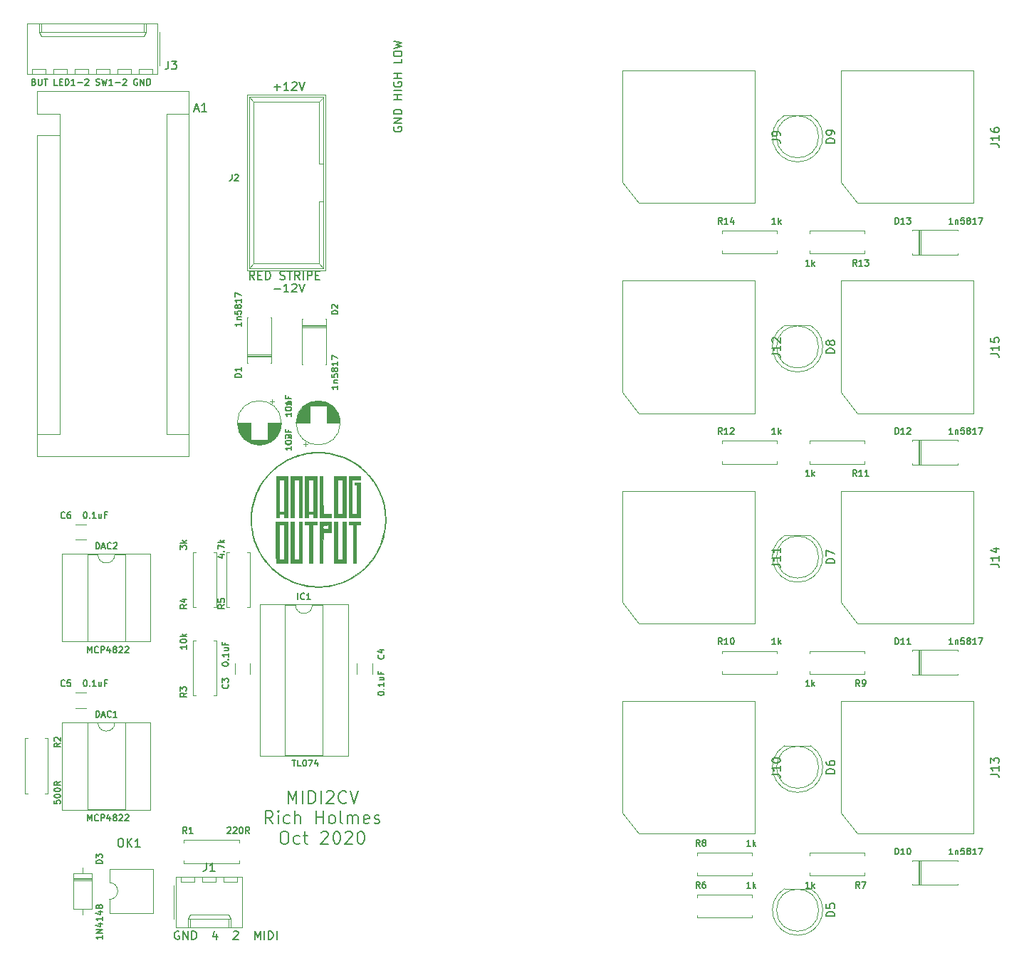
<source format=gbr>
%TF.GenerationSoftware,KiCad,Pcbnew,5.1.6-c6e7f7d~87~ubuntu20.04.1*%
%TF.CreationDate,2020-10-30T18:00:46-04:00*%
%TF.ProjectId,midi2cv_ao,6d696469-3263-4765-9f61-6f2e6b696361,rev?*%
%TF.SameCoordinates,Original*%
%TF.FileFunction,Legend,Top*%
%TF.FilePolarity,Positive*%
%FSLAX46Y46*%
G04 Gerber Fmt 4.6, Leading zero omitted, Abs format (unit mm)*
G04 Created by KiCad (PCBNEW 5.1.6-c6e7f7d~87~ubuntu20.04.1) date 2020-10-30 18:00:46*
%MOMM*%
%LPD*%
G01*
G04 APERTURE LIST*
%ADD10C,0.150000*%
%ADD11C,0.120000*%
%ADD12C,0.010000*%
G04 APERTURE END LIST*
D10*
X42214285Y-72946428D02*
X42321428Y-72982142D01*
X42357142Y-73017857D01*
X42392857Y-73089285D01*
X42392857Y-73196428D01*
X42357142Y-73267857D01*
X42321428Y-73303571D01*
X42250000Y-73339285D01*
X41964285Y-73339285D01*
X41964285Y-72589285D01*
X42214285Y-72589285D01*
X42285714Y-72625000D01*
X42321428Y-72660714D01*
X42357142Y-72732142D01*
X42357142Y-72803571D01*
X42321428Y-72875000D01*
X42285714Y-72910714D01*
X42214285Y-72946428D01*
X41964285Y-72946428D01*
X42714285Y-72589285D02*
X42714285Y-73196428D01*
X42750000Y-73267857D01*
X42785714Y-73303571D01*
X42857142Y-73339285D01*
X43000000Y-73339285D01*
X43071428Y-73303571D01*
X43107142Y-73267857D01*
X43142857Y-73196428D01*
X43142857Y-72589285D01*
X43392857Y-72589285D02*
X43821428Y-72589285D01*
X43607142Y-73339285D02*
X43607142Y-72589285D01*
X45000000Y-73339285D02*
X44642857Y-73339285D01*
X44642857Y-72589285D01*
X45250000Y-72946428D02*
X45500000Y-72946428D01*
X45607142Y-73339285D02*
X45250000Y-73339285D01*
X45250000Y-72589285D01*
X45607142Y-72589285D01*
X45928571Y-73339285D02*
X45928571Y-72589285D01*
X46107142Y-72589285D01*
X46214285Y-72625000D01*
X46285714Y-72696428D01*
X46321428Y-72767857D01*
X46357142Y-72910714D01*
X46357142Y-73017857D01*
X46321428Y-73160714D01*
X46285714Y-73232142D01*
X46214285Y-73303571D01*
X46107142Y-73339285D01*
X45928571Y-73339285D01*
X47071428Y-73339285D02*
X46642857Y-73339285D01*
X46857142Y-73339285D02*
X46857142Y-72589285D01*
X46785714Y-72696428D01*
X46714285Y-72767857D01*
X46642857Y-72803571D01*
X47392857Y-73053571D02*
X47964285Y-73053571D01*
X48285714Y-72660714D02*
X48321428Y-72625000D01*
X48392857Y-72589285D01*
X48571428Y-72589285D01*
X48642857Y-72625000D01*
X48678571Y-72660714D01*
X48714285Y-72732142D01*
X48714285Y-72803571D01*
X48678571Y-72910714D01*
X48250000Y-73339285D01*
X48714285Y-73339285D01*
X49571428Y-73303571D02*
X49678571Y-73339285D01*
X49857142Y-73339285D01*
X49928571Y-73303571D01*
X49964285Y-73267857D01*
X50000000Y-73196428D01*
X50000000Y-73125000D01*
X49964285Y-73053571D01*
X49928571Y-73017857D01*
X49857142Y-72982142D01*
X49714285Y-72946428D01*
X49642857Y-72910714D01*
X49607142Y-72875000D01*
X49571428Y-72803571D01*
X49571428Y-72732142D01*
X49607142Y-72660714D01*
X49642857Y-72625000D01*
X49714285Y-72589285D01*
X49892857Y-72589285D01*
X50000000Y-72625000D01*
X50250000Y-72589285D02*
X50428571Y-73339285D01*
X50571428Y-72803571D01*
X50714285Y-73339285D01*
X50892857Y-72589285D01*
X51571428Y-73339285D02*
X51142857Y-73339285D01*
X51357142Y-73339285D02*
X51357142Y-72589285D01*
X51285714Y-72696428D01*
X51214285Y-72767857D01*
X51142857Y-72803571D01*
X51892857Y-73053571D02*
X52464285Y-73053571D01*
X52785714Y-72660714D02*
X52821428Y-72625000D01*
X52892857Y-72589285D01*
X53071428Y-72589285D01*
X53142857Y-72625000D01*
X53178571Y-72660714D01*
X53214285Y-72732142D01*
X53214285Y-72803571D01*
X53178571Y-72910714D01*
X52750000Y-73339285D01*
X53214285Y-73339285D01*
X54500000Y-72625000D02*
X54428571Y-72589285D01*
X54321428Y-72589285D01*
X54214285Y-72625000D01*
X54142857Y-72696428D01*
X54107142Y-72767857D01*
X54071428Y-72910714D01*
X54071428Y-73017857D01*
X54107142Y-73160714D01*
X54142857Y-73232142D01*
X54214285Y-73303571D01*
X54321428Y-73339285D01*
X54392857Y-73339285D01*
X54500000Y-73303571D01*
X54535714Y-73267857D01*
X54535714Y-73017857D01*
X54392857Y-73017857D01*
X54857142Y-73339285D02*
X54857142Y-72589285D01*
X55285714Y-73339285D01*
X55285714Y-72589285D01*
X55642857Y-73339285D02*
X55642857Y-72589285D01*
X55821428Y-72589285D01*
X55928571Y-72625000D01*
X56000000Y-72696428D01*
X56035714Y-72767857D01*
X56071428Y-72910714D01*
X56071428Y-73017857D01*
X56035714Y-73160714D01*
X56000000Y-73232142D01*
X55928571Y-73303571D01*
X55821428Y-73339285D01*
X55642857Y-73339285D01*
X85000000Y-78309523D02*
X84952380Y-78404761D01*
X84952380Y-78547619D01*
X85000000Y-78690476D01*
X85095238Y-78785714D01*
X85190476Y-78833333D01*
X85380952Y-78880952D01*
X85523809Y-78880952D01*
X85714285Y-78833333D01*
X85809523Y-78785714D01*
X85904761Y-78690476D01*
X85952380Y-78547619D01*
X85952380Y-78452380D01*
X85904761Y-78309523D01*
X85857142Y-78261904D01*
X85523809Y-78261904D01*
X85523809Y-78452380D01*
X85952380Y-77833333D02*
X84952380Y-77833333D01*
X85952380Y-77261904D01*
X84952380Y-77261904D01*
X85952380Y-76785714D02*
X84952380Y-76785714D01*
X84952380Y-76547619D01*
X85000000Y-76404761D01*
X85095238Y-76309523D01*
X85190476Y-76261904D01*
X85380952Y-76214285D01*
X85523809Y-76214285D01*
X85714285Y-76261904D01*
X85809523Y-76309523D01*
X85904761Y-76404761D01*
X85952380Y-76547619D01*
X85952380Y-76785714D01*
X85952380Y-75023809D02*
X84952380Y-75023809D01*
X85428571Y-75023809D02*
X85428571Y-74452380D01*
X85952380Y-74452380D02*
X84952380Y-74452380D01*
X85952380Y-73976190D02*
X84952380Y-73976190D01*
X85000000Y-72976190D02*
X84952380Y-73071428D01*
X84952380Y-73214285D01*
X85000000Y-73357142D01*
X85095238Y-73452380D01*
X85190476Y-73500000D01*
X85380952Y-73547619D01*
X85523809Y-73547619D01*
X85714285Y-73500000D01*
X85809523Y-73452380D01*
X85904761Y-73357142D01*
X85952380Y-73214285D01*
X85952380Y-73119047D01*
X85904761Y-72976190D01*
X85857142Y-72928571D01*
X85523809Y-72928571D01*
X85523809Y-73119047D01*
X85952380Y-72500000D02*
X84952380Y-72500000D01*
X85428571Y-72500000D02*
X85428571Y-71928571D01*
X85952380Y-71928571D02*
X84952380Y-71928571D01*
X85952380Y-70214285D02*
X85952380Y-70690476D01*
X84952380Y-70690476D01*
X84952380Y-69690476D02*
X84952380Y-69500000D01*
X85000000Y-69404761D01*
X85095238Y-69309523D01*
X85285714Y-69261904D01*
X85619047Y-69261904D01*
X85809523Y-69309523D01*
X85904761Y-69404761D01*
X85952380Y-69500000D01*
X85952380Y-69690476D01*
X85904761Y-69785714D01*
X85809523Y-69880952D01*
X85619047Y-69928571D01*
X85285714Y-69928571D01*
X85095238Y-69880952D01*
X85000000Y-69785714D01*
X84952380Y-69690476D01*
X84952380Y-68928571D02*
X85952380Y-68690476D01*
X85238095Y-68500000D01*
X85952380Y-68309523D01*
X84952380Y-68071428D01*
X59452380Y-174000000D02*
X59357142Y-173952380D01*
X59214285Y-173952380D01*
X59071428Y-174000000D01*
X58976190Y-174095238D01*
X58928571Y-174190476D01*
X58880952Y-174380952D01*
X58880952Y-174523809D01*
X58928571Y-174714285D01*
X58976190Y-174809523D01*
X59071428Y-174904761D01*
X59214285Y-174952380D01*
X59309523Y-174952380D01*
X59452380Y-174904761D01*
X59499999Y-174857142D01*
X59499999Y-174523809D01*
X59309523Y-174523809D01*
X59928571Y-174952380D02*
X59928571Y-173952380D01*
X60499999Y-174952380D01*
X60499999Y-173952380D01*
X60976190Y-174952380D02*
X60976190Y-173952380D01*
X61214285Y-173952380D01*
X61357142Y-174000000D01*
X61452380Y-174095238D01*
X61500000Y-174190476D01*
X61547619Y-174380952D01*
X61547619Y-174523809D01*
X61500000Y-174714285D01*
X61452380Y-174809523D01*
X61357142Y-174904761D01*
X61214285Y-174952380D01*
X60976190Y-174952380D01*
X63928571Y-174285714D02*
X63928571Y-174952380D01*
X63690476Y-173904761D02*
X63452380Y-174619047D01*
X64071428Y-174619047D01*
X65928571Y-174047619D02*
X65976190Y-174000000D01*
X66071428Y-173952380D01*
X66309523Y-173952380D01*
X66404761Y-174000000D01*
X66452380Y-174047619D01*
X66500000Y-174142857D01*
X66500000Y-174238095D01*
X66452380Y-174380952D01*
X65880952Y-174952380D01*
X66500000Y-174952380D01*
X68452380Y-174952380D02*
X68452380Y-173952380D01*
X68785714Y-174666666D01*
X69119047Y-173952380D01*
X69119047Y-174952380D01*
X69595238Y-174952380D02*
X69595238Y-173952380D01*
X70071428Y-174952380D02*
X70071428Y-173952380D01*
X70309523Y-173952380D01*
X70452380Y-174000000D01*
X70547619Y-174095238D01*
X70595238Y-174190476D01*
X70642857Y-174380952D01*
X70642857Y-174523809D01*
X70595238Y-174714285D01*
X70547619Y-174809523D01*
X70452380Y-174904761D01*
X70309523Y-174952380D01*
X70071428Y-174952380D01*
X71071428Y-174952380D02*
X71071428Y-173952380D01*
X72428571Y-158778571D02*
X72428571Y-157278571D01*
X72928571Y-158350000D01*
X73428571Y-157278571D01*
X73428571Y-158778571D01*
X74142857Y-158778571D02*
X74142857Y-157278571D01*
X74857142Y-158778571D02*
X74857142Y-157278571D01*
X75214285Y-157278571D01*
X75428571Y-157350000D01*
X75571428Y-157492857D01*
X75642857Y-157635714D01*
X75714285Y-157921428D01*
X75714285Y-158135714D01*
X75642857Y-158421428D01*
X75571428Y-158564285D01*
X75428571Y-158707142D01*
X75214285Y-158778571D01*
X74857142Y-158778571D01*
X76357142Y-158778571D02*
X76357142Y-157278571D01*
X77000000Y-157421428D02*
X77071428Y-157350000D01*
X77214285Y-157278571D01*
X77571428Y-157278571D01*
X77714285Y-157350000D01*
X77785714Y-157421428D01*
X77857142Y-157564285D01*
X77857142Y-157707142D01*
X77785714Y-157921428D01*
X76928571Y-158778571D01*
X77857142Y-158778571D01*
X79357142Y-158635714D02*
X79285714Y-158707142D01*
X79071428Y-158778571D01*
X78928571Y-158778571D01*
X78714285Y-158707142D01*
X78571428Y-158564285D01*
X78500000Y-158421428D01*
X78428571Y-158135714D01*
X78428571Y-157921428D01*
X78500000Y-157635714D01*
X78571428Y-157492857D01*
X78714285Y-157350000D01*
X78928571Y-157278571D01*
X79071428Y-157278571D01*
X79285714Y-157350000D01*
X79357142Y-157421428D01*
X79785714Y-157278571D02*
X80285714Y-158778571D01*
X80785714Y-157278571D01*
X70607142Y-161178571D02*
X70107142Y-160464285D01*
X69750000Y-161178571D02*
X69750000Y-159678571D01*
X70321428Y-159678571D01*
X70464285Y-159750000D01*
X70535714Y-159821428D01*
X70607142Y-159964285D01*
X70607142Y-160178571D01*
X70535714Y-160321428D01*
X70464285Y-160392857D01*
X70321428Y-160464285D01*
X69750000Y-160464285D01*
X71250000Y-161178571D02*
X71250000Y-160178571D01*
X71250000Y-159678571D02*
X71178571Y-159750000D01*
X71250000Y-159821428D01*
X71321428Y-159750000D01*
X71250000Y-159678571D01*
X71250000Y-159821428D01*
X72607142Y-161107142D02*
X72464285Y-161178571D01*
X72178571Y-161178571D01*
X72035714Y-161107142D01*
X71964285Y-161035714D01*
X71892857Y-160892857D01*
X71892857Y-160464285D01*
X71964285Y-160321428D01*
X72035714Y-160250000D01*
X72178571Y-160178571D01*
X72464285Y-160178571D01*
X72607142Y-160250000D01*
X73250000Y-161178571D02*
X73250000Y-159678571D01*
X73892857Y-161178571D02*
X73892857Y-160392857D01*
X73821428Y-160250000D01*
X73678571Y-160178571D01*
X73464285Y-160178571D01*
X73321428Y-160250000D01*
X73250000Y-160321428D01*
X75750000Y-161178571D02*
X75750000Y-159678571D01*
X75750000Y-160392857D02*
X76607142Y-160392857D01*
X76607142Y-161178571D02*
X76607142Y-159678571D01*
X77535714Y-161178571D02*
X77392857Y-161107142D01*
X77321428Y-161035714D01*
X77250000Y-160892857D01*
X77250000Y-160464285D01*
X77321428Y-160321428D01*
X77392857Y-160250000D01*
X77535714Y-160178571D01*
X77750000Y-160178571D01*
X77892857Y-160250000D01*
X77964285Y-160321428D01*
X78035714Y-160464285D01*
X78035714Y-160892857D01*
X77964285Y-161035714D01*
X77892857Y-161107142D01*
X77750000Y-161178571D01*
X77535714Y-161178571D01*
X78892857Y-161178571D02*
X78750000Y-161107142D01*
X78678571Y-160964285D01*
X78678571Y-159678571D01*
X79464285Y-161178571D02*
X79464285Y-160178571D01*
X79464285Y-160321428D02*
X79535714Y-160250000D01*
X79678571Y-160178571D01*
X79892857Y-160178571D01*
X80035714Y-160250000D01*
X80107142Y-160392857D01*
X80107142Y-161178571D01*
X80107142Y-160392857D02*
X80178571Y-160250000D01*
X80321428Y-160178571D01*
X80535714Y-160178571D01*
X80678571Y-160250000D01*
X80750000Y-160392857D01*
X80750000Y-161178571D01*
X82035714Y-161107142D02*
X81892857Y-161178571D01*
X81607142Y-161178571D01*
X81464285Y-161107142D01*
X81392857Y-160964285D01*
X81392857Y-160392857D01*
X81464285Y-160250000D01*
X81607142Y-160178571D01*
X81892857Y-160178571D01*
X82035714Y-160250000D01*
X82107142Y-160392857D01*
X82107142Y-160535714D01*
X81392857Y-160678571D01*
X82678571Y-161107142D02*
X82821428Y-161178571D01*
X83107142Y-161178571D01*
X83250000Y-161107142D01*
X83321428Y-160964285D01*
X83321428Y-160892857D01*
X83250000Y-160750000D01*
X83107142Y-160678571D01*
X82892857Y-160678571D01*
X82750000Y-160607142D01*
X82678571Y-160464285D01*
X82678571Y-160392857D01*
X82750000Y-160250000D01*
X82892857Y-160178571D01*
X83107142Y-160178571D01*
X83250000Y-160250000D01*
X71857142Y-162078571D02*
X72142857Y-162078571D01*
X72285714Y-162150000D01*
X72428571Y-162292857D01*
X72500000Y-162578571D01*
X72500000Y-163078571D01*
X72428571Y-163364285D01*
X72285714Y-163507142D01*
X72142857Y-163578571D01*
X71857142Y-163578571D01*
X71714285Y-163507142D01*
X71571428Y-163364285D01*
X71500000Y-163078571D01*
X71500000Y-162578571D01*
X71571428Y-162292857D01*
X71714285Y-162150000D01*
X71857142Y-162078571D01*
X73785714Y-163507142D02*
X73642857Y-163578571D01*
X73357142Y-163578571D01*
X73214285Y-163507142D01*
X73142857Y-163435714D01*
X73071428Y-163292857D01*
X73071428Y-162864285D01*
X73142857Y-162721428D01*
X73214285Y-162650000D01*
X73357142Y-162578571D01*
X73642857Y-162578571D01*
X73785714Y-162650000D01*
X74214285Y-162578571D02*
X74785714Y-162578571D01*
X74428571Y-162078571D02*
X74428571Y-163364285D01*
X74500000Y-163507142D01*
X74642857Y-163578571D01*
X74785714Y-163578571D01*
X76357142Y-162221428D02*
X76428571Y-162150000D01*
X76571428Y-162078571D01*
X76928571Y-162078571D01*
X77071428Y-162150000D01*
X77142857Y-162221428D01*
X77214285Y-162364285D01*
X77214285Y-162507142D01*
X77142857Y-162721428D01*
X76285714Y-163578571D01*
X77214285Y-163578571D01*
X78142857Y-162078571D02*
X78285714Y-162078571D01*
X78428571Y-162150000D01*
X78500000Y-162221428D01*
X78571428Y-162364285D01*
X78642857Y-162650000D01*
X78642857Y-163007142D01*
X78571428Y-163292857D01*
X78500000Y-163435714D01*
X78428571Y-163507142D01*
X78285714Y-163578571D01*
X78142857Y-163578571D01*
X78000000Y-163507142D01*
X77928571Y-163435714D01*
X77857142Y-163292857D01*
X77785714Y-163007142D01*
X77785714Y-162650000D01*
X77857142Y-162364285D01*
X77928571Y-162221428D01*
X78000000Y-162150000D01*
X78142857Y-162078571D01*
X79214285Y-162221428D02*
X79285714Y-162150000D01*
X79428571Y-162078571D01*
X79785714Y-162078571D01*
X79928571Y-162150000D01*
X80000000Y-162221428D01*
X80071428Y-162364285D01*
X80071428Y-162507142D01*
X80000000Y-162721428D01*
X79142857Y-163578571D01*
X80071428Y-163578571D01*
X81000000Y-162078571D02*
X81142857Y-162078571D01*
X81285714Y-162150000D01*
X81357142Y-162221428D01*
X81428571Y-162364285D01*
X81500000Y-162650000D01*
X81500000Y-163007142D01*
X81428571Y-163292857D01*
X81357142Y-163435714D01*
X81285714Y-163507142D01*
X81142857Y-163578571D01*
X81000000Y-163578571D01*
X80857142Y-163507142D01*
X80785714Y-163435714D01*
X80714285Y-163292857D01*
X80642857Y-163007142D01*
X80642857Y-162650000D01*
X80714285Y-162364285D01*
X80785714Y-162221428D01*
X80857142Y-162150000D01*
X81000000Y-162078571D01*
D11*
%TO.C,IC1*%
X73310000Y-135170000D02*
X72060000Y-135170000D01*
X72060000Y-135170000D02*
X72060000Y-153070000D01*
X72060000Y-153070000D02*
X76560000Y-153070000D01*
X76560000Y-153070000D02*
X76560000Y-135170000D01*
X76560000Y-135170000D02*
X75310000Y-135170000D01*
X69060000Y-135110000D02*
X69060000Y-153130000D01*
X69060000Y-153130000D02*
X79560000Y-153130000D01*
X79560000Y-153130000D02*
X79560000Y-135110000D01*
X79560000Y-135110000D02*
X69060000Y-135110000D01*
X75310000Y-135170000D02*
G75*
G02*
X73310000Y-135170000I-1000000J0D01*
G01*
%TO.C,J3*%
X56880000Y-72030000D02*
X56880000Y-66010000D01*
X56880000Y-66010000D02*
X41420000Y-66010000D01*
X41420000Y-66010000D02*
X41420000Y-72030000D01*
X41420000Y-72030000D02*
X56880000Y-72030000D01*
X57170000Y-71000000D02*
X57170000Y-67000000D01*
X55500000Y-66010000D02*
X55500000Y-67010000D01*
X55500000Y-67010000D02*
X42800000Y-67010000D01*
X42800000Y-67010000D02*
X42800000Y-66010000D01*
X55500000Y-67010000D02*
X55250000Y-67540000D01*
X55250000Y-67540000D02*
X43050000Y-67540000D01*
X43050000Y-67540000D02*
X42800000Y-67010000D01*
X55250000Y-66010000D02*
X55250000Y-67010000D01*
X43050000Y-66010000D02*
X43050000Y-67010000D01*
X56300000Y-72030000D02*
X56300000Y-71430000D01*
X56300000Y-71430000D02*
X54700000Y-71430000D01*
X54700000Y-71430000D02*
X54700000Y-72030000D01*
X53760000Y-72030000D02*
X53760000Y-71430000D01*
X53760000Y-71430000D02*
X52160000Y-71430000D01*
X52160000Y-71430000D02*
X52160000Y-72030000D01*
X51220000Y-72030000D02*
X51220000Y-71430000D01*
X51220000Y-71430000D02*
X49620000Y-71430000D01*
X49620000Y-71430000D02*
X49620000Y-72030000D01*
X48680000Y-72030000D02*
X48680000Y-71430000D01*
X48680000Y-71430000D02*
X47080000Y-71430000D01*
X47080000Y-71430000D02*
X47080000Y-72030000D01*
X46140000Y-72030000D02*
X46140000Y-71430000D01*
X46140000Y-71430000D02*
X44540000Y-71430000D01*
X44540000Y-71430000D02*
X44540000Y-72030000D01*
X43600000Y-72030000D02*
X43600000Y-71430000D01*
X43600000Y-71430000D02*
X42000000Y-71430000D01*
X42000000Y-71430000D02*
X42000000Y-72030000D01*
%TO.C,A1*%
X60640000Y-74060000D02*
X42600000Y-74060000D01*
X60640000Y-117500000D02*
X60640000Y-74060000D01*
X42600000Y-117500000D02*
X60640000Y-117500000D01*
X45270000Y-114830000D02*
X42600000Y-114830000D01*
X45270000Y-79270000D02*
X45270000Y-114830000D01*
X45270000Y-79270000D02*
X42600000Y-79270000D01*
X57970000Y-114830000D02*
X60640000Y-114830000D01*
X57970000Y-76730000D02*
X57970000Y-114830000D01*
X57970000Y-76730000D02*
X60640000Y-76730000D01*
X42600000Y-74060000D02*
X42600000Y-76730000D01*
X42600000Y-79270000D02*
X42600000Y-117500000D01*
X45270000Y-76730000D02*
X42600000Y-76730000D01*
X45270000Y-79270000D02*
X45270000Y-76730000D01*
D12*
%TO.C,G\u002A\u002A\u002A*%
G36*
X79935412Y-119852281D02*
G01*
X79998520Y-119853088D01*
X80071885Y-119853844D01*
X80153065Y-119854535D01*
X80239617Y-119855145D01*
X80329098Y-119855659D01*
X80419066Y-119856063D01*
X80507078Y-119856342D01*
X80590690Y-119856480D01*
X80621212Y-119856492D01*
X81016500Y-119856500D01*
X81016500Y-120262900D01*
X80032250Y-120262900D01*
X80032250Y-124358650D01*
X80629150Y-124358650D01*
X80629150Y-120847338D01*
X80484687Y-120845631D01*
X80340225Y-120843925D01*
X80338513Y-120705757D01*
X80336802Y-120567589D01*
X80676903Y-120569232D01*
X81017005Y-120570875D01*
X81018340Y-122667962D01*
X81019675Y-124765050D01*
X79644900Y-124765050D01*
X79644900Y-119848078D01*
X79935412Y-119852281D01*
G37*
X79935412Y-119852281D02*
X79998520Y-119853088D01*
X80071885Y-119853844D01*
X80153065Y-119854535D01*
X80239617Y-119855145D01*
X80329098Y-119855659D01*
X80419066Y-119856063D01*
X80507078Y-119856342D01*
X80590690Y-119856480D01*
X80621212Y-119856492D01*
X81016500Y-119856500D01*
X81016500Y-120262900D01*
X80032250Y-120262900D01*
X80032250Y-124358650D01*
X80629150Y-124358650D01*
X80629150Y-120847338D01*
X80484687Y-120845631D01*
X80340225Y-120843925D01*
X80338513Y-120705757D01*
X80336802Y-120567589D01*
X80676903Y-120569232D01*
X81017005Y-120570875D01*
X81018340Y-122667962D01*
X81019675Y-124765050D01*
X79644900Y-124765050D01*
X79644900Y-119848078D01*
X79935412Y-119852281D01*
G36*
X78598737Y-119851709D02*
G01*
X79286125Y-119853325D01*
X79287720Y-122309187D01*
X79289316Y-124765050D01*
X77911350Y-124765050D01*
X77911350Y-120262900D01*
X78305050Y-120262900D01*
X78305050Y-124358650D01*
X78895600Y-124358650D01*
X78895600Y-120262900D01*
X78305050Y-120262900D01*
X77911350Y-120262900D01*
X77911350Y-119850093D01*
X78598737Y-119851709D01*
G37*
X78598737Y-119851709D02*
X79286125Y-119853325D01*
X79287720Y-122309187D01*
X79289316Y-124765050D01*
X77911350Y-124765050D01*
X77911350Y-120262900D01*
X78305050Y-120262900D01*
X78305050Y-124358650D01*
X78895600Y-124358650D01*
X78895600Y-120262900D01*
X78305050Y-120262900D01*
X77911350Y-120262900D01*
X77911350Y-119850093D01*
X78598737Y-119851709D01*
G36*
X76566728Y-122105987D02*
G01*
X76568325Y-124355475D01*
X77062037Y-124357101D01*
X77555750Y-124358727D01*
X77555750Y-124765050D01*
X76177800Y-124765050D01*
X76177800Y-119856500D01*
X76565132Y-119856500D01*
X76566728Y-122105987D01*
G37*
X76566728Y-122105987D02*
X76568325Y-124355475D01*
X77062037Y-124357101D01*
X77555750Y-124358727D01*
X77555750Y-124765050D01*
X76177800Y-124765050D01*
X76177800Y-119856500D01*
X76565132Y-119856500D01*
X76566728Y-122105987D01*
G36*
X75820620Y-122309187D02*
G01*
X75822216Y-124765050D01*
X75434850Y-124765050D01*
X75434850Y-124358650D01*
X74837950Y-124358650D01*
X74837950Y-124765050D01*
X74444233Y-124765050D01*
X74445829Y-122309187D01*
X74447158Y-120262900D01*
X74837950Y-120262900D01*
X74837950Y-124085725D01*
X75134812Y-124084075D01*
X75431675Y-124082425D01*
X75433272Y-122172662D01*
X75434870Y-120262900D01*
X74837950Y-120262900D01*
X74447158Y-120262900D01*
X74447425Y-119853325D01*
X75819025Y-119853325D01*
X75820620Y-122309187D01*
G37*
X75820620Y-122309187D02*
X75822216Y-124765050D01*
X75434850Y-124765050D01*
X75434850Y-124358650D01*
X74837950Y-124358650D01*
X74837950Y-124765050D01*
X74444233Y-124765050D01*
X74445829Y-122309187D01*
X74447158Y-120262900D01*
X74837950Y-120262900D01*
X74837950Y-124085725D01*
X75134812Y-124084075D01*
X75431675Y-124082425D01*
X75433272Y-122172662D01*
X75434870Y-120262900D01*
X74837950Y-120262900D01*
X74447158Y-120262900D01*
X74447425Y-119853325D01*
X75819025Y-119853325D01*
X75820620Y-122309187D01*
G36*
X74088650Y-124765050D02*
G01*
X73701300Y-124765050D01*
X73701300Y-120262900D01*
X73104400Y-120262900D01*
X73104400Y-124765050D01*
X72717050Y-124765050D01*
X72715509Y-122513975D01*
X72715393Y-122343382D01*
X72715279Y-122174999D01*
X72715166Y-122009333D01*
X72715057Y-121846892D01*
X72714951Y-121688185D01*
X72714848Y-121533718D01*
X72714748Y-121383999D01*
X72714653Y-121239538D01*
X72714562Y-121100841D01*
X72714475Y-120968417D01*
X72714394Y-120842774D01*
X72714318Y-120724418D01*
X72714247Y-120613860D01*
X72714183Y-120511605D01*
X72714125Y-120418163D01*
X72714073Y-120334041D01*
X72714029Y-120259748D01*
X72713991Y-120195790D01*
X72713961Y-120142676D01*
X72713940Y-120100914D01*
X72713926Y-120071012D01*
X72713922Y-120058112D01*
X72713875Y-119853325D01*
X73401262Y-119853098D01*
X74088650Y-119852872D01*
X74088650Y-124765050D01*
G37*
X74088650Y-124765050D02*
X73701300Y-124765050D01*
X73701300Y-120262900D01*
X73104400Y-120262900D01*
X73104400Y-124765050D01*
X72717050Y-124765050D01*
X72715509Y-122513975D01*
X72715393Y-122343382D01*
X72715279Y-122174999D01*
X72715166Y-122009333D01*
X72715057Y-121846892D01*
X72714951Y-121688185D01*
X72714848Y-121533718D01*
X72714748Y-121383999D01*
X72714653Y-121239538D01*
X72714562Y-121100841D01*
X72714475Y-120968417D01*
X72714394Y-120842774D01*
X72714318Y-120724418D01*
X72714247Y-120613860D01*
X72714183Y-120511605D01*
X72714125Y-120418163D01*
X72714073Y-120334041D01*
X72714029Y-120259748D01*
X72713991Y-120195790D01*
X72713961Y-120142676D01*
X72713940Y-120100914D01*
X72713926Y-120071012D01*
X72713922Y-120058112D01*
X72713875Y-119853325D01*
X73401262Y-119853098D01*
X74088650Y-119852872D01*
X74088650Y-124765050D01*
G36*
X72355100Y-124765050D02*
G01*
X71967750Y-124765050D01*
X71967750Y-124358650D01*
X71370850Y-124358650D01*
X71370850Y-124765050D01*
X70983500Y-124765050D01*
X70983372Y-124563437D01*
X70983360Y-124541822D01*
X70983346Y-124508014D01*
X70983329Y-124462520D01*
X70983309Y-124405845D01*
X70983286Y-124338496D01*
X70983262Y-124260980D01*
X70983234Y-124173804D01*
X70983205Y-124077474D01*
X70983174Y-123972497D01*
X70983141Y-123859379D01*
X70983106Y-123738627D01*
X70983070Y-123610748D01*
X70983032Y-123476247D01*
X70982993Y-123335632D01*
X70982953Y-123189410D01*
X70982912Y-123038086D01*
X70982870Y-122882168D01*
X70982827Y-122722162D01*
X70982784Y-122558575D01*
X70982740Y-122391913D01*
X70982696Y-122222682D01*
X70982667Y-122107575D01*
X70982195Y-120262900D01*
X71370850Y-120262900D01*
X71370850Y-124085725D01*
X71667712Y-124084075D01*
X71964575Y-124082425D01*
X71966172Y-122172662D01*
X71967770Y-120262900D01*
X71370850Y-120262900D01*
X70982195Y-120262900D01*
X70982090Y-119853325D01*
X71668595Y-119853098D01*
X72355100Y-119852872D01*
X72355100Y-124765050D01*
G37*
X72355100Y-124765050D02*
X71967750Y-124765050D01*
X71967750Y-124358650D01*
X71370850Y-124358650D01*
X71370850Y-124765050D01*
X70983500Y-124765050D01*
X70983372Y-124563437D01*
X70983360Y-124541822D01*
X70983346Y-124508014D01*
X70983329Y-124462520D01*
X70983309Y-124405845D01*
X70983286Y-124338496D01*
X70983262Y-124260980D01*
X70983234Y-124173804D01*
X70983205Y-124077474D01*
X70983174Y-123972497D01*
X70983141Y-123859379D01*
X70983106Y-123738627D01*
X70983070Y-123610748D01*
X70983032Y-123476247D01*
X70982993Y-123335632D01*
X70982953Y-123189410D01*
X70982912Y-123038086D01*
X70982870Y-122882168D01*
X70982827Y-122722162D01*
X70982784Y-122558575D01*
X70982740Y-122391913D01*
X70982696Y-122222682D01*
X70982667Y-122107575D01*
X70982195Y-120262900D01*
X71370850Y-120262900D01*
X71370850Y-124085725D01*
X71667712Y-124084075D01*
X71964575Y-124082425D01*
X71966172Y-122172662D01*
X71967770Y-120262900D01*
X71370850Y-120262900D01*
X70982195Y-120262900D01*
X70982090Y-119853325D01*
X71668595Y-119853098D01*
X72355100Y-119852872D01*
X72355100Y-124765050D01*
G36*
X81016500Y-125641350D02*
G01*
X80527550Y-125641350D01*
X80527550Y-130143500D01*
X80133850Y-130143500D01*
X80133850Y-125641350D01*
X79644900Y-125641350D01*
X79644900Y-125234950D01*
X81016500Y-125234950D01*
X81016500Y-125641350D01*
G37*
X81016500Y-125641350D02*
X80527550Y-125641350D01*
X80527550Y-130143500D01*
X80133850Y-130143500D01*
X80133850Y-125641350D01*
X79644900Y-125641350D01*
X79644900Y-125234950D01*
X81016500Y-125234950D01*
X81016500Y-125641350D01*
G36*
X77555750Y-126498522D02*
G01*
X77062037Y-126500148D01*
X76568325Y-126501775D01*
X76566726Y-128322637D01*
X76565128Y-130143500D01*
X76177800Y-130143500D01*
X76177800Y-125959181D01*
X76566227Y-125959181D01*
X76566297Y-126001195D01*
X76566542Y-126036245D01*
X76566952Y-126062800D01*
X76567519Y-126079330D01*
X76568039Y-126084220D01*
X76571377Y-126086165D01*
X76580368Y-126087789D01*
X76595905Y-126089117D01*
X76618886Y-126090172D01*
X76650204Y-126090979D01*
X76690756Y-126091561D01*
X76741437Y-126091942D01*
X76803141Y-126092147D01*
X76866575Y-126092200D01*
X77162050Y-126092200D01*
X77162050Y-125641224D01*
X76865187Y-125642874D01*
X76568325Y-125644525D01*
X76566651Y-125860382D01*
X76566342Y-125911733D01*
X76566227Y-125959181D01*
X76177800Y-125959181D01*
X76177800Y-125234950D01*
X77555750Y-125234950D01*
X77555750Y-126498522D01*
G37*
X77555750Y-126498522D02*
X77062037Y-126500148D01*
X76568325Y-126501775D01*
X76566726Y-128322637D01*
X76565128Y-130143500D01*
X76177800Y-130143500D01*
X76177800Y-125959181D01*
X76566227Y-125959181D01*
X76566297Y-126001195D01*
X76566542Y-126036245D01*
X76566952Y-126062800D01*
X76567519Y-126079330D01*
X76568039Y-126084220D01*
X76571377Y-126086165D01*
X76580368Y-126087789D01*
X76595905Y-126089117D01*
X76618886Y-126090172D01*
X76650204Y-126090979D01*
X76690756Y-126091561D01*
X76741437Y-126091942D01*
X76803141Y-126092147D01*
X76866575Y-126092200D01*
X77162050Y-126092200D01*
X77162050Y-125641224D01*
X76865187Y-125642874D01*
X76568325Y-125644525D01*
X76566651Y-125860382D01*
X76566342Y-125911733D01*
X76566227Y-125959181D01*
X76177800Y-125959181D01*
X76177800Y-125234950D01*
X77555750Y-125234950D01*
X77555750Y-126498522D01*
G36*
X75822200Y-125641350D02*
G01*
X75326900Y-125641350D01*
X75326900Y-130143500D01*
X74939550Y-130143500D01*
X74939550Y-125641350D01*
X74444250Y-125641350D01*
X74444250Y-125234950D01*
X75822200Y-125234950D01*
X75822200Y-125641350D01*
G37*
X75822200Y-125641350D02*
X75326900Y-125641350D01*
X75326900Y-130143500D01*
X74939550Y-130143500D01*
X74939550Y-125641350D01*
X74444250Y-125641350D01*
X74444250Y-125234950D01*
X75822200Y-125234950D01*
X75822200Y-125641350D01*
G36*
X78298700Y-129737100D02*
G01*
X78895600Y-129737100D01*
X78895600Y-125234950D01*
X79282950Y-125234950D01*
X79284490Y-127486025D01*
X79284606Y-127656617D01*
X79284720Y-127825000D01*
X79284833Y-127990666D01*
X79284942Y-128153107D01*
X79285048Y-128311814D01*
X79285151Y-128466281D01*
X79285251Y-128616000D01*
X79285346Y-128760461D01*
X79285437Y-128899158D01*
X79285524Y-129031582D01*
X79285605Y-129157225D01*
X79285681Y-129275581D01*
X79285752Y-129386139D01*
X79285816Y-129488394D01*
X79285874Y-129581836D01*
X79285926Y-129665958D01*
X79285970Y-129740251D01*
X79286008Y-129804209D01*
X79286038Y-129857323D01*
X79286059Y-129899085D01*
X79286073Y-129928987D01*
X79286077Y-129941887D01*
X79286125Y-130146675D01*
X78598737Y-130146901D01*
X77911350Y-130147127D01*
X77911350Y-125234950D01*
X78298700Y-125234950D01*
X78298700Y-129737100D01*
G37*
X78298700Y-129737100D02*
X78895600Y-129737100D01*
X78895600Y-125234950D01*
X79282950Y-125234950D01*
X79284490Y-127486025D01*
X79284606Y-127656617D01*
X79284720Y-127825000D01*
X79284833Y-127990666D01*
X79284942Y-128153107D01*
X79285048Y-128311814D01*
X79285151Y-128466281D01*
X79285251Y-128616000D01*
X79285346Y-128760461D01*
X79285437Y-128899158D01*
X79285524Y-129031582D01*
X79285605Y-129157225D01*
X79285681Y-129275581D01*
X79285752Y-129386139D01*
X79285816Y-129488394D01*
X79285874Y-129581836D01*
X79285926Y-129665958D01*
X79285970Y-129740251D01*
X79286008Y-129804209D01*
X79286038Y-129857323D01*
X79286059Y-129899085D01*
X79286073Y-129928987D01*
X79286077Y-129941887D01*
X79286125Y-130146675D01*
X78598737Y-130146901D01*
X77911350Y-130147127D01*
X77911350Y-125234950D01*
X78298700Y-125234950D01*
X78298700Y-129737100D01*
G36*
X73104400Y-129737100D02*
G01*
X73701300Y-129737100D01*
X73701300Y-125234950D01*
X74088650Y-125234950D01*
X74088650Y-130147095D01*
X73402373Y-130147095D01*
X73310147Y-130147064D01*
X73221541Y-130146975D01*
X73137377Y-130146831D01*
X73058473Y-130146637D01*
X72985649Y-130146396D01*
X72919725Y-130146112D01*
X72861520Y-130145790D01*
X72811855Y-130145434D01*
X72771547Y-130145047D01*
X72741419Y-130144634D01*
X72722288Y-130144199D01*
X72714974Y-130143745D01*
X72714925Y-130143710D01*
X72714846Y-130137187D01*
X72714780Y-130118398D01*
X72714725Y-130087776D01*
X72714682Y-130045754D01*
X72714651Y-129992765D01*
X72714631Y-129929243D01*
X72714623Y-129855622D01*
X72714625Y-129772333D01*
X72714639Y-129679812D01*
X72714663Y-129578492D01*
X72714698Y-129468804D01*
X72714744Y-129351184D01*
X72714799Y-129226065D01*
X72714865Y-129093879D01*
X72714941Y-128955060D01*
X72715026Y-128810042D01*
X72715121Y-128659258D01*
X72715226Y-128503141D01*
X72715340Y-128342124D01*
X72715463Y-128176642D01*
X72715595Y-128007127D01*
X72715735Y-127834012D01*
X72715859Y-127687637D01*
X72717965Y-125234950D01*
X73104400Y-125234950D01*
X73104400Y-129737100D01*
G37*
X73104400Y-129737100D02*
X73701300Y-129737100D01*
X73701300Y-125234950D01*
X74088650Y-125234950D01*
X74088650Y-130147095D01*
X73402373Y-130147095D01*
X73310147Y-130147064D01*
X73221541Y-130146975D01*
X73137377Y-130146831D01*
X73058473Y-130146637D01*
X72985649Y-130146396D01*
X72919725Y-130146112D01*
X72861520Y-130145790D01*
X72811855Y-130145434D01*
X72771547Y-130145047D01*
X72741419Y-130144634D01*
X72722288Y-130144199D01*
X72714974Y-130143745D01*
X72714925Y-130143710D01*
X72714846Y-130137187D01*
X72714780Y-130118398D01*
X72714725Y-130087776D01*
X72714682Y-130045754D01*
X72714651Y-129992765D01*
X72714631Y-129929243D01*
X72714623Y-129855622D01*
X72714625Y-129772333D01*
X72714639Y-129679812D01*
X72714663Y-129578492D01*
X72714698Y-129468804D01*
X72714744Y-129351184D01*
X72714799Y-129226065D01*
X72714865Y-129093879D01*
X72714941Y-128955060D01*
X72715026Y-128810042D01*
X72715121Y-128659258D01*
X72715226Y-128503141D01*
X72715340Y-128342124D01*
X72715463Y-128176642D01*
X72715595Y-128007127D01*
X72715735Y-127834012D01*
X72715859Y-127687637D01*
X72717965Y-125234950D01*
X73104400Y-125234950D01*
X73104400Y-129737100D01*
G36*
X72355100Y-130149850D02*
G01*
X71670358Y-130149850D01*
X71578164Y-130149811D01*
X71489542Y-130149699D01*
X71405319Y-130149519D01*
X71326320Y-130149275D01*
X71253370Y-130148972D01*
X71187295Y-130148617D01*
X71128920Y-130148213D01*
X71079070Y-130147766D01*
X71038572Y-130147281D01*
X71008250Y-130146764D01*
X70988929Y-130146218D01*
X70981437Y-130145649D01*
X70981383Y-130145616D01*
X70981079Y-130139033D01*
X70980782Y-130120182D01*
X70980490Y-130089499D01*
X70980206Y-130047417D01*
X70979930Y-129994368D01*
X70979662Y-129930787D01*
X70979403Y-129857108D01*
X70979155Y-129773763D01*
X70978918Y-129681186D01*
X70978692Y-129579811D01*
X70978478Y-129470070D01*
X70978278Y-129352399D01*
X70978091Y-129227230D01*
X70977919Y-129094997D01*
X70977762Y-128956133D01*
X70977622Y-128811072D01*
X70977498Y-128660247D01*
X70977392Y-128504092D01*
X70977304Y-128343040D01*
X70977235Y-128177526D01*
X70977186Y-128007981D01*
X70977157Y-127834841D01*
X70977150Y-127688166D01*
X70977150Y-125641350D01*
X71370850Y-125641350D01*
X71370850Y-129737100D01*
X71967750Y-129737100D01*
X71967750Y-125641350D01*
X71370850Y-125641350D01*
X70977150Y-125641350D01*
X70977150Y-125234950D01*
X72355100Y-125234950D01*
X72355100Y-130149850D01*
G37*
X72355100Y-130149850D02*
X71670358Y-130149850D01*
X71578164Y-130149811D01*
X71489542Y-130149699D01*
X71405319Y-130149519D01*
X71326320Y-130149275D01*
X71253370Y-130148972D01*
X71187295Y-130148617D01*
X71128920Y-130148213D01*
X71079070Y-130147766D01*
X71038572Y-130147281D01*
X71008250Y-130146764D01*
X70988929Y-130146218D01*
X70981437Y-130145649D01*
X70981383Y-130145616D01*
X70981079Y-130139033D01*
X70980782Y-130120182D01*
X70980490Y-130089499D01*
X70980206Y-130047417D01*
X70979930Y-129994368D01*
X70979662Y-129930787D01*
X70979403Y-129857108D01*
X70979155Y-129773763D01*
X70978918Y-129681186D01*
X70978692Y-129579811D01*
X70978478Y-129470070D01*
X70978278Y-129352399D01*
X70978091Y-129227230D01*
X70977919Y-129094997D01*
X70977762Y-128956133D01*
X70977622Y-128811072D01*
X70977498Y-128660247D01*
X70977392Y-128504092D01*
X70977304Y-128343040D01*
X70977235Y-128177526D01*
X70977186Y-128007981D01*
X70977157Y-127834841D01*
X70977150Y-127688166D01*
X70977150Y-125641350D01*
X71370850Y-125641350D01*
X71370850Y-129737100D01*
X71967750Y-129737100D01*
X71967750Y-125641350D01*
X71370850Y-125641350D01*
X70977150Y-125641350D01*
X70977150Y-125234950D01*
X72355100Y-125234950D01*
X72355100Y-130149850D01*
G36*
X76174991Y-116975735D02*
G01*
X76390629Y-116982774D01*
X76598909Y-116995337D01*
X76609600Y-116996151D01*
X76928374Y-117027031D01*
X77244574Y-117070289D01*
X77557904Y-117125818D01*
X77868072Y-117193510D01*
X78174782Y-117273257D01*
X78477741Y-117364950D01*
X78776654Y-117468480D01*
X79071227Y-117583741D01*
X79361166Y-117710622D01*
X79646177Y-117849017D01*
X79925965Y-117998816D01*
X80200237Y-118159912D01*
X80468699Y-118332196D01*
X80724400Y-118510716D01*
X80972396Y-118698759D01*
X81213921Y-118897428D01*
X81448286Y-119106041D01*
X81674801Y-119323919D01*
X81892777Y-119550380D01*
X82101524Y-119784742D01*
X82300355Y-120026326D01*
X82433860Y-120200161D01*
X82618876Y-120458787D01*
X82793230Y-120724146D01*
X82956761Y-120995861D01*
X83109306Y-121273556D01*
X83250704Y-121556854D01*
X83380794Y-121845380D01*
X83499413Y-122138756D01*
X83606399Y-122436608D01*
X83701591Y-122738557D01*
X83784827Y-123044229D01*
X83855945Y-123353246D01*
X83909055Y-123631575D01*
X83937042Y-123804235D01*
X83961037Y-123975168D01*
X83981439Y-124147803D01*
X83998648Y-124325570D01*
X84013063Y-124511896D01*
X84014931Y-124539625D01*
X84017042Y-124579936D01*
X84018835Y-124631142D01*
X84020311Y-124691464D01*
X84021469Y-124759124D01*
X84022310Y-124832341D01*
X84022833Y-124909338D01*
X84023039Y-124988334D01*
X84022926Y-125067552D01*
X84022496Y-125145212D01*
X84021748Y-125219534D01*
X84020681Y-125288741D01*
X84019296Y-125351053D01*
X84017593Y-125404691D01*
X84015571Y-125447876D01*
X84014991Y-125457200D01*
X83993639Y-125725334D01*
X83965676Y-125984351D01*
X83930812Y-126236148D01*
X83888757Y-126482622D01*
X83839221Y-126725671D01*
X83787955Y-126943241D01*
X83703741Y-127253427D01*
X83607846Y-127558673D01*
X83500362Y-127858811D01*
X83381378Y-128153671D01*
X83250984Y-128443085D01*
X83109271Y-128726882D01*
X82956329Y-129004895D01*
X82792247Y-129276954D01*
X82617117Y-129542889D01*
X82431028Y-129802532D01*
X82234070Y-130055714D01*
X82026334Y-130302265D01*
X81954446Y-130383239D01*
X81922488Y-130418069D01*
X81882958Y-130460027D01*
X81837387Y-130507566D01*
X81787310Y-130559144D01*
X81734262Y-130613214D01*
X81679776Y-130668232D01*
X81625386Y-130722654D01*
X81572626Y-130774935D01*
X81523031Y-130823529D01*
X81478134Y-130866893D01*
X81439469Y-130903481D01*
X81419725Y-130921698D01*
X81177164Y-131134082D01*
X80927826Y-131335786D01*
X80671968Y-131526703D01*
X80409846Y-131706729D01*
X80141717Y-131875757D01*
X79867836Y-132033681D01*
X79588462Y-132180395D01*
X79303851Y-132315794D01*
X79014258Y-132439772D01*
X78719941Y-132552223D01*
X78421156Y-132653041D01*
X78118160Y-132742120D01*
X77811210Y-132819355D01*
X77500562Y-132884638D01*
X77186472Y-132937866D01*
X76869198Y-132978931D01*
X76548996Y-133007728D01*
X76333375Y-133020087D01*
X76294019Y-133021469D01*
X76244526Y-133022637D01*
X76187151Y-133023583D01*
X76124151Y-133024301D01*
X76057781Y-133024782D01*
X75990295Y-133025020D01*
X75923951Y-133025006D01*
X75861003Y-133024734D01*
X75803708Y-133024196D01*
X75754319Y-133023385D01*
X75715094Y-133022293D01*
X75711075Y-133022138D01*
X75389278Y-133003071D01*
X75070045Y-132971720D01*
X74753659Y-132928190D01*
X74440404Y-132872587D01*
X74130562Y-132805016D01*
X73824416Y-132725583D01*
X73522249Y-132634392D01*
X73224345Y-132531550D01*
X72930987Y-132417162D01*
X72642457Y-132291333D01*
X72359038Y-132154168D01*
X72081015Y-132005773D01*
X71808669Y-131846253D01*
X71542285Y-131675714D01*
X71282144Y-131494261D01*
X71028530Y-131302000D01*
X70973975Y-131258532D01*
X70762582Y-131082109D01*
X70553698Y-130894938D01*
X70349323Y-130698964D01*
X70151459Y-130496129D01*
X69962107Y-130288375D01*
X69894199Y-130210175D01*
X69696322Y-129969527D01*
X69507571Y-129720284D01*
X69328302Y-129463034D01*
X69158871Y-129198365D01*
X68999632Y-128926867D01*
X68850941Y-128649127D01*
X68713153Y-128365734D01*
X68586623Y-128077277D01*
X68544962Y-127974975D01*
X68433049Y-127677599D01*
X68333287Y-127376886D01*
X68245687Y-127073211D01*
X68170261Y-126766952D01*
X68107022Y-126458484D01*
X68055980Y-126148185D01*
X68017150Y-125836431D01*
X67990541Y-125523599D01*
X67976167Y-125210065D01*
X67974743Y-125000000D01*
X68059475Y-125000000D01*
X68059580Y-125096293D01*
X68059947Y-125181638D01*
X68060658Y-125257786D01*
X68061792Y-125326488D01*
X68063429Y-125389495D01*
X68065649Y-125448557D01*
X68068532Y-125505424D01*
X68072159Y-125561849D01*
X68076609Y-125619581D01*
X68081963Y-125680371D01*
X68088301Y-125745971D01*
X68095702Y-125818131D01*
X68097812Y-125838200D01*
X68137267Y-126151784D01*
X68189082Y-126462810D01*
X68253113Y-126770937D01*
X68329214Y-127075827D01*
X68417242Y-127377138D01*
X68517051Y-127674531D01*
X68628497Y-127967665D01*
X68751435Y-128256201D01*
X68885722Y-128539799D01*
X69031211Y-128818118D01*
X69187758Y-129090819D01*
X69355219Y-129357562D01*
X69533450Y-129618007D01*
X69722304Y-129871813D01*
X69915722Y-130111595D01*
X69974700Y-130181174D01*
X70031615Y-130246716D01*
X70088272Y-130310173D01*
X70146476Y-130373500D01*
X70208032Y-130438647D01*
X70274744Y-130507568D01*
X70348418Y-130582215D01*
X70379871Y-130613744D01*
X70508278Y-130740062D01*
X70632218Y-130857562D01*
X70753963Y-130968192D01*
X70875785Y-131073898D01*
X70999956Y-131176628D01*
X71128745Y-131278330D01*
X71264427Y-131380950D01*
X71337040Y-131434290D01*
X71579212Y-131603233D01*
X71830297Y-131764170D01*
X72089121Y-131916523D01*
X72354511Y-132059718D01*
X72625290Y-132193179D01*
X72900285Y-132316331D01*
X73178321Y-132428598D01*
X73458223Y-132529404D01*
X73738818Y-132618175D01*
X73774325Y-132628524D01*
X74003846Y-132691549D01*
X74229880Y-132746941D01*
X74454561Y-132795055D01*
X74680028Y-132836244D01*
X74908415Y-132870863D01*
X75141859Y-132899267D01*
X75382498Y-132921810D01*
X75632466Y-132938847D01*
X75650750Y-132939864D01*
X75678707Y-132940894D01*
X75717779Y-132941600D01*
X75766385Y-132942002D01*
X75822944Y-132942121D01*
X75885874Y-132941975D01*
X75953596Y-132941584D01*
X76024528Y-132940970D01*
X76097089Y-132940150D01*
X76169698Y-132939146D01*
X76240776Y-132937976D01*
X76308740Y-132936661D01*
X76372010Y-132935221D01*
X76429005Y-132933675D01*
X76478144Y-132932043D01*
X76517846Y-132930346D01*
X76546100Y-132928635D01*
X76690558Y-132916665D01*
X76825841Y-132903570D01*
X76955455Y-132888923D01*
X77082903Y-132872300D01*
X77211692Y-132853277D01*
X77339850Y-132832359D01*
X77649490Y-132773295D01*
X77956131Y-132701975D01*
X78259392Y-132618569D01*
X78558895Y-132523249D01*
X78854263Y-132416185D01*
X79145116Y-132297547D01*
X79431077Y-132167506D01*
X79711766Y-132026233D01*
X79986806Y-131873898D01*
X80255819Y-131710672D01*
X80518425Y-131536725D01*
X80774247Y-131352227D01*
X80981575Y-131190866D01*
X81189717Y-131017043D01*
X81394452Y-130833804D01*
X81593631Y-130643227D01*
X81785102Y-130447393D01*
X81966715Y-130248381D01*
X82022169Y-130184632D01*
X82225140Y-129938812D01*
X82417637Y-129685875D01*
X82599532Y-129426036D01*
X82770694Y-129159510D01*
X82930991Y-128886511D01*
X83080295Y-128607255D01*
X83218473Y-128321957D01*
X83345396Y-128030832D01*
X83376354Y-127954666D01*
X83488636Y-127657325D01*
X83588792Y-127356408D01*
X83676748Y-127052227D01*
X83752428Y-126745092D01*
X83815756Y-126435316D01*
X83866658Y-126123210D01*
X83905058Y-125809086D01*
X83911817Y-125739775D01*
X83917793Y-125674465D01*
X83922893Y-125615676D01*
X83927185Y-125561664D01*
X83930737Y-125510687D01*
X83933618Y-125461004D01*
X83935894Y-125410873D01*
X83937634Y-125358551D01*
X83938907Y-125302296D01*
X83939779Y-125240367D01*
X83940319Y-125171022D01*
X83940595Y-125092518D01*
X83940674Y-125003113D01*
X83940675Y-125000000D01*
X83940600Y-124910211D01*
X83940332Y-124831379D01*
X83939801Y-124761763D01*
X83938941Y-124699620D01*
X83937683Y-124643208D01*
X83935959Y-124590785D01*
X83933701Y-124540610D01*
X83930841Y-124490940D01*
X83927312Y-124440033D01*
X83923045Y-124386147D01*
X83917972Y-124327541D01*
X83912026Y-124262471D01*
X83911817Y-124260225D01*
X83876271Y-123946587D01*
X83828284Y-123635048D01*
X83767999Y-123325996D01*
X83695559Y-123019818D01*
X83611109Y-122716902D01*
X83514791Y-122417635D01*
X83406748Y-122122406D01*
X83287124Y-121831601D01*
X83156061Y-121545608D01*
X83013704Y-121264815D01*
X82860196Y-120989610D01*
X82695679Y-120720379D01*
X82520297Y-120457511D01*
X82490694Y-120415300D01*
X82303809Y-120161644D01*
X82106646Y-119915341D01*
X81899486Y-119676690D01*
X81682611Y-119445990D01*
X81456304Y-119223539D01*
X81220846Y-119009637D01*
X80976519Y-118804582D01*
X80953000Y-118785687D01*
X80709432Y-118598764D01*
X80457192Y-118420822D01*
X80196942Y-118252232D01*
X79929348Y-118093367D01*
X79655075Y-117944601D01*
X79374787Y-117806305D01*
X79089149Y-117678853D01*
X78798825Y-117562617D01*
X78717800Y-117532502D01*
X78434472Y-117435024D01*
X78148299Y-117348738D01*
X77858533Y-117273486D01*
X77564427Y-117209108D01*
X77265234Y-117155447D01*
X76960209Y-117112344D01*
X76648604Y-117079641D01*
X76539750Y-117070767D01*
X76488630Y-117067595D01*
X76426592Y-117064898D01*
X76355407Y-117062679D01*
X76276847Y-117060935D01*
X76192685Y-117059667D01*
X76104691Y-117058876D01*
X76014639Y-117058561D01*
X75924300Y-117058722D01*
X75835447Y-117059359D01*
X75749851Y-117060473D01*
X75669284Y-117062062D01*
X75595520Y-117064128D01*
X75530329Y-117066670D01*
X75475483Y-117069689D01*
X75460250Y-117070767D01*
X75184454Y-117095598D01*
X74917162Y-117127842D01*
X74656314Y-117167858D01*
X74399856Y-117216002D01*
X74145729Y-117272631D01*
X73891876Y-117338104D01*
X73842681Y-117351805D01*
X73542873Y-117442852D01*
X73246573Y-117545948D01*
X72954304Y-117660819D01*
X72666593Y-117787187D01*
X72383963Y-117924778D01*
X72106940Y-118073317D01*
X71836048Y-118232527D01*
X71571812Y-118402134D01*
X71314756Y-118581861D01*
X71065405Y-118771434D01*
X70930372Y-118880928D01*
X70785437Y-119004537D01*
X70638871Y-119135990D01*
X70493080Y-119272948D01*
X70350470Y-119413072D01*
X70213447Y-119554023D01*
X70084417Y-119693463D01*
X70021431Y-119764425D01*
X69817557Y-120007239D01*
X69624008Y-120257244D01*
X69440935Y-120514096D01*
X69268488Y-120777449D01*
X69106817Y-121046959D01*
X68956073Y-121322283D01*
X68816408Y-121603076D01*
X68687970Y-121888995D01*
X68570912Y-122179694D01*
X68465383Y-122474830D01*
X68371534Y-122774058D01*
X68289515Y-123077035D01*
X68219478Y-123383415D01*
X68161572Y-123692856D01*
X68115949Y-124005012D01*
X68097812Y-124161800D01*
X68090121Y-124235953D01*
X68083514Y-124303091D01*
X68077912Y-124364965D01*
X68073235Y-124423324D01*
X68069401Y-124479920D01*
X68066332Y-124536504D01*
X68063947Y-124594826D01*
X68062166Y-124656638D01*
X68060909Y-124723689D01*
X68060096Y-124797731D01*
X68059647Y-124880515D01*
X68059481Y-124973791D01*
X68059475Y-125000000D01*
X67974743Y-125000000D01*
X67974039Y-124896206D01*
X67984169Y-124582399D01*
X68006569Y-124269019D01*
X68041252Y-123956445D01*
X68088229Y-123645052D01*
X68147512Y-123335217D01*
X68219113Y-123027317D01*
X68303045Y-122721728D01*
X68370756Y-122504450D01*
X68475926Y-122203487D01*
X68592745Y-121907463D01*
X68721048Y-121616663D01*
X68860665Y-121331376D01*
X69011429Y-121051888D01*
X69173174Y-120778485D01*
X69345731Y-120511455D01*
X69528932Y-120251084D01*
X69722611Y-119997661D01*
X69926599Y-119751470D01*
X70078462Y-119580275D01*
X70108217Y-119548295D01*
X70145594Y-119509116D01*
X70189029Y-119464307D01*
X70236954Y-119415433D01*
X70287803Y-119364061D01*
X70340008Y-119311757D01*
X70392004Y-119260090D01*
X70442222Y-119210624D01*
X70489097Y-119164928D01*
X70531062Y-119124568D01*
X70566549Y-119091110D01*
X70580275Y-119078462D01*
X70821047Y-118867276D01*
X71069184Y-118666321D01*
X71324396Y-118475760D01*
X71586395Y-118295753D01*
X71854890Y-118126464D01*
X72129594Y-117968054D01*
X72410216Y-117820685D01*
X72696469Y-117684520D01*
X72988061Y-117559720D01*
X73284705Y-117446447D01*
X73586111Y-117344863D01*
X73777500Y-117287174D01*
X74086397Y-117204847D01*
X74398110Y-117134900D01*
X74712588Y-117077345D01*
X75029775Y-117032191D01*
X75314200Y-117002451D01*
X75521597Y-116987578D01*
X75736707Y-116978156D01*
X75955760Y-116974202D01*
X76174991Y-116975735D01*
G37*
X76174991Y-116975735D02*
X76390629Y-116982774D01*
X76598909Y-116995337D01*
X76609600Y-116996151D01*
X76928374Y-117027031D01*
X77244574Y-117070289D01*
X77557904Y-117125818D01*
X77868072Y-117193510D01*
X78174782Y-117273257D01*
X78477741Y-117364950D01*
X78776654Y-117468480D01*
X79071227Y-117583741D01*
X79361166Y-117710622D01*
X79646177Y-117849017D01*
X79925965Y-117998816D01*
X80200237Y-118159912D01*
X80468699Y-118332196D01*
X80724400Y-118510716D01*
X80972396Y-118698759D01*
X81213921Y-118897428D01*
X81448286Y-119106041D01*
X81674801Y-119323919D01*
X81892777Y-119550380D01*
X82101524Y-119784742D01*
X82300355Y-120026326D01*
X82433860Y-120200161D01*
X82618876Y-120458787D01*
X82793230Y-120724146D01*
X82956761Y-120995861D01*
X83109306Y-121273556D01*
X83250704Y-121556854D01*
X83380794Y-121845380D01*
X83499413Y-122138756D01*
X83606399Y-122436608D01*
X83701591Y-122738557D01*
X83784827Y-123044229D01*
X83855945Y-123353246D01*
X83909055Y-123631575D01*
X83937042Y-123804235D01*
X83961037Y-123975168D01*
X83981439Y-124147803D01*
X83998648Y-124325570D01*
X84013063Y-124511896D01*
X84014931Y-124539625D01*
X84017042Y-124579936D01*
X84018835Y-124631142D01*
X84020311Y-124691464D01*
X84021469Y-124759124D01*
X84022310Y-124832341D01*
X84022833Y-124909338D01*
X84023039Y-124988334D01*
X84022926Y-125067552D01*
X84022496Y-125145212D01*
X84021748Y-125219534D01*
X84020681Y-125288741D01*
X84019296Y-125351053D01*
X84017593Y-125404691D01*
X84015571Y-125447876D01*
X84014991Y-125457200D01*
X83993639Y-125725334D01*
X83965676Y-125984351D01*
X83930812Y-126236148D01*
X83888757Y-126482622D01*
X83839221Y-126725671D01*
X83787955Y-126943241D01*
X83703741Y-127253427D01*
X83607846Y-127558673D01*
X83500362Y-127858811D01*
X83381378Y-128153671D01*
X83250984Y-128443085D01*
X83109271Y-128726882D01*
X82956329Y-129004895D01*
X82792247Y-129276954D01*
X82617117Y-129542889D01*
X82431028Y-129802532D01*
X82234070Y-130055714D01*
X82026334Y-130302265D01*
X81954446Y-130383239D01*
X81922488Y-130418069D01*
X81882958Y-130460027D01*
X81837387Y-130507566D01*
X81787310Y-130559144D01*
X81734262Y-130613214D01*
X81679776Y-130668232D01*
X81625386Y-130722654D01*
X81572626Y-130774935D01*
X81523031Y-130823529D01*
X81478134Y-130866893D01*
X81439469Y-130903481D01*
X81419725Y-130921698D01*
X81177164Y-131134082D01*
X80927826Y-131335786D01*
X80671968Y-131526703D01*
X80409846Y-131706729D01*
X80141717Y-131875757D01*
X79867836Y-132033681D01*
X79588462Y-132180395D01*
X79303851Y-132315794D01*
X79014258Y-132439772D01*
X78719941Y-132552223D01*
X78421156Y-132653041D01*
X78118160Y-132742120D01*
X77811210Y-132819355D01*
X77500562Y-132884638D01*
X77186472Y-132937866D01*
X76869198Y-132978931D01*
X76548996Y-133007728D01*
X76333375Y-133020087D01*
X76294019Y-133021469D01*
X76244526Y-133022637D01*
X76187151Y-133023583D01*
X76124151Y-133024301D01*
X76057781Y-133024782D01*
X75990295Y-133025020D01*
X75923951Y-133025006D01*
X75861003Y-133024734D01*
X75803708Y-133024196D01*
X75754319Y-133023385D01*
X75715094Y-133022293D01*
X75711075Y-133022138D01*
X75389278Y-133003071D01*
X75070045Y-132971720D01*
X74753659Y-132928190D01*
X74440404Y-132872587D01*
X74130562Y-132805016D01*
X73824416Y-132725583D01*
X73522249Y-132634392D01*
X73224345Y-132531550D01*
X72930987Y-132417162D01*
X72642457Y-132291333D01*
X72359038Y-132154168D01*
X72081015Y-132005773D01*
X71808669Y-131846253D01*
X71542285Y-131675714D01*
X71282144Y-131494261D01*
X71028530Y-131302000D01*
X70973975Y-131258532D01*
X70762582Y-131082109D01*
X70553698Y-130894938D01*
X70349323Y-130698964D01*
X70151459Y-130496129D01*
X69962107Y-130288375D01*
X69894199Y-130210175D01*
X69696322Y-129969527D01*
X69507571Y-129720284D01*
X69328302Y-129463034D01*
X69158871Y-129198365D01*
X68999632Y-128926867D01*
X68850941Y-128649127D01*
X68713153Y-128365734D01*
X68586623Y-128077277D01*
X68544962Y-127974975D01*
X68433049Y-127677599D01*
X68333287Y-127376886D01*
X68245687Y-127073211D01*
X68170261Y-126766952D01*
X68107022Y-126458484D01*
X68055980Y-126148185D01*
X68017150Y-125836431D01*
X67990541Y-125523599D01*
X67976167Y-125210065D01*
X67974743Y-125000000D01*
X68059475Y-125000000D01*
X68059580Y-125096293D01*
X68059947Y-125181638D01*
X68060658Y-125257786D01*
X68061792Y-125326488D01*
X68063429Y-125389495D01*
X68065649Y-125448557D01*
X68068532Y-125505424D01*
X68072159Y-125561849D01*
X68076609Y-125619581D01*
X68081963Y-125680371D01*
X68088301Y-125745971D01*
X68095702Y-125818131D01*
X68097812Y-125838200D01*
X68137267Y-126151784D01*
X68189082Y-126462810D01*
X68253113Y-126770937D01*
X68329214Y-127075827D01*
X68417242Y-127377138D01*
X68517051Y-127674531D01*
X68628497Y-127967665D01*
X68751435Y-128256201D01*
X68885722Y-128539799D01*
X69031211Y-128818118D01*
X69187758Y-129090819D01*
X69355219Y-129357562D01*
X69533450Y-129618007D01*
X69722304Y-129871813D01*
X69915722Y-130111595D01*
X69974700Y-130181174D01*
X70031615Y-130246716D01*
X70088272Y-130310173D01*
X70146476Y-130373500D01*
X70208032Y-130438647D01*
X70274744Y-130507568D01*
X70348418Y-130582215D01*
X70379871Y-130613744D01*
X70508278Y-130740062D01*
X70632218Y-130857562D01*
X70753963Y-130968192D01*
X70875785Y-131073898D01*
X70999956Y-131176628D01*
X71128745Y-131278330D01*
X71264427Y-131380950D01*
X71337040Y-131434290D01*
X71579212Y-131603233D01*
X71830297Y-131764170D01*
X72089121Y-131916523D01*
X72354511Y-132059718D01*
X72625290Y-132193179D01*
X72900285Y-132316331D01*
X73178321Y-132428598D01*
X73458223Y-132529404D01*
X73738818Y-132618175D01*
X73774325Y-132628524D01*
X74003846Y-132691549D01*
X74229880Y-132746941D01*
X74454561Y-132795055D01*
X74680028Y-132836244D01*
X74908415Y-132870863D01*
X75141859Y-132899267D01*
X75382498Y-132921810D01*
X75632466Y-132938847D01*
X75650750Y-132939864D01*
X75678707Y-132940894D01*
X75717779Y-132941600D01*
X75766385Y-132942002D01*
X75822944Y-132942121D01*
X75885874Y-132941975D01*
X75953596Y-132941584D01*
X76024528Y-132940970D01*
X76097089Y-132940150D01*
X76169698Y-132939146D01*
X76240776Y-132937976D01*
X76308740Y-132936661D01*
X76372010Y-132935221D01*
X76429005Y-132933675D01*
X76478144Y-132932043D01*
X76517846Y-132930346D01*
X76546100Y-132928635D01*
X76690558Y-132916665D01*
X76825841Y-132903570D01*
X76955455Y-132888923D01*
X77082903Y-132872300D01*
X77211692Y-132853277D01*
X77339850Y-132832359D01*
X77649490Y-132773295D01*
X77956131Y-132701975D01*
X78259392Y-132618569D01*
X78558895Y-132523249D01*
X78854263Y-132416185D01*
X79145116Y-132297547D01*
X79431077Y-132167506D01*
X79711766Y-132026233D01*
X79986806Y-131873898D01*
X80255819Y-131710672D01*
X80518425Y-131536725D01*
X80774247Y-131352227D01*
X80981575Y-131190866D01*
X81189717Y-131017043D01*
X81394452Y-130833804D01*
X81593631Y-130643227D01*
X81785102Y-130447393D01*
X81966715Y-130248381D01*
X82022169Y-130184632D01*
X82225140Y-129938812D01*
X82417637Y-129685875D01*
X82599532Y-129426036D01*
X82770694Y-129159510D01*
X82930991Y-128886511D01*
X83080295Y-128607255D01*
X83218473Y-128321957D01*
X83345396Y-128030832D01*
X83376354Y-127954666D01*
X83488636Y-127657325D01*
X83588792Y-127356408D01*
X83676748Y-127052227D01*
X83752428Y-126745092D01*
X83815756Y-126435316D01*
X83866658Y-126123210D01*
X83905058Y-125809086D01*
X83911817Y-125739775D01*
X83917793Y-125674465D01*
X83922893Y-125615676D01*
X83927185Y-125561664D01*
X83930737Y-125510687D01*
X83933618Y-125461004D01*
X83935894Y-125410873D01*
X83937634Y-125358551D01*
X83938907Y-125302296D01*
X83939779Y-125240367D01*
X83940319Y-125171022D01*
X83940595Y-125092518D01*
X83940674Y-125003113D01*
X83940675Y-125000000D01*
X83940600Y-124910211D01*
X83940332Y-124831379D01*
X83939801Y-124761763D01*
X83938941Y-124699620D01*
X83937683Y-124643208D01*
X83935959Y-124590785D01*
X83933701Y-124540610D01*
X83930841Y-124490940D01*
X83927312Y-124440033D01*
X83923045Y-124386147D01*
X83917972Y-124327541D01*
X83912026Y-124262471D01*
X83911817Y-124260225D01*
X83876271Y-123946587D01*
X83828284Y-123635048D01*
X83767999Y-123325996D01*
X83695559Y-123019818D01*
X83611109Y-122716902D01*
X83514791Y-122417635D01*
X83406748Y-122122406D01*
X83287124Y-121831601D01*
X83156061Y-121545608D01*
X83013704Y-121264815D01*
X82860196Y-120989610D01*
X82695679Y-120720379D01*
X82520297Y-120457511D01*
X82490694Y-120415300D01*
X82303809Y-120161644D01*
X82106646Y-119915341D01*
X81899486Y-119676690D01*
X81682611Y-119445990D01*
X81456304Y-119223539D01*
X81220846Y-119009637D01*
X80976519Y-118804582D01*
X80953000Y-118785687D01*
X80709432Y-118598764D01*
X80457192Y-118420822D01*
X80196942Y-118252232D01*
X79929348Y-118093367D01*
X79655075Y-117944601D01*
X79374787Y-117806305D01*
X79089149Y-117678853D01*
X78798825Y-117562617D01*
X78717800Y-117532502D01*
X78434472Y-117435024D01*
X78148299Y-117348738D01*
X77858533Y-117273486D01*
X77564427Y-117209108D01*
X77265234Y-117155447D01*
X76960209Y-117112344D01*
X76648604Y-117079641D01*
X76539750Y-117070767D01*
X76488630Y-117067595D01*
X76426592Y-117064898D01*
X76355407Y-117062679D01*
X76276847Y-117060935D01*
X76192685Y-117059667D01*
X76104691Y-117058876D01*
X76014639Y-117058561D01*
X75924300Y-117058722D01*
X75835447Y-117059359D01*
X75749851Y-117060473D01*
X75669284Y-117062062D01*
X75595520Y-117064128D01*
X75530329Y-117066670D01*
X75475483Y-117069689D01*
X75460250Y-117070767D01*
X75184454Y-117095598D01*
X74917162Y-117127842D01*
X74656314Y-117167858D01*
X74399856Y-117216002D01*
X74145729Y-117272631D01*
X73891876Y-117338104D01*
X73842681Y-117351805D01*
X73542873Y-117442852D01*
X73246573Y-117545948D01*
X72954304Y-117660819D01*
X72666593Y-117787187D01*
X72383963Y-117924778D01*
X72106940Y-118073317D01*
X71836048Y-118232527D01*
X71571812Y-118402134D01*
X71314756Y-118581861D01*
X71065405Y-118771434D01*
X70930372Y-118880928D01*
X70785437Y-119004537D01*
X70638871Y-119135990D01*
X70493080Y-119272948D01*
X70350470Y-119413072D01*
X70213447Y-119554023D01*
X70084417Y-119693463D01*
X70021431Y-119764425D01*
X69817557Y-120007239D01*
X69624008Y-120257244D01*
X69440935Y-120514096D01*
X69268488Y-120777449D01*
X69106817Y-121046959D01*
X68956073Y-121322283D01*
X68816408Y-121603076D01*
X68687970Y-121888995D01*
X68570912Y-122179694D01*
X68465383Y-122474830D01*
X68371534Y-122774058D01*
X68289515Y-123077035D01*
X68219478Y-123383415D01*
X68161572Y-123692856D01*
X68115949Y-124005012D01*
X68097812Y-124161800D01*
X68090121Y-124235953D01*
X68083514Y-124303091D01*
X68077912Y-124364965D01*
X68073235Y-124423324D01*
X68069401Y-124479920D01*
X68066332Y-124536504D01*
X68063947Y-124594826D01*
X68062166Y-124656638D01*
X68060909Y-124723689D01*
X68060096Y-124797731D01*
X68059647Y-124880515D01*
X68059481Y-124973791D01*
X68059475Y-125000000D01*
X67974743Y-125000000D01*
X67974039Y-124896206D01*
X67984169Y-124582399D01*
X68006569Y-124269019D01*
X68041252Y-123956445D01*
X68088229Y-123645052D01*
X68147512Y-123335217D01*
X68219113Y-123027317D01*
X68303045Y-122721728D01*
X68370756Y-122504450D01*
X68475926Y-122203487D01*
X68592745Y-121907463D01*
X68721048Y-121616663D01*
X68860665Y-121331376D01*
X69011429Y-121051888D01*
X69173174Y-120778485D01*
X69345731Y-120511455D01*
X69528932Y-120251084D01*
X69722611Y-119997661D01*
X69926599Y-119751470D01*
X70078462Y-119580275D01*
X70108217Y-119548295D01*
X70145594Y-119509116D01*
X70189029Y-119464307D01*
X70236954Y-119415433D01*
X70287803Y-119364061D01*
X70340008Y-119311757D01*
X70392004Y-119260090D01*
X70442222Y-119210624D01*
X70489097Y-119164928D01*
X70531062Y-119124568D01*
X70566549Y-119091110D01*
X70580275Y-119078462D01*
X70821047Y-118867276D01*
X71069184Y-118666321D01*
X71324396Y-118475760D01*
X71586395Y-118295753D01*
X71854890Y-118126464D01*
X72129594Y-117968054D01*
X72410216Y-117820685D01*
X72696469Y-117684520D01*
X72988061Y-117559720D01*
X73284705Y-117446447D01*
X73586111Y-117344863D01*
X73777500Y-117287174D01*
X74086397Y-117204847D01*
X74398110Y-117134900D01*
X74712588Y-117077345D01*
X75029775Y-117032191D01*
X75314200Y-117002451D01*
X75521597Y-116987578D01*
X75736707Y-116978156D01*
X75955760Y-116974202D01*
X76174991Y-116975735D01*
D11*
%TO.C,R5*%
X65460000Y-135460000D02*
X65130000Y-135460000D01*
X65130000Y-135460000D02*
X65130000Y-128920000D01*
X65130000Y-128920000D02*
X65460000Y-128920000D01*
X67540000Y-135460000D02*
X67870000Y-135460000D01*
X67870000Y-135460000D02*
X67870000Y-128920000D01*
X67870000Y-128920000D02*
X67540000Y-128920000D01*
%TO.C,R4*%
X63540000Y-128920000D02*
X63870000Y-128920000D01*
X63870000Y-128920000D02*
X63870000Y-135460000D01*
X63870000Y-135460000D02*
X63540000Y-135460000D01*
X61460000Y-128920000D02*
X61130000Y-128920000D01*
X61130000Y-128920000D02*
X61130000Y-135460000D01*
X61130000Y-135460000D02*
X61460000Y-135460000D01*
%TO.C,R3*%
X61460000Y-145960000D02*
X61130000Y-145960000D01*
X61130000Y-145960000D02*
X61130000Y-139420000D01*
X61130000Y-139420000D02*
X61460000Y-139420000D01*
X63540000Y-145960000D02*
X63870000Y-145960000D01*
X63870000Y-145960000D02*
X63870000Y-139420000D01*
X63870000Y-139420000D02*
X63540000Y-139420000D01*
%TO.C,J1*%
X59120000Y-167470000D02*
X59120000Y-173490000D01*
X59120000Y-173490000D02*
X66960000Y-173490000D01*
X66960000Y-173490000D02*
X66960000Y-167470000D01*
X66960000Y-167470000D02*
X59120000Y-167470000D01*
X58830000Y-168500000D02*
X58830000Y-172500000D01*
X60500000Y-173490000D02*
X60500000Y-172490000D01*
X60500000Y-172490000D02*
X65580000Y-172490000D01*
X65580000Y-172490000D02*
X65580000Y-173490000D01*
X60500000Y-172490000D02*
X60750000Y-171960000D01*
X60750000Y-171960000D02*
X65330000Y-171960000D01*
X65330000Y-171960000D02*
X65580000Y-172490000D01*
X60750000Y-173490000D02*
X60750000Y-172490000D01*
X65330000Y-173490000D02*
X65330000Y-172490000D01*
X59700000Y-167470000D02*
X59700000Y-168070000D01*
X59700000Y-168070000D02*
X61300000Y-168070000D01*
X61300000Y-168070000D02*
X61300000Y-167470000D01*
X62240000Y-167470000D02*
X62240000Y-168070000D01*
X62240000Y-168070000D02*
X63840000Y-168070000D01*
X63840000Y-168070000D02*
X63840000Y-167470000D01*
X64780000Y-167470000D02*
X64780000Y-168070000D01*
X64780000Y-168070000D02*
X66380000Y-168070000D01*
X66380000Y-168070000D02*
X66380000Y-167470000D01*
%TO.C,R6*%
X127580000Y-172370000D02*
X127580000Y-172040000D01*
X121040000Y-172370000D02*
X127580000Y-172370000D01*
X121040000Y-172040000D02*
X121040000Y-172370000D01*
X127580000Y-169630000D02*
X127580000Y-169960000D01*
X121040000Y-169630000D02*
X127580000Y-169630000D01*
X121040000Y-169960000D02*
X121040000Y-169630000D01*
%TO.C,R14*%
X130580000Y-93370000D02*
X130580000Y-93040000D01*
X124040000Y-93370000D02*
X130580000Y-93370000D01*
X124040000Y-93040000D02*
X124040000Y-93370000D01*
X130580000Y-90630000D02*
X130580000Y-90960000D01*
X124040000Y-90630000D02*
X130580000Y-90630000D01*
X124040000Y-90960000D02*
X124040000Y-90630000D01*
%TO.C,R12*%
X130580000Y-118370000D02*
X130580000Y-118040000D01*
X124040000Y-118370000D02*
X130580000Y-118370000D01*
X124040000Y-118040000D02*
X124040000Y-118370000D01*
X130580000Y-115630000D02*
X130580000Y-115960000D01*
X124040000Y-115630000D02*
X130580000Y-115630000D01*
X124040000Y-115960000D02*
X124040000Y-115630000D01*
%TO.C,R8*%
X127580000Y-167370000D02*
X127580000Y-167040000D01*
X121040000Y-167370000D02*
X127580000Y-167370000D01*
X121040000Y-167040000D02*
X121040000Y-167370000D01*
X127580000Y-164630000D02*
X127580000Y-164960000D01*
X121040000Y-164630000D02*
X127580000Y-164630000D01*
X121040000Y-164960000D02*
X121040000Y-164630000D01*
%TO.C,J12*%
X112150000Y-109850000D02*
X112150000Y-96600000D01*
X127900000Y-112350000D02*
X114200000Y-112350000D01*
X114200000Y-112350000D02*
X114150000Y-112350000D01*
X127900000Y-96600000D02*
X127900000Y-112350000D01*
X112150000Y-96600000D02*
X127900000Y-96600000D01*
X114150000Y-112350000D02*
X112150000Y-109850000D01*
%TO.C,J9*%
X112150000Y-84850000D02*
X112150000Y-71600000D01*
X127900000Y-87350000D02*
X114200000Y-87350000D01*
X114200000Y-87350000D02*
X114150000Y-87350000D01*
X127900000Y-71600000D02*
X127900000Y-87350000D01*
X112150000Y-71600000D02*
X127900000Y-71600000D01*
X114150000Y-87350000D02*
X112150000Y-84850000D01*
%TO.C,J10*%
X112150000Y-159850000D02*
X112150000Y-146600000D01*
X127900000Y-162350000D02*
X114200000Y-162350000D01*
X114200000Y-162350000D02*
X114150000Y-162350000D01*
X127900000Y-146600000D02*
X127900000Y-162350000D01*
X112150000Y-146600000D02*
X127900000Y-146600000D01*
X114150000Y-162350000D02*
X112150000Y-159850000D01*
%TO.C,J11*%
X112150000Y-134850000D02*
X112150000Y-121600000D01*
X127900000Y-137350000D02*
X114200000Y-137350000D01*
X114200000Y-137350000D02*
X114150000Y-137350000D01*
X127900000Y-121600000D02*
X127900000Y-137350000D01*
X112150000Y-121600000D02*
X127900000Y-121600000D01*
X114150000Y-137350000D02*
X112150000Y-134850000D01*
%TO.C,R13*%
X134420000Y-90630000D02*
X134420000Y-90960000D01*
X140960000Y-90630000D02*
X134420000Y-90630000D01*
X140960000Y-90960000D02*
X140960000Y-90630000D01*
X134420000Y-93370000D02*
X134420000Y-93040000D01*
X140960000Y-93370000D02*
X134420000Y-93370000D01*
X140960000Y-93040000D02*
X140960000Y-93370000D01*
%TO.C,R11*%
X134420000Y-115630000D02*
X134420000Y-115960000D01*
X140960000Y-115630000D02*
X134420000Y-115630000D01*
X140960000Y-115960000D02*
X140960000Y-115630000D01*
X134420000Y-118370000D02*
X134420000Y-118040000D01*
X140960000Y-118370000D02*
X134420000Y-118370000D01*
X140960000Y-118040000D02*
X140960000Y-118370000D01*
%TO.C,R7*%
X134420000Y-164630000D02*
X134420000Y-164960000D01*
X140960000Y-164630000D02*
X134420000Y-164630000D01*
X140960000Y-164960000D02*
X140960000Y-164630000D01*
X134420000Y-167370000D02*
X134420000Y-167040000D01*
X140960000Y-167370000D02*
X134420000Y-167370000D01*
X140960000Y-167040000D02*
X140960000Y-167370000D01*
%TO.C,R10*%
X130580000Y-143370000D02*
X130580000Y-143040000D01*
X124040000Y-143370000D02*
X130580000Y-143370000D01*
X124040000Y-143040000D02*
X124040000Y-143370000D01*
X130580000Y-140630000D02*
X130580000Y-140960000D01*
X124040000Y-140630000D02*
X130580000Y-140630000D01*
X124040000Y-140960000D02*
X124040000Y-140630000D01*
%TO.C,R9*%
X134420000Y-140630000D02*
X134420000Y-140960000D01*
X140960000Y-140630000D02*
X134420000Y-140630000D01*
X140960000Y-140960000D02*
X140960000Y-140630000D01*
X134420000Y-143370000D02*
X134420000Y-143040000D01*
X140960000Y-143370000D02*
X134420000Y-143370000D01*
X140960000Y-143040000D02*
X140960000Y-143370000D01*
%TO.C,R1*%
X60040000Y-163460000D02*
X60040000Y-163130000D01*
X60040000Y-163130000D02*
X66580000Y-163130000D01*
X66580000Y-163130000D02*
X66580000Y-163460000D01*
X60040000Y-165540000D02*
X60040000Y-165870000D01*
X60040000Y-165870000D02*
X66580000Y-165870000D01*
X66580000Y-165870000D02*
X66580000Y-165540000D01*
%TO.C,R2*%
X43540000Y-151040000D02*
X43870000Y-151040000D01*
X43870000Y-151040000D02*
X43870000Y-157580000D01*
X43870000Y-157580000D02*
X43540000Y-157580000D01*
X41460000Y-151040000D02*
X41130000Y-151040000D01*
X41130000Y-151040000D02*
X41130000Y-157580000D01*
X41130000Y-157580000D02*
X41460000Y-157580000D01*
%TO.C,OK1*%
X51170000Y-170190000D02*
X51170000Y-171840000D01*
X51170000Y-171840000D02*
X56370000Y-171840000D01*
X56370000Y-171840000D02*
X56370000Y-166540000D01*
X56370000Y-166540000D02*
X51170000Y-166540000D01*
X51170000Y-166540000D02*
X51170000Y-168190000D01*
X51170000Y-168190000D02*
G75*
G02*
X51170000Y-170190000I0J-1000000D01*
G01*
%TO.C,J16*%
X138150000Y-84850000D02*
X138150000Y-71600000D01*
X153900000Y-87350000D02*
X140200000Y-87350000D01*
X140200000Y-87350000D02*
X140150000Y-87350000D01*
X153900000Y-71600000D02*
X153900000Y-87350000D01*
X138150000Y-71600000D02*
X153900000Y-71600000D01*
X140150000Y-87350000D02*
X138150000Y-84850000D01*
%TO.C,J15*%
X138150000Y-109850000D02*
X138150000Y-96600000D01*
X153900000Y-112350000D02*
X140200000Y-112350000D01*
X140200000Y-112350000D02*
X140150000Y-112350000D01*
X153900000Y-96600000D02*
X153900000Y-112350000D01*
X138150000Y-96600000D02*
X153900000Y-96600000D01*
X140150000Y-112350000D02*
X138150000Y-109850000D01*
%TO.C,J13*%
X138150000Y-159850000D02*
X138150000Y-146600000D01*
X153900000Y-162350000D02*
X140200000Y-162350000D01*
X140200000Y-162350000D02*
X140150000Y-162350000D01*
X153900000Y-146600000D02*
X153900000Y-162350000D01*
X138150000Y-146600000D02*
X153900000Y-146600000D01*
X140150000Y-162350000D02*
X138150000Y-159850000D01*
%TO.C,J14*%
X138150000Y-134850000D02*
X138150000Y-121600000D01*
X153900000Y-137350000D02*
X140200000Y-137350000D01*
X140200000Y-137350000D02*
X140150000Y-137350000D01*
X153900000Y-121600000D02*
X153900000Y-137350000D01*
X138150000Y-121600000D02*
X153900000Y-121600000D01*
X140150000Y-137350000D02*
X138150000Y-134850000D01*
%TO.C,J2*%
X76100000Y-87170000D02*
X76100000Y-94550000D01*
X76600000Y-87170000D02*
X76120000Y-87170000D01*
X76100000Y-82670000D02*
X76610000Y-82670000D01*
X76100000Y-75300000D02*
X76100000Y-82650000D01*
X76100000Y-75300000D02*
X76600000Y-74800000D01*
X68350000Y-75300000D02*
X76100000Y-75300000D01*
X68350000Y-75300000D02*
X67800000Y-74750000D01*
X68350000Y-94550000D02*
X68350000Y-75300000D01*
X68350000Y-94550000D02*
X67800000Y-95100000D01*
X76100000Y-94550000D02*
X68350000Y-94550000D01*
X76650000Y-95100000D02*
X76100000Y-94550000D01*
X76650000Y-74750000D02*
X76650000Y-95100000D01*
X67800000Y-74750000D02*
X76650000Y-74750000D01*
X67800000Y-95100000D02*
X67800000Y-74750000D01*
X76650000Y-95100000D02*
X67800000Y-95100000D01*
X76905000Y-95350000D02*
X67555000Y-95350000D01*
X76905000Y-74490000D02*
X76905000Y-95350000D01*
X67555000Y-74490000D02*
X76905000Y-74490000D01*
X67555000Y-95350000D02*
X67555000Y-74490000D01*
%TO.C,DAC1*%
X49810000Y-149170000D02*
X48560000Y-149170000D01*
X48560000Y-149170000D02*
X48560000Y-159450000D01*
X48560000Y-159450000D02*
X53060000Y-159450000D01*
X53060000Y-159450000D02*
X53060000Y-149170000D01*
X53060000Y-149170000D02*
X51810000Y-149170000D01*
X45560000Y-149110000D02*
X45560000Y-159510000D01*
X45560000Y-159510000D02*
X56060000Y-159510000D01*
X56060000Y-159510000D02*
X56060000Y-149110000D01*
X56060000Y-149110000D02*
X45560000Y-149110000D01*
X51810000Y-149170000D02*
G75*
G02*
X49810000Y-149170000I-1000000J0D01*
G01*
%TO.C,DAC2*%
X49810000Y-129170000D02*
X48560000Y-129170000D01*
X48560000Y-129170000D02*
X48560000Y-139450000D01*
X48560000Y-139450000D02*
X53060000Y-139450000D01*
X53060000Y-139450000D02*
X53060000Y-129170000D01*
X53060000Y-129170000D02*
X51810000Y-129170000D01*
X45560000Y-129110000D02*
X45560000Y-139510000D01*
X45560000Y-139510000D02*
X56060000Y-139510000D01*
X56060000Y-139510000D02*
X56060000Y-129110000D01*
X56060000Y-129110000D02*
X45560000Y-129110000D01*
X51810000Y-129170000D02*
G75*
G02*
X49810000Y-129170000I-1000000J0D01*
G01*
%TO.C,D13*%
X146590000Y-90660000D02*
X146590000Y-90530000D01*
X146590000Y-90530000D02*
X152030000Y-90530000D01*
X152030000Y-90530000D02*
X152030000Y-90660000D01*
X146590000Y-93340000D02*
X146590000Y-93470000D01*
X146590000Y-93470000D02*
X152030000Y-93470000D01*
X152030000Y-93470000D02*
X152030000Y-93340000D01*
X147490000Y-90530000D02*
X147490000Y-93470000D01*
X147610000Y-90530000D02*
X147610000Y-93470000D01*
X147370000Y-90530000D02*
X147370000Y-93470000D01*
%TO.C,D12*%
X146590000Y-115660000D02*
X146590000Y-115530000D01*
X146590000Y-115530000D02*
X152030000Y-115530000D01*
X152030000Y-115530000D02*
X152030000Y-115660000D01*
X146590000Y-118340000D02*
X146590000Y-118470000D01*
X146590000Y-118470000D02*
X152030000Y-118470000D01*
X152030000Y-118470000D02*
X152030000Y-118340000D01*
X147490000Y-115530000D02*
X147490000Y-118470000D01*
X147610000Y-115530000D02*
X147610000Y-118470000D01*
X147370000Y-115530000D02*
X147370000Y-118470000D01*
%TO.C,D10*%
X146590000Y-165660000D02*
X146590000Y-165530000D01*
X146590000Y-165530000D02*
X152030000Y-165530000D01*
X152030000Y-165530000D02*
X152030000Y-165660000D01*
X146590000Y-168340000D02*
X146590000Y-168470000D01*
X146590000Y-168470000D02*
X152030000Y-168470000D01*
X152030000Y-168470000D02*
X152030000Y-168340000D01*
X147490000Y-165530000D02*
X147490000Y-168470000D01*
X147610000Y-165530000D02*
X147610000Y-168470000D01*
X147370000Y-165530000D02*
X147370000Y-168470000D01*
%TO.C,D11*%
X146590000Y-140660000D02*
X146590000Y-140530000D01*
X146590000Y-140530000D02*
X152030000Y-140530000D01*
X152030000Y-140530000D02*
X152030000Y-140660000D01*
X146590000Y-143340000D02*
X146590000Y-143470000D01*
X146590000Y-143470000D02*
X152030000Y-143470000D01*
X152030000Y-143470000D02*
X152030000Y-143340000D01*
X147490000Y-140530000D02*
X147490000Y-143470000D01*
X147610000Y-140530000D02*
X147610000Y-143470000D01*
X147370000Y-140530000D02*
X147370000Y-143470000D01*
%TO.C,D5*%
X135500000Y-171470000D02*
G75*
G03*
X135500000Y-171470000I-2500000J0D01*
G01*
X134545000Y-168910000D02*
X131455000Y-168910000D01*
X133000462Y-174460000D02*
G75*
G02*
X131455170Y-168910000I-462J2990000D01*
G01*
X132999538Y-174460000D02*
G75*
G03*
X134544830Y-168910000I462J2990000D01*
G01*
%TO.C,D9*%
X135500000Y-79470000D02*
G75*
G03*
X135500000Y-79470000I-2500000J0D01*
G01*
X134545000Y-76910000D02*
X131455000Y-76910000D01*
X133000462Y-82460000D02*
G75*
G02*
X131455170Y-76910000I-462J2990000D01*
G01*
X132999538Y-82460000D02*
G75*
G03*
X134544830Y-76910000I462J2990000D01*
G01*
%TO.C,D8*%
X135500000Y-104470000D02*
G75*
G03*
X135500000Y-104470000I-2500000J0D01*
G01*
X134545000Y-101910000D02*
X131455000Y-101910000D01*
X133000462Y-107460000D02*
G75*
G02*
X131455170Y-101910000I-462J2990000D01*
G01*
X132999538Y-107460000D02*
G75*
G03*
X134544830Y-101910000I462J2990000D01*
G01*
%TO.C,D6*%
X135500000Y-154470000D02*
G75*
G03*
X135500000Y-154470000I-2500000J0D01*
G01*
X134545000Y-151910000D02*
X131455000Y-151910000D01*
X133000462Y-157460000D02*
G75*
G02*
X131455170Y-151910000I-462J2990000D01*
G01*
X132999538Y-157460000D02*
G75*
G03*
X134544830Y-151910000I462J2990000D01*
G01*
%TO.C,D7*%
X135500000Y-129470000D02*
G75*
G03*
X135500000Y-129470000I-2500000J0D01*
G01*
X134545000Y-126910000D02*
X131455000Y-126910000D01*
X133000462Y-132460000D02*
G75*
G02*
X131455170Y-126910000I-462J2990000D01*
G01*
X132999538Y-132460000D02*
G75*
G03*
X134544830Y-126910000I462J2990000D01*
G01*
%TO.C,D2*%
X76970000Y-101870000D02*
X74030000Y-101870000D01*
X76970000Y-102110000D02*
X74030000Y-102110000D01*
X76970000Y-101990000D02*
X74030000Y-101990000D01*
X74030000Y-106530000D02*
X74160000Y-106530000D01*
X74030000Y-101090000D02*
X74030000Y-106530000D01*
X74160000Y-101090000D02*
X74030000Y-101090000D01*
X76970000Y-106530000D02*
X76840000Y-106530000D01*
X76970000Y-101090000D02*
X76970000Y-106530000D01*
X76840000Y-101090000D02*
X76970000Y-101090000D01*
%TO.C,D1*%
X67530000Y-105630000D02*
X70470000Y-105630000D01*
X67530000Y-105390000D02*
X70470000Y-105390000D01*
X67530000Y-105510000D02*
X70470000Y-105510000D01*
X70470000Y-100970000D02*
X70340000Y-100970000D01*
X70470000Y-106410000D02*
X70470000Y-100970000D01*
X70340000Y-106410000D02*
X70470000Y-106410000D01*
X67530000Y-100970000D02*
X67660000Y-100970000D01*
X67530000Y-106410000D02*
X67530000Y-100970000D01*
X67660000Y-106410000D02*
X67530000Y-106410000D01*
%TO.C,D3*%
X49120000Y-167670000D02*
X46880000Y-167670000D01*
X49120000Y-167910000D02*
X46880000Y-167910000D01*
X49120000Y-167790000D02*
X46880000Y-167790000D01*
X48000000Y-171960000D02*
X48000000Y-171310000D01*
X48000000Y-166420000D02*
X48000000Y-167070000D01*
X49120000Y-171310000D02*
X49120000Y-167070000D01*
X46880000Y-171310000D02*
X49120000Y-171310000D01*
X46880000Y-167070000D02*
X46880000Y-171310000D01*
X49120000Y-167070000D02*
X46880000Y-167070000D01*
%TO.C,C4*%
X82420000Y-142121000D02*
X82420000Y-143379000D01*
X80580000Y-142121000D02*
X80580000Y-143379000D01*
%TO.C,C2*%
X74275000Y-116054775D02*
X74775000Y-116054775D01*
X74525000Y-116304775D02*
X74525000Y-115804775D01*
X75716000Y-110899000D02*
X76284000Y-110899000D01*
X75482000Y-110939000D02*
X76518000Y-110939000D01*
X75323000Y-110979000D02*
X76677000Y-110979000D01*
X75195000Y-111019000D02*
X76805000Y-111019000D01*
X75085000Y-111059000D02*
X76915000Y-111059000D01*
X74989000Y-111099000D02*
X77011000Y-111099000D01*
X74902000Y-111139000D02*
X77098000Y-111139000D01*
X74822000Y-111179000D02*
X77178000Y-111179000D01*
X74749000Y-111219000D02*
X77251000Y-111219000D01*
X74681000Y-111259000D02*
X77319000Y-111259000D01*
X74617000Y-111299000D02*
X77383000Y-111299000D01*
X74557000Y-111339000D02*
X77443000Y-111339000D01*
X74500000Y-111379000D02*
X77500000Y-111379000D01*
X74446000Y-111419000D02*
X77554000Y-111419000D01*
X74395000Y-111459000D02*
X77605000Y-111459000D01*
X77040000Y-111499000D02*
X77653000Y-111499000D01*
X74347000Y-111499000D02*
X74960000Y-111499000D01*
X77040000Y-111539000D02*
X77699000Y-111539000D01*
X74301000Y-111539000D02*
X74960000Y-111539000D01*
X77040000Y-111579000D02*
X77743000Y-111579000D01*
X74257000Y-111579000D02*
X74960000Y-111579000D01*
X77040000Y-111619000D02*
X77785000Y-111619000D01*
X74215000Y-111619000D02*
X74960000Y-111619000D01*
X77040000Y-111659000D02*
X77826000Y-111659000D01*
X74174000Y-111659000D02*
X74960000Y-111659000D01*
X77040000Y-111699000D02*
X77864000Y-111699000D01*
X74136000Y-111699000D02*
X74960000Y-111699000D01*
X77040000Y-111739000D02*
X77901000Y-111739000D01*
X74099000Y-111739000D02*
X74960000Y-111739000D01*
X77040000Y-111779000D02*
X77937000Y-111779000D01*
X74063000Y-111779000D02*
X74960000Y-111779000D01*
X77040000Y-111819000D02*
X77971000Y-111819000D01*
X74029000Y-111819000D02*
X74960000Y-111819000D01*
X77040000Y-111859000D02*
X78004000Y-111859000D01*
X73996000Y-111859000D02*
X74960000Y-111859000D01*
X77040000Y-111899000D02*
X78035000Y-111899000D01*
X73965000Y-111899000D02*
X74960000Y-111899000D01*
X77040000Y-111939000D02*
X78065000Y-111939000D01*
X73935000Y-111939000D02*
X74960000Y-111939000D01*
X77040000Y-111979000D02*
X78095000Y-111979000D01*
X73905000Y-111979000D02*
X74960000Y-111979000D01*
X77040000Y-112019000D02*
X78122000Y-112019000D01*
X73878000Y-112019000D02*
X74960000Y-112019000D01*
X77040000Y-112059000D02*
X78149000Y-112059000D01*
X73851000Y-112059000D02*
X74960000Y-112059000D01*
X77040000Y-112099000D02*
X78175000Y-112099000D01*
X73825000Y-112099000D02*
X74960000Y-112099000D01*
X77040000Y-112139000D02*
X78200000Y-112139000D01*
X73800000Y-112139000D02*
X74960000Y-112139000D01*
X77040000Y-112179000D02*
X78224000Y-112179000D01*
X73776000Y-112179000D02*
X74960000Y-112179000D01*
X77040000Y-112219000D02*
X78247000Y-112219000D01*
X73753000Y-112219000D02*
X74960000Y-112219000D01*
X77040000Y-112259000D02*
X78268000Y-112259000D01*
X73732000Y-112259000D02*
X74960000Y-112259000D01*
X77040000Y-112299000D02*
X78290000Y-112299000D01*
X73710000Y-112299000D02*
X74960000Y-112299000D01*
X77040000Y-112339000D02*
X78310000Y-112339000D01*
X73690000Y-112339000D02*
X74960000Y-112339000D01*
X77040000Y-112379000D02*
X78329000Y-112379000D01*
X73671000Y-112379000D02*
X74960000Y-112379000D01*
X77040000Y-112419000D02*
X78348000Y-112419000D01*
X73652000Y-112419000D02*
X74960000Y-112419000D01*
X77040000Y-112459000D02*
X78365000Y-112459000D01*
X73635000Y-112459000D02*
X74960000Y-112459000D01*
X77040000Y-112499000D02*
X78382000Y-112499000D01*
X73618000Y-112499000D02*
X74960000Y-112499000D01*
X77040000Y-112539000D02*
X78398000Y-112539000D01*
X73602000Y-112539000D02*
X74960000Y-112539000D01*
X77040000Y-112579000D02*
X78414000Y-112579000D01*
X73586000Y-112579000D02*
X74960000Y-112579000D01*
X77040000Y-112619000D02*
X78428000Y-112619000D01*
X73572000Y-112619000D02*
X74960000Y-112619000D01*
X77040000Y-112659000D02*
X78442000Y-112659000D01*
X73558000Y-112659000D02*
X74960000Y-112659000D01*
X77040000Y-112699000D02*
X78455000Y-112699000D01*
X73545000Y-112699000D02*
X74960000Y-112699000D01*
X77040000Y-112739000D02*
X78468000Y-112739000D01*
X73532000Y-112739000D02*
X74960000Y-112739000D01*
X77040000Y-112779000D02*
X78480000Y-112779000D01*
X73520000Y-112779000D02*
X74960000Y-112779000D01*
X77040000Y-112820000D02*
X78491000Y-112820000D01*
X73509000Y-112820000D02*
X74960000Y-112820000D01*
X77040000Y-112860000D02*
X78501000Y-112860000D01*
X73499000Y-112860000D02*
X74960000Y-112860000D01*
X77040000Y-112900000D02*
X78511000Y-112900000D01*
X73489000Y-112900000D02*
X74960000Y-112900000D01*
X77040000Y-112940000D02*
X78520000Y-112940000D01*
X73480000Y-112940000D02*
X74960000Y-112940000D01*
X77040000Y-112980000D02*
X78528000Y-112980000D01*
X73472000Y-112980000D02*
X74960000Y-112980000D01*
X77040000Y-113020000D02*
X78536000Y-113020000D01*
X73464000Y-113020000D02*
X74960000Y-113020000D01*
X77040000Y-113060000D02*
X78543000Y-113060000D01*
X73457000Y-113060000D02*
X74960000Y-113060000D01*
X77040000Y-113100000D02*
X78550000Y-113100000D01*
X73450000Y-113100000D02*
X74960000Y-113100000D01*
X77040000Y-113140000D02*
X78556000Y-113140000D01*
X73444000Y-113140000D02*
X74960000Y-113140000D01*
X77040000Y-113180000D02*
X78561000Y-113180000D01*
X73439000Y-113180000D02*
X74960000Y-113180000D01*
X77040000Y-113220000D02*
X78565000Y-113220000D01*
X73435000Y-113220000D02*
X74960000Y-113220000D01*
X77040000Y-113260000D02*
X78569000Y-113260000D01*
X73431000Y-113260000D02*
X74960000Y-113260000D01*
X77040000Y-113300000D02*
X78573000Y-113300000D01*
X73427000Y-113300000D02*
X74960000Y-113300000D01*
X77040000Y-113340000D02*
X78576000Y-113340000D01*
X73424000Y-113340000D02*
X74960000Y-113340000D01*
X77040000Y-113380000D02*
X78578000Y-113380000D01*
X73422000Y-113380000D02*
X74960000Y-113380000D01*
X77040000Y-113420000D02*
X78579000Y-113420000D01*
X73421000Y-113420000D02*
X74960000Y-113420000D01*
X73420000Y-113460000D02*
X74960000Y-113460000D01*
X77040000Y-113460000D02*
X78580000Y-113460000D01*
X73420000Y-113500000D02*
X74960000Y-113500000D01*
X77040000Y-113500000D02*
X78580000Y-113500000D01*
X78620000Y-113500000D02*
G75*
G03*
X78620000Y-113500000I-2620000J0D01*
G01*
%TO.C,C1*%
X70725000Y-110945225D02*
X70225000Y-110945225D01*
X70475000Y-110695225D02*
X70475000Y-111195225D01*
X69284000Y-116101000D02*
X68716000Y-116101000D01*
X69518000Y-116061000D02*
X68482000Y-116061000D01*
X69677000Y-116021000D02*
X68323000Y-116021000D01*
X69805000Y-115981000D02*
X68195000Y-115981000D01*
X69915000Y-115941000D02*
X68085000Y-115941000D01*
X70011000Y-115901000D02*
X67989000Y-115901000D01*
X70098000Y-115861000D02*
X67902000Y-115861000D01*
X70178000Y-115821000D02*
X67822000Y-115821000D01*
X70251000Y-115781000D02*
X67749000Y-115781000D01*
X70319000Y-115741000D02*
X67681000Y-115741000D01*
X70383000Y-115701000D02*
X67617000Y-115701000D01*
X70443000Y-115661000D02*
X67557000Y-115661000D01*
X70500000Y-115621000D02*
X67500000Y-115621000D01*
X70554000Y-115581000D02*
X67446000Y-115581000D01*
X70605000Y-115541000D02*
X67395000Y-115541000D01*
X67960000Y-115501000D02*
X67347000Y-115501000D01*
X70653000Y-115501000D02*
X70040000Y-115501000D01*
X67960000Y-115461000D02*
X67301000Y-115461000D01*
X70699000Y-115461000D02*
X70040000Y-115461000D01*
X67960000Y-115421000D02*
X67257000Y-115421000D01*
X70743000Y-115421000D02*
X70040000Y-115421000D01*
X67960000Y-115381000D02*
X67215000Y-115381000D01*
X70785000Y-115381000D02*
X70040000Y-115381000D01*
X67960000Y-115341000D02*
X67174000Y-115341000D01*
X70826000Y-115341000D02*
X70040000Y-115341000D01*
X67960000Y-115301000D02*
X67136000Y-115301000D01*
X70864000Y-115301000D02*
X70040000Y-115301000D01*
X67960000Y-115261000D02*
X67099000Y-115261000D01*
X70901000Y-115261000D02*
X70040000Y-115261000D01*
X67960000Y-115221000D02*
X67063000Y-115221000D01*
X70937000Y-115221000D02*
X70040000Y-115221000D01*
X67960000Y-115181000D02*
X67029000Y-115181000D01*
X70971000Y-115181000D02*
X70040000Y-115181000D01*
X67960000Y-115141000D02*
X66996000Y-115141000D01*
X71004000Y-115141000D02*
X70040000Y-115141000D01*
X67960000Y-115101000D02*
X66965000Y-115101000D01*
X71035000Y-115101000D02*
X70040000Y-115101000D01*
X67960000Y-115061000D02*
X66935000Y-115061000D01*
X71065000Y-115061000D02*
X70040000Y-115061000D01*
X67960000Y-115021000D02*
X66905000Y-115021000D01*
X71095000Y-115021000D02*
X70040000Y-115021000D01*
X67960000Y-114981000D02*
X66878000Y-114981000D01*
X71122000Y-114981000D02*
X70040000Y-114981000D01*
X67960000Y-114941000D02*
X66851000Y-114941000D01*
X71149000Y-114941000D02*
X70040000Y-114941000D01*
X67960000Y-114901000D02*
X66825000Y-114901000D01*
X71175000Y-114901000D02*
X70040000Y-114901000D01*
X67960000Y-114861000D02*
X66800000Y-114861000D01*
X71200000Y-114861000D02*
X70040000Y-114861000D01*
X67960000Y-114821000D02*
X66776000Y-114821000D01*
X71224000Y-114821000D02*
X70040000Y-114821000D01*
X67960000Y-114781000D02*
X66753000Y-114781000D01*
X71247000Y-114781000D02*
X70040000Y-114781000D01*
X67960000Y-114741000D02*
X66732000Y-114741000D01*
X71268000Y-114741000D02*
X70040000Y-114741000D01*
X67960000Y-114701000D02*
X66710000Y-114701000D01*
X71290000Y-114701000D02*
X70040000Y-114701000D01*
X67960000Y-114661000D02*
X66690000Y-114661000D01*
X71310000Y-114661000D02*
X70040000Y-114661000D01*
X67960000Y-114621000D02*
X66671000Y-114621000D01*
X71329000Y-114621000D02*
X70040000Y-114621000D01*
X67960000Y-114581000D02*
X66652000Y-114581000D01*
X71348000Y-114581000D02*
X70040000Y-114581000D01*
X67960000Y-114541000D02*
X66635000Y-114541000D01*
X71365000Y-114541000D02*
X70040000Y-114541000D01*
X67960000Y-114501000D02*
X66618000Y-114501000D01*
X71382000Y-114501000D02*
X70040000Y-114501000D01*
X67960000Y-114461000D02*
X66602000Y-114461000D01*
X71398000Y-114461000D02*
X70040000Y-114461000D01*
X67960000Y-114421000D02*
X66586000Y-114421000D01*
X71414000Y-114421000D02*
X70040000Y-114421000D01*
X67960000Y-114381000D02*
X66572000Y-114381000D01*
X71428000Y-114381000D02*
X70040000Y-114381000D01*
X67960000Y-114341000D02*
X66558000Y-114341000D01*
X71442000Y-114341000D02*
X70040000Y-114341000D01*
X67960000Y-114301000D02*
X66545000Y-114301000D01*
X71455000Y-114301000D02*
X70040000Y-114301000D01*
X67960000Y-114261000D02*
X66532000Y-114261000D01*
X71468000Y-114261000D02*
X70040000Y-114261000D01*
X67960000Y-114221000D02*
X66520000Y-114221000D01*
X71480000Y-114221000D02*
X70040000Y-114221000D01*
X67960000Y-114180000D02*
X66509000Y-114180000D01*
X71491000Y-114180000D02*
X70040000Y-114180000D01*
X67960000Y-114140000D02*
X66499000Y-114140000D01*
X71501000Y-114140000D02*
X70040000Y-114140000D01*
X67960000Y-114100000D02*
X66489000Y-114100000D01*
X71511000Y-114100000D02*
X70040000Y-114100000D01*
X67960000Y-114060000D02*
X66480000Y-114060000D01*
X71520000Y-114060000D02*
X70040000Y-114060000D01*
X67960000Y-114020000D02*
X66472000Y-114020000D01*
X71528000Y-114020000D02*
X70040000Y-114020000D01*
X67960000Y-113980000D02*
X66464000Y-113980000D01*
X71536000Y-113980000D02*
X70040000Y-113980000D01*
X67960000Y-113940000D02*
X66457000Y-113940000D01*
X71543000Y-113940000D02*
X70040000Y-113940000D01*
X67960000Y-113900000D02*
X66450000Y-113900000D01*
X71550000Y-113900000D02*
X70040000Y-113900000D01*
X67960000Y-113860000D02*
X66444000Y-113860000D01*
X71556000Y-113860000D02*
X70040000Y-113860000D01*
X67960000Y-113820000D02*
X66439000Y-113820000D01*
X71561000Y-113820000D02*
X70040000Y-113820000D01*
X67960000Y-113780000D02*
X66435000Y-113780000D01*
X71565000Y-113780000D02*
X70040000Y-113780000D01*
X67960000Y-113740000D02*
X66431000Y-113740000D01*
X71569000Y-113740000D02*
X70040000Y-113740000D01*
X67960000Y-113700000D02*
X66427000Y-113700000D01*
X71573000Y-113700000D02*
X70040000Y-113700000D01*
X67960000Y-113660000D02*
X66424000Y-113660000D01*
X71576000Y-113660000D02*
X70040000Y-113660000D01*
X67960000Y-113620000D02*
X66422000Y-113620000D01*
X71578000Y-113620000D02*
X70040000Y-113620000D01*
X67960000Y-113580000D02*
X66421000Y-113580000D01*
X71579000Y-113580000D02*
X70040000Y-113580000D01*
X71580000Y-113540000D02*
X70040000Y-113540000D01*
X67960000Y-113540000D02*
X66420000Y-113540000D01*
X71580000Y-113500000D02*
X70040000Y-113500000D01*
X67960000Y-113500000D02*
X66420000Y-113500000D01*
X71620000Y-113500000D02*
G75*
G03*
X71620000Y-113500000I-2620000J0D01*
G01*
%TO.C,C5*%
X47121000Y-145580000D02*
X48379000Y-145580000D01*
X47121000Y-147420000D02*
X48379000Y-147420000D01*
%TO.C,C6*%
X47121000Y-125580000D02*
X48379000Y-125580000D01*
X47121000Y-127420000D02*
X48379000Y-127420000D01*
%TO.C,C3*%
X66080000Y-143379000D02*
X66080000Y-142121000D01*
X67920000Y-143379000D02*
X67920000Y-142121000D01*
%TO.C,IC1*%
D10*
X73577857Y-134509285D02*
X73577857Y-133759285D01*
X74363571Y-134437857D02*
X74327857Y-134473571D01*
X74220714Y-134509285D01*
X74149285Y-134509285D01*
X74042142Y-134473571D01*
X73970714Y-134402142D01*
X73935000Y-134330714D01*
X73899285Y-134187857D01*
X73899285Y-134080714D01*
X73935000Y-133937857D01*
X73970714Y-133866428D01*
X74042142Y-133795000D01*
X74149285Y-133759285D01*
X74220714Y-133759285D01*
X74327857Y-133795000D01*
X74363571Y-133830714D01*
X75077857Y-134509285D02*
X74649285Y-134509285D01*
X74863571Y-134509285D02*
X74863571Y-133759285D01*
X74792142Y-133866428D01*
X74720714Y-133937857D01*
X74649285Y-133973571D01*
X72910714Y-153589285D02*
X73339285Y-153589285D01*
X73125000Y-154339285D02*
X73125000Y-153589285D01*
X73946428Y-154339285D02*
X73589285Y-154339285D01*
X73589285Y-153589285D01*
X74339285Y-153589285D02*
X74410714Y-153589285D01*
X74482142Y-153625000D01*
X74517857Y-153660714D01*
X74553571Y-153732142D01*
X74589285Y-153875000D01*
X74589285Y-154053571D01*
X74553571Y-154196428D01*
X74517857Y-154267857D01*
X74482142Y-154303571D01*
X74410714Y-154339285D01*
X74339285Y-154339285D01*
X74267857Y-154303571D01*
X74232142Y-154267857D01*
X74196428Y-154196428D01*
X74160714Y-154053571D01*
X74160714Y-153875000D01*
X74196428Y-153732142D01*
X74232142Y-153660714D01*
X74267857Y-153625000D01*
X74339285Y-153589285D01*
X74839285Y-153589285D02*
X75339285Y-153589285D01*
X75017857Y-154339285D01*
X75946428Y-153839285D02*
X75946428Y-154339285D01*
X75767857Y-153553571D02*
X75589285Y-154089285D01*
X76053571Y-154089285D01*
%TO.C,J3*%
X58166666Y-70452380D02*
X58166666Y-71166666D01*
X58119047Y-71309523D01*
X58023809Y-71404761D01*
X57880952Y-71452380D01*
X57785714Y-71452380D01*
X58547619Y-70452380D02*
X59166666Y-70452380D01*
X58833333Y-70833333D01*
X58976190Y-70833333D01*
X59071428Y-70880952D01*
X59119047Y-70928571D01*
X59166666Y-71023809D01*
X59166666Y-71261904D01*
X59119047Y-71357142D01*
X59071428Y-71404761D01*
X58976190Y-71452380D01*
X58690476Y-71452380D01*
X58595238Y-71404761D01*
X58547619Y-71357142D01*
%TO.C,A1*%
X61285714Y-76166666D02*
X61761904Y-76166666D01*
X61190476Y-76452380D02*
X61523809Y-75452380D01*
X61857142Y-76452380D01*
X62714285Y-76452380D02*
X62142857Y-76452380D01*
X62428571Y-76452380D02*
X62428571Y-75452380D01*
X62333333Y-75595238D01*
X62238095Y-75690476D01*
X62142857Y-75738095D01*
%TO.C,R5*%
X64839285Y-135125000D02*
X64482142Y-135375000D01*
X64839285Y-135553571D02*
X64089285Y-135553571D01*
X64089285Y-135267857D01*
X64125000Y-135196428D01*
X64160714Y-135160714D01*
X64232142Y-135125000D01*
X64339285Y-135125000D01*
X64410714Y-135160714D01*
X64446428Y-135196428D01*
X64482142Y-135267857D01*
X64482142Y-135553571D01*
X64089285Y-134446428D02*
X64089285Y-134803571D01*
X64446428Y-134839285D01*
X64410714Y-134803571D01*
X64375000Y-134732142D01*
X64375000Y-134553571D01*
X64410714Y-134482142D01*
X64446428Y-134446428D01*
X64517857Y-134410714D01*
X64696428Y-134410714D01*
X64767857Y-134446428D01*
X64803571Y-134482142D01*
X64839285Y-134553571D01*
X64839285Y-134732142D01*
X64803571Y-134803571D01*
X64767857Y-134839285D01*
X64339285Y-129196428D02*
X64839285Y-129196428D01*
X64053571Y-129375000D02*
X64589285Y-129553571D01*
X64589285Y-129089285D01*
X64767857Y-128803571D02*
X64803571Y-128767857D01*
X64839285Y-128803571D01*
X64803571Y-128839285D01*
X64767857Y-128803571D01*
X64839285Y-128803571D01*
X64089285Y-128517857D02*
X64089285Y-128017857D01*
X64839285Y-128339285D01*
X64839285Y-127732142D02*
X64089285Y-127732142D01*
X64553571Y-127660714D02*
X64839285Y-127446428D01*
X64339285Y-127446428D02*
X64625000Y-127732142D01*
%TO.C,R4*%
X60339285Y-135125000D02*
X59982142Y-135375000D01*
X60339285Y-135553571D02*
X59589285Y-135553571D01*
X59589285Y-135267857D01*
X59625000Y-135196428D01*
X59660714Y-135160714D01*
X59732142Y-135125000D01*
X59839285Y-135125000D01*
X59910714Y-135160714D01*
X59946428Y-135196428D01*
X59982142Y-135267857D01*
X59982142Y-135553571D01*
X59839285Y-134482142D02*
X60339285Y-134482142D01*
X59553571Y-134660714D02*
X60089285Y-134839285D01*
X60089285Y-134375000D01*
X59589285Y-128553571D02*
X59589285Y-128089285D01*
X59875000Y-128339285D01*
X59875000Y-128232142D01*
X59910714Y-128160714D01*
X59946428Y-128125000D01*
X60017857Y-128089285D01*
X60196428Y-128089285D01*
X60267857Y-128125000D01*
X60303571Y-128160714D01*
X60339285Y-128232142D01*
X60339285Y-128446428D01*
X60303571Y-128517857D01*
X60267857Y-128553571D01*
X60339285Y-127767857D02*
X59589285Y-127767857D01*
X60053571Y-127696428D02*
X60339285Y-127482142D01*
X59839285Y-127482142D02*
X60125000Y-127767857D01*
%TO.C,R3*%
X60339285Y-145625000D02*
X59982142Y-145875000D01*
X60339285Y-146053571D02*
X59589285Y-146053571D01*
X59589285Y-145767857D01*
X59625000Y-145696428D01*
X59660714Y-145660714D01*
X59732142Y-145625000D01*
X59839285Y-145625000D01*
X59910714Y-145660714D01*
X59946428Y-145696428D01*
X59982142Y-145767857D01*
X59982142Y-146053571D01*
X59589285Y-145375000D02*
X59589285Y-144910714D01*
X59875000Y-145160714D01*
X59875000Y-145053571D01*
X59910714Y-144982142D01*
X59946428Y-144946428D01*
X60017857Y-144910714D01*
X60196428Y-144910714D01*
X60267857Y-144946428D01*
X60303571Y-144982142D01*
X60339285Y-145053571D01*
X60339285Y-145267857D01*
X60303571Y-145339285D01*
X60267857Y-145375000D01*
X60339285Y-139946428D02*
X60339285Y-140375000D01*
X60339285Y-140160714D02*
X59589285Y-140160714D01*
X59696428Y-140232142D01*
X59767857Y-140303571D01*
X59803571Y-140375000D01*
X59589285Y-139482142D02*
X59589285Y-139410714D01*
X59625000Y-139339285D01*
X59660714Y-139303571D01*
X59732142Y-139267857D01*
X59875000Y-139232142D01*
X60053571Y-139232142D01*
X60196428Y-139267857D01*
X60267857Y-139303571D01*
X60303571Y-139339285D01*
X60339285Y-139410714D01*
X60339285Y-139482142D01*
X60303571Y-139553571D01*
X60267857Y-139589285D01*
X60196428Y-139625000D01*
X60053571Y-139660714D01*
X59875000Y-139660714D01*
X59732142Y-139625000D01*
X59660714Y-139589285D01*
X59625000Y-139553571D01*
X59589285Y-139482142D01*
X60339285Y-138910714D02*
X59589285Y-138910714D01*
X60053571Y-138839285D02*
X60339285Y-138625000D01*
X59839285Y-138625000D02*
X60125000Y-138910714D01*
%TO.C,J1*%
X62706666Y-165832380D02*
X62706666Y-166546666D01*
X62659047Y-166689523D01*
X62563809Y-166784761D01*
X62420952Y-166832380D01*
X62325714Y-166832380D01*
X63706666Y-166832380D02*
X63135238Y-166832380D01*
X63420952Y-166832380D02*
X63420952Y-165832380D01*
X63325714Y-165975238D01*
X63230476Y-166070476D01*
X63135238Y-166118095D01*
%TO.C,R6*%
X121375000Y-168839285D02*
X121125000Y-168482142D01*
X120946428Y-168839285D02*
X120946428Y-168089285D01*
X121232142Y-168089285D01*
X121303571Y-168125000D01*
X121339285Y-168160714D01*
X121375000Y-168232142D01*
X121375000Y-168339285D01*
X121339285Y-168410714D01*
X121303571Y-168446428D01*
X121232142Y-168482142D01*
X120946428Y-168482142D01*
X122017857Y-168089285D02*
X121875000Y-168089285D01*
X121803571Y-168125000D01*
X121767857Y-168160714D01*
X121696428Y-168267857D01*
X121660714Y-168410714D01*
X121660714Y-168696428D01*
X121696428Y-168767857D01*
X121732142Y-168803571D01*
X121803571Y-168839285D01*
X121946428Y-168839285D01*
X122017857Y-168803571D01*
X122053571Y-168767857D01*
X122089285Y-168696428D01*
X122089285Y-168517857D01*
X122053571Y-168446428D01*
X122017857Y-168410714D01*
X121946428Y-168375000D01*
X121803571Y-168375000D01*
X121732142Y-168410714D01*
X121696428Y-168446428D01*
X121660714Y-168517857D01*
X127410714Y-168839285D02*
X126982142Y-168839285D01*
X127196428Y-168839285D02*
X127196428Y-168089285D01*
X127125000Y-168196428D01*
X127053571Y-168267857D01*
X126982142Y-168303571D01*
X127732142Y-168839285D02*
X127732142Y-168089285D01*
X127803571Y-168553571D02*
X128017857Y-168839285D01*
X128017857Y-168339285D02*
X127732142Y-168625000D01*
%TO.C,R14*%
X124017857Y-89839285D02*
X123767857Y-89482142D01*
X123589285Y-89839285D02*
X123589285Y-89089285D01*
X123875000Y-89089285D01*
X123946428Y-89125000D01*
X123982142Y-89160714D01*
X124017857Y-89232142D01*
X124017857Y-89339285D01*
X123982142Y-89410714D01*
X123946428Y-89446428D01*
X123875000Y-89482142D01*
X123589285Y-89482142D01*
X124732142Y-89839285D02*
X124303571Y-89839285D01*
X124517857Y-89839285D02*
X124517857Y-89089285D01*
X124446428Y-89196428D01*
X124375000Y-89267857D01*
X124303571Y-89303571D01*
X125375000Y-89339285D02*
X125375000Y-89839285D01*
X125196428Y-89053571D02*
X125017857Y-89589285D01*
X125482142Y-89589285D01*
X130410714Y-89839285D02*
X129982142Y-89839285D01*
X130196428Y-89839285D02*
X130196428Y-89089285D01*
X130125000Y-89196428D01*
X130053571Y-89267857D01*
X129982142Y-89303571D01*
X130732142Y-89839285D02*
X130732142Y-89089285D01*
X130803571Y-89553571D02*
X131017857Y-89839285D01*
X131017857Y-89339285D02*
X130732142Y-89625000D01*
%TO.C,R12*%
X124017857Y-114839285D02*
X123767857Y-114482142D01*
X123589285Y-114839285D02*
X123589285Y-114089285D01*
X123875000Y-114089285D01*
X123946428Y-114125000D01*
X123982142Y-114160714D01*
X124017857Y-114232142D01*
X124017857Y-114339285D01*
X123982142Y-114410714D01*
X123946428Y-114446428D01*
X123875000Y-114482142D01*
X123589285Y-114482142D01*
X124732142Y-114839285D02*
X124303571Y-114839285D01*
X124517857Y-114839285D02*
X124517857Y-114089285D01*
X124446428Y-114196428D01*
X124375000Y-114267857D01*
X124303571Y-114303571D01*
X125017857Y-114160714D02*
X125053571Y-114125000D01*
X125125000Y-114089285D01*
X125303571Y-114089285D01*
X125375000Y-114125000D01*
X125410714Y-114160714D01*
X125446428Y-114232142D01*
X125446428Y-114303571D01*
X125410714Y-114410714D01*
X124982142Y-114839285D01*
X125446428Y-114839285D01*
X130410714Y-114839285D02*
X129982142Y-114839285D01*
X130196428Y-114839285D02*
X130196428Y-114089285D01*
X130125000Y-114196428D01*
X130053571Y-114267857D01*
X129982142Y-114303571D01*
X130732142Y-114839285D02*
X130732142Y-114089285D01*
X130803571Y-114553571D02*
X131017857Y-114839285D01*
X131017857Y-114339285D02*
X130732142Y-114625000D01*
%TO.C,R8*%
X121375000Y-163839285D02*
X121125000Y-163482142D01*
X120946428Y-163839285D02*
X120946428Y-163089285D01*
X121232142Y-163089285D01*
X121303571Y-163125000D01*
X121339285Y-163160714D01*
X121375000Y-163232142D01*
X121375000Y-163339285D01*
X121339285Y-163410714D01*
X121303571Y-163446428D01*
X121232142Y-163482142D01*
X120946428Y-163482142D01*
X121803571Y-163410714D02*
X121732142Y-163375000D01*
X121696428Y-163339285D01*
X121660714Y-163267857D01*
X121660714Y-163232142D01*
X121696428Y-163160714D01*
X121732142Y-163125000D01*
X121803571Y-163089285D01*
X121946428Y-163089285D01*
X122017857Y-163125000D01*
X122053571Y-163160714D01*
X122089285Y-163232142D01*
X122089285Y-163267857D01*
X122053571Y-163339285D01*
X122017857Y-163375000D01*
X121946428Y-163410714D01*
X121803571Y-163410714D01*
X121732142Y-163446428D01*
X121696428Y-163482142D01*
X121660714Y-163553571D01*
X121660714Y-163696428D01*
X121696428Y-163767857D01*
X121732142Y-163803571D01*
X121803571Y-163839285D01*
X121946428Y-163839285D01*
X122017857Y-163803571D01*
X122053571Y-163767857D01*
X122089285Y-163696428D01*
X122089285Y-163553571D01*
X122053571Y-163482142D01*
X122017857Y-163446428D01*
X121946428Y-163410714D01*
X127410714Y-163839285D02*
X126982142Y-163839285D01*
X127196428Y-163839285D02*
X127196428Y-163089285D01*
X127125000Y-163196428D01*
X127053571Y-163267857D01*
X126982142Y-163303571D01*
X127732142Y-163839285D02*
X127732142Y-163089285D01*
X127803571Y-163553571D02*
X128017857Y-163839285D01*
X128017857Y-163339285D02*
X127732142Y-163625000D01*
%TO.C,J12*%
X129952380Y-105309523D02*
X130666666Y-105309523D01*
X130809523Y-105357142D01*
X130904761Y-105452380D01*
X130952380Y-105595238D01*
X130952380Y-105690476D01*
X130952380Y-104309523D02*
X130952380Y-104880952D01*
X130952380Y-104595238D02*
X129952380Y-104595238D01*
X130095238Y-104690476D01*
X130190476Y-104785714D01*
X130238095Y-104880952D01*
X130047619Y-103928571D02*
X130000000Y-103880952D01*
X129952380Y-103785714D01*
X129952380Y-103547619D01*
X130000000Y-103452380D01*
X130047619Y-103404761D01*
X130142857Y-103357142D01*
X130238095Y-103357142D01*
X130380952Y-103404761D01*
X130952380Y-103976190D01*
X130952380Y-103357142D01*
%TO.C,J9*%
X129952380Y-79833333D02*
X130666666Y-79833333D01*
X130809523Y-79880952D01*
X130904761Y-79976190D01*
X130952380Y-80119047D01*
X130952380Y-80214285D01*
X130952380Y-79309523D02*
X130952380Y-79119047D01*
X130904761Y-79023809D01*
X130857142Y-78976190D01*
X130714285Y-78880952D01*
X130523809Y-78833333D01*
X130142857Y-78833333D01*
X130047619Y-78880952D01*
X130000000Y-78928571D01*
X129952380Y-79023809D01*
X129952380Y-79214285D01*
X130000000Y-79309523D01*
X130047619Y-79357142D01*
X130142857Y-79404761D01*
X130380952Y-79404761D01*
X130476190Y-79357142D01*
X130523809Y-79309523D01*
X130571428Y-79214285D01*
X130571428Y-79023809D01*
X130523809Y-78928571D01*
X130476190Y-78880952D01*
X130380952Y-78833333D01*
%TO.C,J10*%
X129952380Y-155309523D02*
X130666666Y-155309523D01*
X130809523Y-155357142D01*
X130904761Y-155452380D01*
X130952380Y-155595238D01*
X130952380Y-155690476D01*
X130952380Y-154309523D02*
X130952380Y-154880952D01*
X130952380Y-154595238D02*
X129952380Y-154595238D01*
X130095238Y-154690476D01*
X130190476Y-154785714D01*
X130238095Y-154880952D01*
X129952380Y-153690476D02*
X129952380Y-153595238D01*
X130000000Y-153500000D01*
X130047619Y-153452380D01*
X130142857Y-153404761D01*
X130333333Y-153357142D01*
X130571428Y-153357142D01*
X130761904Y-153404761D01*
X130857142Y-153452380D01*
X130904761Y-153500000D01*
X130952380Y-153595238D01*
X130952380Y-153690476D01*
X130904761Y-153785714D01*
X130857142Y-153833333D01*
X130761904Y-153880952D01*
X130571428Y-153928571D01*
X130333333Y-153928571D01*
X130142857Y-153880952D01*
X130047619Y-153833333D01*
X130000000Y-153785714D01*
X129952380Y-153690476D01*
%TO.C,J11*%
X129952380Y-130309523D02*
X130666666Y-130309523D01*
X130809523Y-130357142D01*
X130904761Y-130452380D01*
X130952380Y-130595238D01*
X130952380Y-130690476D01*
X130952380Y-129309523D02*
X130952380Y-129880952D01*
X130952380Y-129595238D02*
X129952380Y-129595238D01*
X130095238Y-129690476D01*
X130190476Y-129785714D01*
X130238095Y-129880952D01*
X130952380Y-128357142D02*
X130952380Y-128928571D01*
X130952380Y-128642857D02*
X129952380Y-128642857D01*
X130095238Y-128738095D01*
X130190476Y-128833333D01*
X130238095Y-128928571D01*
%TO.C,R13*%
X140017857Y-94839285D02*
X139767857Y-94482142D01*
X139589285Y-94839285D02*
X139589285Y-94089285D01*
X139875000Y-94089285D01*
X139946428Y-94125000D01*
X139982142Y-94160714D01*
X140017857Y-94232142D01*
X140017857Y-94339285D01*
X139982142Y-94410714D01*
X139946428Y-94446428D01*
X139875000Y-94482142D01*
X139589285Y-94482142D01*
X140732142Y-94839285D02*
X140303571Y-94839285D01*
X140517857Y-94839285D02*
X140517857Y-94089285D01*
X140446428Y-94196428D01*
X140375000Y-94267857D01*
X140303571Y-94303571D01*
X140982142Y-94089285D02*
X141446428Y-94089285D01*
X141196428Y-94375000D01*
X141303571Y-94375000D01*
X141375000Y-94410714D01*
X141410714Y-94446428D01*
X141446428Y-94517857D01*
X141446428Y-94696428D01*
X141410714Y-94767857D01*
X141375000Y-94803571D01*
X141303571Y-94839285D01*
X141089285Y-94839285D01*
X141017857Y-94803571D01*
X140982142Y-94767857D01*
X134410714Y-94839285D02*
X133982142Y-94839285D01*
X134196428Y-94839285D02*
X134196428Y-94089285D01*
X134125000Y-94196428D01*
X134053571Y-94267857D01*
X133982142Y-94303571D01*
X134732142Y-94839285D02*
X134732142Y-94089285D01*
X134803571Y-94553571D02*
X135017857Y-94839285D01*
X135017857Y-94339285D02*
X134732142Y-94625000D01*
%TO.C,R11*%
X140017857Y-119839285D02*
X139767857Y-119482142D01*
X139589285Y-119839285D02*
X139589285Y-119089285D01*
X139875000Y-119089285D01*
X139946428Y-119125000D01*
X139982142Y-119160714D01*
X140017857Y-119232142D01*
X140017857Y-119339285D01*
X139982142Y-119410714D01*
X139946428Y-119446428D01*
X139875000Y-119482142D01*
X139589285Y-119482142D01*
X140732142Y-119839285D02*
X140303571Y-119839285D01*
X140517857Y-119839285D02*
X140517857Y-119089285D01*
X140446428Y-119196428D01*
X140375000Y-119267857D01*
X140303571Y-119303571D01*
X141446428Y-119839285D02*
X141017857Y-119839285D01*
X141232142Y-119839285D02*
X141232142Y-119089285D01*
X141160714Y-119196428D01*
X141089285Y-119267857D01*
X141017857Y-119303571D01*
X134410714Y-119839285D02*
X133982142Y-119839285D01*
X134196428Y-119839285D02*
X134196428Y-119089285D01*
X134125000Y-119196428D01*
X134053571Y-119267857D01*
X133982142Y-119303571D01*
X134732142Y-119839285D02*
X134732142Y-119089285D01*
X134803571Y-119553571D02*
X135017857Y-119839285D01*
X135017857Y-119339285D02*
X134732142Y-119625000D01*
%TO.C,R7*%
X140375000Y-168839285D02*
X140125000Y-168482142D01*
X139946428Y-168839285D02*
X139946428Y-168089285D01*
X140232142Y-168089285D01*
X140303571Y-168125000D01*
X140339285Y-168160714D01*
X140375000Y-168232142D01*
X140375000Y-168339285D01*
X140339285Y-168410714D01*
X140303571Y-168446428D01*
X140232142Y-168482142D01*
X139946428Y-168482142D01*
X140625000Y-168089285D02*
X141125000Y-168089285D01*
X140803571Y-168839285D01*
X134410714Y-168839285D02*
X133982142Y-168839285D01*
X134196428Y-168839285D02*
X134196428Y-168089285D01*
X134125000Y-168196428D01*
X134053571Y-168267857D01*
X133982142Y-168303571D01*
X134732142Y-168839285D02*
X134732142Y-168089285D01*
X134803571Y-168553571D02*
X135017857Y-168839285D01*
X135017857Y-168339285D02*
X134732142Y-168625000D01*
%TO.C,R10*%
X124017857Y-139839285D02*
X123767857Y-139482142D01*
X123589285Y-139839285D02*
X123589285Y-139089285D01*
X123875000Y-139089285D01*
X123946428Y-139125000D01*
X123982142Y-139160714D01*
X124017857Y-139232142D01*
X124017857Y-139339285D01*
X123982142Y-139410714D01*
X123946428Y-139446428D01*
X123875000Y-139482142D01*
X123589285Y-139482142D01*
X124732142Y-139839285D02*
X124303571Y-139839285D01*
X124517857Y-139839285D02*
X124517857Y-139089285D01*
X124446428Y-139196428D01*
X124375000Y-139267857D01*
X124303571Y-139303571D01*
X125196428Y-139089285D02*
X125267857Y-139089285D01*
X125339285Y-139125000D01*
X125375000Y-139160714D01*
X125410714Y-139232142D01*
X125446428Y-139375000D01*
X125446428Y-139553571D01*
X125410714Y-139696428D01*
X125375000Y-139767857D01*
X125339285Y-139803571D01*
X125267857Y-139839285D01*
X125196428Y-139839285D01*
X125125000Y-139803571D01*
X125089285Y-139767857D01*
X125053571Y-139696428D01*
X125017857Y-139553571D01*
X125017857Y-139375000D01*
X125053571Y-139232142D01*
X125089285Y-139160714D01*
X125125000Y-139125000D01*
X125196428Y-139089285D01*
X130410714Y-139839285D02*
X129982142Y-139839285D01*
X130196428Y-139839285D02*
X130196428Y-139089285D01*
X130125000Y-139196428D01*
X130053571Y-139267857D01*
X129982142Y-139303571D01*
X130732142Y-139839285D02*
X130732142Y-139089285D01*
X130803571Y-139553571D02*
X131017857Y-139839285D01*
X131017857Y-139339285D02*
X130732142Y-139625000D01*
%TO.C,R9*%
X140375000Y-144839285D02*
X140125000Y-144482142D01*
X139946428Y-144839285D02*
X139946428Y-144089285D01*
X140232142Y-144089285D01*
X140303571Y-144125000D01*
X140339285Y-144160714D01*
X140375000Y-144232142D01*
X140375000Y-144339285D01*
X140339285Y-144410714D01*
X140303571Y-144446428D01*
X140232142Y-144482142D01*
X139946428Y-144482142D01*
X140732142Y-144839285D02*
X140875000Y-144839285D01*
X140946428Y-144803571D01*
X140982142Y-144767857D01*
X141053571Y-144660714D01*
X141089285Y-144517857D01*
X141089285Y-144232142D01*
X141053571Y-144160714D01*
X141017857Y-144125000D01*
X140946428Y-144089285D01*
X140803571Y-144089285D01*
X140732142Y-144125000D01*
X140696428Y-144160714D01*
X140660714Y-144232142D01*
X140660714Y-144410714D01*
X140696428Y-144482142D01*
X140732142Y-144517857D01*
X140803571Y-144553571D01*
X140946428Y-144553571D01*
X141017857Y-144517857D01*
X141053571Y-144482142D01*
X141089285Y-144410714D01*
X134410714Y-144839285D02*
X133982142Y-144839285D01*
X134196428Y-144839285D02*
X134196428Y-144089285D01*
X134125000Y-144196428D01*
X134053571Y-144267857D01*
X133982142Y-144303571D01*
X134732142Y-144839285D02*
X134732142Y-144089285D01*
X134803571Y-144553571D02*
X135017857Y-144839285D01*
X135017857Y-144339285D02*
X134732142Y-144625000D01*
%TO.C,R1*%
X60375000Y-162339285D02*
X60125000Y-161982142D01*
X59946428Y-162339285D02*
X59946428Y-161589285D01*
X60232142Y-161589285D01*
X60303571Y-161625000D01*
X60339285Y-161660714D01*
X60375000Y-161732142D01*
X60375000Y-161839285D01*
X60339285Y-161910714D01*
X60303571Y-161946428D01*
X60232142Y-161982142D01*
X59946428Y-161982142D01*
X61089285Y-162339285D02*
X60660714Y-162339285D01*
X60875000Y-162339285D02*
X60875000Y-161589285D01*
X60803571Y-161696428D01*
X60732142Y-161767857D01*
X60660714Y-161803571D01*
X65196428Y-161660714D02*
X65232142Y-161625000D01*
X65303571Y-161589285D01*
X65482142Y-161589285D01*
X65553571Y-161625000D01*
X65589285Y-161660714D01*
X65625000Y-161732142D01*
X65625000Y-161803571D01*
X65589285Y-161910714D01*
X65160714Y-162339285D01*
X65625000Y-162339285D01*
X65910714Y-161660714D02*
X65946428Y-161625000D01*
X66017857Y-161589285D01*
X66196428Y-161589285D01*
X66267857Y-161625000D01*
X66303571Y-161660714D01*
X66339285Y-161732142D01*
X66339285Y-161803571D01*
X66303571Y-161910714D01*
X65875000Y-162339285D01*
X66339285Y-162339285D01*
X66803571Y-161589285D02*
X66875000Y-161589285D01*
X66946428Y-161625000D01*
X66982142Y-161660714D01*
X67017857Y-161732142D01*
X67053571Y-161875000D01*
X67053571Y-162053571D01*
X67017857Y-162196428D01*
X66982142Y-162267857D01*
X66946428Y-162303571D01*
X66875000Y-162339285D01*
X66803571Y-162339285D01*
X66732142Y-162303571D01*
X66696428Y-162267857D01*
X66660714Y-162196428D01*
X66625000Y-162053571D01*
X66625000Y-161875000D01*
X66660714Y-161732142D01*
X66696428Y-161660714D01*
X66732142Y-161625000D01*
X66803571Y-161589285D01*
X67803571Y-162339285D02*
X67553571Y-161982142D01*
X67375000Y-162339285D02*
X67375000Y-161589285D01*
X67660714Y-161589285D01*
X67732142Y-161625000D01*
X67767857Y-161660714D01*
X67803571Y-161732142D01*
X67803571Y-161839285D01*
X67767857Y-161910714D01*
X67732142Y-161946428D01*
X67660714Y-161982142D01*
X67375000Y-161982142D01*
%TO.C,R2*%
X45339285Y-151625000D02*
X44982142Y-151875000D01*
X45339285Y-152053571D02*
X44589285Y-152053571D01*
X44589285Y-151767857D01*
X44625000Y-151696428D01*
X44660714Y-151660714D01*
X44732142Y-151625000D01*
X44839285Y-151625000D01*
X44910714Y-151660714D01*
X44946428Y-151696428D01*
X44982142Y-151767857D01*
X44982142Y-152053571D01*
X44660714Y-151339285D02*
X44625000Y-151303571D01*
X44589285Y-151232142D01*
X44589285Y-151053571D01*
X44625000Y-150982142D01*
X44660714Y-150946428D01*
X44732142Y-150910714D01*
X44803571Y-150910714D01*
X44910714Y-150946428D01*
X45339285Y-151375000D01*
X45339285Y-150910714D01*
X44589285Y-158410714D02*
X44589285Y-158767857D01*
X44946428Y-158803571D01*
X44910714Y-158767857D01*
X44875000Y-158696428D01*
X44875000Y-158517857D01*
X44910714Y-158446428D01*
X44946428Y-158410714D01*
X45017857Y-158375000D01*
X45196428Y-158375000D01*
X45267857Y-158410714D01*
X45303571Y-158446428D01*
X45339285Y-158517857D01*
X45339285Y-158696428D01*
X45303571Y-158767857D01*
X45267857Y-158803571D01*
X44589285Y-157910714D02*
X44589285Y-157839285D01*
X44625000Y-157767857D01*
X44660714Y-157732142D01*
X44732142Y-157696428D01*
X44875000Y-157660714D01*
X45053571Y-157660714D01*
X45196428Y-157696428D01*
X45267857Y-157732142D01*
X45303571Y-157767857D01*
X45339285Y-157839285D01*
X45339285Y-157910714D01*
X45303571Y-157982142D01*
X45267857Y-158017857D01*
X45196428Y-158053571D01*
X45053571Y-158089285D01*
X44875000Y-158089285D01*
X44732142Y-158053571D01*
X44660714Y-158017857D01*
X44625000Y-157982142D01*
X44589285Y-157910714D01*
X44589285Y-157196428D02*
X44589285Y-157125000D01*
X44625000Y-157053571D01*
X44660714Y-157017857D01*
X44732142Y-156982142D01*
X44875000Y-156946428D01*
X45053571Y-156946428D01*
X45196428Y-156982142D01*
X45267857Y-157017857D01*
X45303571Y-157053571D01*
X45339285Y-157125000D01*
X45339285Y-157196428D01*
X45303571Y-157267857D01*
X45267857Y-157303571D01*
X45196428Y-157339285D01*
X45053571Y-157375000D01*
X44875000Y-157375000D01*
X44732142Y-157339285D01*
X44660714Y-157303571D01*
X44625000Y-157267857D01*
X44589285Y-157196428D01*
X45339285Y-156196428D02*
X44982142Y-156446428D01*
X45339285Y-156625000D02*
X44589285Y-156625000D01*
X44589285Y-156339285D01*
X44625000Y-156267857D01*
X44660714Y-156232142D01*
X44732142Y-156196428D01*
X44839285Y-156196428D01*
X44910714Y-156232142D01*
X44946428Y-156267857D01*
X44982142Y-156339285D01*
X44982142Y-156625000D01*
%TO.C,OK1*%
X52428571Y-162952380D02*
X52619047Y-162952380D01*
X52714285Y-163000000D01*
X52809523Y-163095238D01*
X52857142Y-163285714D01*
X52857142Y-163619047D01*
X52809523Y-163809523D01*
X52714285Y-163904761D01*
X52619047Y-163952380D01*
X52428571Y-163952380D01*
X52333333Y-163904761D01*
X52238095Y-163809523D01*
X52190476Y-163619047D01*
X52190476Y-163285714D01*
X52238095Y-163095238D01*
X52333333Y-163000000D01*
X52428571Y-162952380D01*
X53285714Y-163952380D02*
X53285714Y-162952380D01*
X53857142Y-163952380D02*
X53428571Y-163380952D01*
X53857142Y-162952380D02*
X53285714Y-163523809D01*
X54809523Y-163952380D02*
X54238095Y-163952380D01*
X54523809Y-163952380D02*
X54523809Y-162952380D01*
X54428571Y-163095238D01*
X54333333Y-163190476D01*
X54238095Y-163238095D01*
%TO.C,J16*%
X155952380Y-80309523D02*
X156666666Y-80309523D01*
X156809523Y-80357142D01*
X156904761Y-80452380D01*
X156952380Y-80595238D01*
X156952380Y-80690476D01*
X156952380Y-79309523D02*
X156952380Y-79880952D01*
X156952380Y-79595238D02*
X155952380Y-79595238D01*
X156095238Y-79690476D01*
X156190476Y-79785714D01*
X156238095Y-79880952D01*
X155952380Y-78452380D02*
X155952380Y-78642857D01*
X156000000Y-78738095D01*
X156047619Y-78785714D01*
X156190476Y-78880952D01*
X156380952Y-78928571D01*
X156761904Y-78928571D01*
X156857142Y-78880952D01*
X156904761Y-78833333D01*
X156952380Y-78738095D01*
X156952380Y-78547619D01*
X156904761Y-78452380D01*
X156857142Y-78404761D01*
X156761904Y-78357142D01*
X156523809Y-78357142D01*
X156428571Y-78404761D01*
X156380952Y-78452380D01*
X156333333Y-78547619D01*
X156333333Y-78738095D01*
X156380952Y-78833333D01*
X156428571Y-78880952D01*
X156523809Y-78928571D01*
%TO.C,J15*%
X155952380Y-105309523D02*
X156666666Y-105309523D01*
X156809523Y-105357142D01*
X156904761Y-105452380D01*
X156952380Y-105595238D01*
X156952380Y-105690476D01*
X156952380Y-104309523D02*
X156952380Y-104880952D01*
X156952380Y-104595238D02*
X155952380Y-104595238D01*
X156095238Y-104690476D01*
X156190476Y-104785714D01*
X156238095Y-104880952D01*
X155952380Y-103404761D02*
X155952380Y-103880952D01*
X156428571Y-103928571D01*
X156380952Y-103880952D01*
X156333333Y-103785714D01*
X156333333Y-103547619D01*
X156380952Y-103452380D01*
X156428571Y-103404761D01*
X156523809Y-103357142D01*
X156761904Y-103357142D01*
X156857142Y-103404761D01*
X156904761Y-103452380D01*
X156952380Y-103547619D01*
X156952380Y-103785714D01*
X156904761Y-103880952D01*
X156857142Y-103928571D01*
%TO.C,J13*%
X155952380Y-155309523D02*
X156666666Y-155309523D01*
X156809523Y-155357142D01*
X156904761Y-155452380D01*
X156952380Y-155595238D01*
X156952380Y-155690476D01*
X156952380Y-154309523D02*
X156952380Y-154880952D01*
X156952380Y-154595238D02*
X155952380Y-154595238D01*
X156095238Y-154690476D01*
X156190476Y-154785714D01*
X156238095Y-154880952D01*
X155952380Y-153976190D02*
X155952380Y-153357142D01*
X156333333Y-153690476D01*
X156333333Y-153547619D01*
X156380952Y-153452380D01*
X156428571Y-153404761D01*
X156523809Y-153357142D01*
X156761904Y-153357142D01*
X156857142Y-153404761D01*
X156904761Y-153452380D01*
X156952380Y-153547619D01*
X156952380Y-153833333D01*
X156904761Y-153928571D01*
X156857142Y-153976190D01*
%TO.C,J14*%
X155952380Y-130309523D02*
X156666666Y-130309523D01*
X156809523Y-130357142D01*
X156904761Y-130452380D01*
X156952380Y-130595238D01*
X156952380Y-130690476D01*
X156952380Y-129309523D02*
X156952380Y-129880952D01*
X156952380Y-129595238D02*
X155952380Y-129595238D01*
X156095238Y-129690476D01*
X156190476Y-129785714D01*
X156238095Y-129880952D01*
X156285714Y-128452380D02*
X156952380Y-128452380D01*
X155904761Y-128690476D02*
X156619047Y-128928571D01*
X156619047Y-128309523D01*
%TO.C,J2*%
X65750000Y-83919285D02*
X65750000Y-84455000D01*
X65714285Y-84562142D01*
X65642857Y-84633571D01*
X65535714Y-84669285D01*
X65464285Y-84669285D01*
X66071428Y-83990714D02*
X66107142Y-83955000D01*
X66178571Y-83919285D01*
X66357142Y-83919285D01*
X66428571Y-83955000D01*
X66464285Y-83990714D01*
X66500000Y-84062142D01*
X66500000Y-84133571D01*
X66464285Y-84240714D01*
X66035714Y-84669285D01*
X66500000Y-84669285D01*
X70738095Y-73571428D02*
X71500000Y-73571428D01*
X71119047Y-73952380D02*
X71119047Y-73190476D01*
X72500000Y-73952380D02*
X71928571Y-73952380D01*
X72214285Y-73952380D02*
X72214285Y-72952380D01*
X72119047Y-73095238D01*
X72023809Y-73190476D01*
X71928571Y-73238095D01*
X72880952Y-73047619D02*
X72928571Y-73000000D01*
X73023809Y-72952380D01*
X73261904Y-72952380D01*
X73357142Y-73000000D01*
X73404761Y-73047619D01*
X73452380Y-73142857D01*
X73452380Y-73238095D01*
X73404761Y-73380952D01*
X72833333Y-73952380D01*
X73452380Y-73952380D01*
X73738095Y-72952380D02*
X74071428Y-73952380D01*
X74404761Y-72952380D01*
X70738095Y-97571428D02*
X71500000Y-97571428D01*
X72500000Y-97952380D02*
X71928571Y-97952380D01*
X72214285Y-97952380D02*
X72214285Y-96952380D01*
X72119047Y-97095238D01*
X72023809Y-97190476D01*
X71928571Y-97238095D01*
X72880952Y-97047619D02*
X72928571Y-97000000D01*
X73023809Y-96952380D01*
X73261904Y-96952380D01*
X73357142Y-97000000D01*
X73404761Y-97047619D01*
X73452380Y-97142857D01*
X73452380Y-97238095D01*
X73404761Y-97380952D01*
X72833333Y-97952380D01*
X73452380Y-97952380D01*
X73738095Y-96952380D02*
X74071428Y-97952380D01*
X74404761Y-96952380D01*
X68428571Y-96452380D02*
X68095238Y-95976190D01*
X67857142Y-96452380D02*
X67857142Y-95452380D01*
X68238095Y-95452380D01*
X68333333Y-95500000D01*
X68380952Y-95547619D01*
X68428571Y-95642857D01*
X68428571Y-95785714D01*
X68380952Y-95880952D01*
X68333333Y-95928571D01*
X68238095Y-95976190D01*
X67857142Y-95976190D01*
X68857142Y-95928571D02*
X69190476Y-95928571D01*
X69333333Y-96452380D02*
X68857142Y-96452380D01*
X68857142Y-95452380D01*
X69333333Y-95452380D01*
X69761904Y-96452380D02*
X69761904Y-95452380D01*
X70000000Y-95452380D01*
X70142857Y-95500000D01*
X70238095Y-95595238D01*
X70285714Y-95690476D01*
X70333333Y-95880952D01*
X70333333Y-96023809D01*
X70285714Y-96214285D01*
X70238095Y-96309523D01*
X70142857Y-96404761D01*
X70000000Y-96452380D01*
X69761904Y-96452380D01*
X71476190Y-96404761D02*
X71619047Y-96452380D01*
X71857142Y-96452380D01*
X71952380Y-96404761D01*
X72000000Y-96357142D01*
X72047619Y-96261904D01*
X72047619Y-96166666D01*
X72000000Y-96071428D01*
X71952380Y-96023809D01*
X71857142Y-95976190D01*
X71666666Y-95928571D01*
X71571428Y-95880952D01*
X71523809Y-95833333D01*
X71476190Y-95738095D01*
X71476190Y-95642857D01*
X71523809Y-95547619D01*
X71571428Y-95500000D01*
X71666666Y-95452380D01*
X71904761Y-95452380D01*
X72047619Y-95500000D01*
X72333333Y-95452380D02*
X72904761Y-95452380D01*
X72619047Y-96452380D02*
X72619047Y-95452380D01*
X73809523Y-96452380D02*
X73476190Y-95976190D01*
X73238095Y-96452380D02*
X73238095Y-95452380D01*
X73619047Y-95452380D01*
X73714285Y-95500000D01*
X73761904Y-95547619D01*
X73809523Y-95642857D01*
X73809523Y-95785714D01*
X73761904Y-95880952D01*
X73714285Y-95928571D01*
X73619047Y-95976190D01*
X73238095Y-95976190D01*
X74238095Y-96452380D02*
X74238095Y-95452380D01*
X74714285Y-96452380D02*
X74714285Y-95452380D01*
X75095238Y-95452380D01*
X75190476Y-95500000D01*
X75238095Y-95547619D01*
X75285714Y-95642857D01*
X75285714Y-95785714D01*
X75238095Y-95880952D01*
X75190476Y-95928571D01*
X75095238Y-95976190D01*
X74714285Y-95976190D01*
X75714285Y-95928571D02*
X76047619Y-95928571D01*
X76190476Y-96452380D02*
X75714285Y-96452380D01*
X75714285Y-95452380D01*
X76190476Y-95452380D01*
%TO.C,DAC1*%
X49560000Y-148509285D02*
X49560000Y-147759285D01*
X49738571Y-147759285D01*
X49845714Y-147795000D01*
X49917142Y-147866428D01*
X49952857Y-147937857D01*
X49988571Y-148080714D01*
X49988571Y-148187857D01*
X49952857Y-148330714D01*
X49917142Y-148402142D01*
X49845714Y-148473571D01*
X49738571Y-148509285D01*
X49560000Y-148509285D01*
X50274285Y-148295000D02*
X50631428Y-148295000D01*
X50202857Y-148509285D02*
X50452857Y-147759285D01*
X50702857Y-148509285D01*
X51381428Y-148437857D02*
X51345714Y-148473571D01*
X51238571Y-148509285D01*
X51167142Y-148509285D01*
X51060000Y-148473571D01*
X50988571Y-148402142D01*
X50952857Y-148330714D01*
X50917142Y-148187857D01*
X50917142Y-148080714D01*
X50952857Y-147937857D01*
X50988571Y-147866428D01*
X51060000Y-147795000D01*
X51167142Y-147759285D01*
X51238571Y-147759285D01*
X51345714Y-147795000D01*
X51381428Y-147830714D01*
X52095714Y-148509285D02*
X51667142Y-148509285D01*
X51881428Y-148509285D02*
X51881428Y-147759285D01*
X51810000Y-147866428D01*
X51738571Y-147937857D01*
X51667142Y-147973571D01*
X48571428Y-160839285D02*
X48571428Y-160089285D01*
X48821428Y-160625000D01*
X49071428Y-160089285D01*
X49071428Y-160839285D01*
X49857142Y-160767857D02*
X49821428Y-160803571D01*
X49714285Y-160839285D01*
X49642857Y-160839285D01*
X49535714Y-160803571D01*
X49464285Y-160732142D01*
X49428571Y-160660714D01*
X49392857Y-160517857D01*
X49392857Y-160410714D01*
X49428571Y-160267857D01*
X49464285Y-160196428D01*
X49535714Y-160125000D01*
X49642857Y-160089285D01*
X49714285Y-160089285D01*
X49821428Y-160125000D01*
X49857142Y-160160714D01*
X50178571Y-160839285D02*
X50178571Y-160089285D01*
X50464285Y-160089285D01*
X50535714Y-160125000D01*
X50571428Y-160160714D01*
X50607142Y-160232142D01*
X50607142Y-160339285D01*
X50571428Y-160410714D01*
X50535714Y-160446428D01*
X50464285Y-160482142D01*
X50178571Y-160482142D01*
X51250000Y-160339285D02*
X51250000Y-160839285D01*
X51071428Y-160053571D02*
X50892857Y-160589285D01*
X51357142Y-160589285D01*
X51750000Y-160410714D02*
X51678571Y-160375000D01*
X51642857Y-160339285D01*
X51607142Y-160267857D01*
X51607142Y-160232142D01*
X51642857Y-160160714D01*
X51678571Y-160125000D01*
X51750000Y-160089285D01*
X51892857Y-160089285D01*
X51964285Y-160125000D01*
X52000000Y-160160714D01*
X52035714Y-160232142D01*
X52035714Y-160267857D01*
X52000000Y-160339285D01*
X51964285Y-160375000D01*
X51892857Y-160410714D01*
X51750000Y-160410714D01*
X51678571Y-160446428D01*
X51642857Y-160482142D01*
X51607142Y-160553571D01*
X51607142Y-160696428D01*
X51642857Y-160767857D01*
X51678571Y-160803571D01*
X51750000Y-160839285D01*
X51892857Y-160839285D01*
X51964285Y-160803571D01*
X52000000Y-160767857D01*
X52035714Y-160696428D01*
X52035714Y-160553571D01*
X52000000Y-160482142D01*
X51964285Y-160446428D01*
X51892857Y-160410714D01*
X52321428Y-160160714D02*
X52357142Y-160125000D01*
X52428571Y-160089285D01*
X52607142Y-160089285D01*
X52678571Y-160125000D01*
X52714285Y-160160714D01*
X52750000Y-160232142D01*
X52750000Y-160303571D01*
X52714285Y-160410714D01*
X52285714Y-160839285D01*
X52750000Y-160839285D01*
X53035714Y-160160714D02*
X53071428Y-160125000D01*
X53142857Y-160089285D01*
X53321428Y-160089285D01*
X53392857Y-160125000D01*
X53428571Y-160160714D01*
X53464285Y-160232142D01*
X53464285Y-160303571D01*
X53428571Y-160410714D01*
X53000000Y-160839285D01*
X53464285Y-160839285D01*
%TO.C,DAC2*%
X49560000Y-128509285D02*
X49560000Y-127759285D01*
X49738571Y-127759285D01*
X49845714Y-127795000D01*
X49917142Y-127866428D01*
X49952857Y-127937857D01*
X49988571Y-128080714D01*
X49988571Y-128187857D01*
X49952857Y-128330714D01*
X49917142Y-128402142D01*
X49845714Y-128473571D01*
X49738571Y-128509285D01*
X49560000Y-128509285D01*
X50274285Y-128295000D02*
X50631428Y-128295000D01*
X50202857Y-128509285D02*
X50452857Y-127759285D01*
X50702857Y-128509285D01*
X51381428Y-128437857D02*
X51345714Y-128473571D01*
X51238571Y-128509285D01*
X51167142Y-128509285D01*
X51060000Y-128473571D01*
X50988571Y-128402142D01*
X50952857Y-128330714D01*
X50917142Y-128187857D01*
X50917142Y-128080714D01*
X50952857Y-127937857D01*
X50988571Y-127866428D01*
X51060000Y-127795000D01*
X51167142Y-127759285D01*
X51238571Y-127759285D01*
X51345714Y-127795000D01*
X51381428Y-127830714D01*
X51667142Y-127830714D02*
X51702857Y-127795000D01*
X51774285Y-127759285D01*
X51952857Y-127759285D01*
X52024285Y-127795000D01*
X52060000Y-127830714D01*
X52095714Y-127902142D01*
X52095714Y-127973571D01*
X52060000Y-128080714D01*
X51631428Y-128509285D01*
X52095714Y-128509285D01*
X48571428Y-140839285D02*
X48571428Y-140089285D01*
X48821428Y-140625000D01*
X49071428Y-140089285D01*
X49071428Y-140839285D01*
X49857142Y-140767857D02*
X49821428Y-140803571D01*
X49714285Y-140839285D01*
X49642857Y-140839285D01*
X49535714Y-140803571D01*
X49464285Y-140732142D01*
X49428571Y-140660714D01*
X49392857Y-140517857D01*
X49392857Y-140410714D01*
X49428571Y-140267857D01*
X49464285Y-140196428D01*
X49535714Y-140125000D01*
X49642857Y-140089285D01*
X49714285Y-140089285D01*
X49821428Y-140125000D01*
X49857142Y-140160714D01*
X50178571Y-140839285D02*
X50178571Y-140089285D01*
X50464285Y-140089285D01*
X50535714Y-140125000D01*
X50571428Y-140160714D01*
X50607142Y-140232142D01*
X50607142Y-140339285D01*
X50571428Y-140410714D01*
X50535714Y-140446428D01*
X50464285Y-140482142D01*
X50178571Y-140482142D01*
X51250000Y-140339285D02*
X51250000Y-140839285D01*
X51071428Y-140053571D02*
X50892857Y-140589285D01*
X51357142Y-140589285D01*
X51750000Y-140410714D02*
X51678571Y-140375000D01*
X51642857Y-140339285D01*
X51607142Y-140267857D01*
X51607142Y-140232142D01*
X51642857Y-140160714D01*
X51678571Y-140125000D01*
X51750000Y-140089285D01*
X51892857Y-140089285D01*
X51964285Y-140125000D01*
X52000000Y-140160714D01*
X52035714Y-140232142D01*
X52035714Y-140267857D01*
X52000000Y-140339285D01*
X51964285Y-140375000D01*
X51892857Y-140410714D01*
X51750000Y-140410714D01*
X51678571Y-140446428D01*
X51642857Y-140482142D01*
X51607142Y-140553571D01*
X51607142Y-140696428D01*
X51642857Y-140767857D01*
X51678571Y-140803571D01*
X51750000Y-140839285D01*
X51892857Y-140839285D01*
X51964285Y-140803571D01*
X52000000Y-140767857D01*
X52035714Y-140696428D01*
X52035714Y-140553571D01*
X52000000Y-140482142D01*
X51964285Y-140446428D01*
X51892857Y-140410714D01*
X52321428Y-140160714D02*
X52357142Y-140125000D01*
X52428571Y-140089285D01*
X52607142Y-140089285D01*
X52678571Y-140125000D01*
X52714285Y-140160714D01*
X52750000Y-140232142D01*
X52750000Y-140303571D01*
X52714285Y-140410714D01*
X52285714Y-140839285D01*
X52750000Y-140839285D01*
X53035714Y-140160714D02*
X53071428Y-140125000D01*
X53142857Y-140089285D01*
X53321428Y-140089285D01*
X53392857Y-140125000D01*
X53428571Y-140160714D01*
X53464285Y-140232142D01*
X53464285Y-140303571D01*
X53428571Y-140410714D01*
X53000000Y-140839285D01*
X53464285Y-140839285D01*
%TO.C,D13*%
X144589285Y-89839285D02*
X144589285Y-89089285D01*
X144767857Y-89089285D01*
X144875000Y-89125000D01*
X144946428Y-89196428D01*
X144982142Y-89267857D01*
X145017857Y-89410714D01*
X145017857Y-89517857D01*
X144982142Y-89660714D01*
X144946428Y-89732142D01*
X144875000Y-89803571D01*
X144767857Y-89839285D01*
X144589285Y-89839285D01*
X145732142Y-89839285D02*
X145303571Y-89839285D01*
X145517857Y-89839285D02*
X145517857Y-89089285D01*
X145446428Y-89196428D01*
X145375000Y-89267857D01*
X145303571Y-89303571D01*
X145982142Y-89089285D02*
X146446428Y-89089285D01*
X146196428Y-89375000D01*
X146303571Y-89375000D01*
X146375000Y-89410714D01*
X146410714Y-89446428D01*
X146446428Y-89517857D01*
X146446428Y-89696428D01*
X146410714Y-89767857D01*
X146375000Y-89803571D01*
X146303571Y-89839285D01*
X146089285Y-89839285D01*
X146017857Y-89803571D01*
X145982142Y-89767857D01*
X151446428Y-89839285D02*
X151017857Y-89839285D01*
X151232142Y-89839285D02*
X151232142Y-89089285D01*
X151160714Y-89196428D01*
X151089285Y-89267857D01*
X151017857Y-89303571D01*
X151767857Y-89339285D02*
X151767857Y-89839285D01*
X151767857Y-89410714D02*
X151803571Y-89375000D01*
X151875000Y-89339285D01*
X151982142Y-89339285D01*
X152053571Y-89375000D01*
X152089285Y-89446428D01*
X152089285Y-89839285D01*
X152803571Y-89089285D02*
X152446428Y-89089285D01*
X152410714Y-89446428D01*
X152446428Y-89410714D01*
X152517857Y-89375000D01*
X152696428Y-89375000D01*
X152767857Y-89410714D01*
X152803571Y-89446428D01*
X152839285Y-89517857D01*
X152839285Y-89696428D01*
X152803571Y-89767857D01*
X152767857Y-89803571D01*
X152696428Y-89839285D01*
X152517857Y-89839285D01*
X152446428Y-89803571D01*
X152410714Y-89767857D01*
X153267857Y-89410714D02*
X153196428Y-89375000D01*
X153160714Y-89339285D01*
X153125000Y-89267857D01*
X153125000Y-89232142D01*
X153160714Y-89160714D01*
X153196428Y-89125000D01*
X153267857Y-89089285D01*
X153410714Y-89089285D01*
X153482142Y-89125000D01*
X153517857Y-89160714D01*
X153553571Y-89232142D01*
X153553571Y-89267857D01*
X153517857Y-89339285D01*
X153482142Y-89375000D01*
X153410714Y-89410714D01*
X153267857Y-89410714D01*
X153196428Y-89446428D01*
X153160714Y-89482142D01*
X153125000Y-89553571D01*
X153125000Y-89696428D01*
X153160714Y-89767857D01*
X153196428Y-89803571D01*
X153267857Y-89839285D01*
X153410714Y-89839285D01*
X153482142Y-89803571D01*
X153517857Y-89767857D01*
X153553571Y-89696428D01*
X153553571Y-89553571D01*
X153517857Y-89482142D01*
X153482142Y-89446428D01*
X153410714Y-89410714D01*
X154267857Y-89839285D02*
X153839285Y-89839285D01*
X154053571Y-89839285D02*
X154053571Y-89089285D01*
X153982142Y-89196428D01*
X153910714Y-89267857D01*
X153839285Y-89303571D01*
X154517857Y-89089285D02*
X155017857Y-89089285D01*
X154696428Y-89839285D01*
%TO.C,D12*%
X144589285Y-114839285D02*
X144589285Y-114089285D01*
X144767857Y-114089285D01*
X144875000Y-114125000D01*
X144946428Y-114196428D01*
X144982142Y-114267857D01*
X145017857Y-114410714D01*
X145017857Y-114517857D01*
X144982142Y-114660714D01*
X144946428Y-114732142D01*
X144875000Y-114803571D01*
X144767857Y-114839285D01*
X144589285Y-114839285D01*
X145732142Y-114839285D02*
X145303571Y-114839285D01*
X145517857Y-114839285D02*
X145517857Y-114089285D01*
X145446428Y-114196428D01*
X145375000Y-114267857D01*
X145303571Y-114303571D01*
X146017857Y-114160714D02*
X146053571Y-114125000D01*
X146125000Y-114089285D01*
X146303571Y-114089285D01*
X146375000Y-114125000D01*
X146410714Y-114160714D01*
X146446428Y-114232142D01*
X146446428Y-114303571D01*
X146410714Y-114410714D01*
X145982142Y-114839285D01*
X146446428Y-114839285D01*
X151446428Y-114839285D02*
X151017857Y-114839285D01*
X151232142Y-114839285D02*
X151232142Y-114089285D01*
X151160714Y-114196428D01*
X151089285Y-114267857D01*
X151017857Y-114303571D01*
X151767857Y-114339285D02*
X151767857Y-114839285D01*
X151767857Y-114410714D02*
X151803571Y-114375000D01*
X151875000Y-114339285D01*
X151982142Y-114339285D01*
X152053571Y-114375000D01*
X152089285Y-114446428D01*
X152089285Y-114839285D01*
X152803571Y-114089285D02*
X152446428Y-114089285D01*
X152410714Y-114446428D01*
X152446428Y-114410714D01*
X152517857Y-114375000D01*
X152696428Y-114375000D01*
X152767857Y-114410714D01*
X152803571Y-114446428D01*
X152839285Y-114517857D01*
X152839285Y-114696428D01*
X152803571Y-114767857D01*
X152767857Y-114803571D01*
X152696428Y-114839285D01*
X152517857Y-114839285D01*
X152446428Y-114803571D01*
X152410714Y-114767857D01*
X153267857Y-114410714D02*
X153196428Y-114375000D01*
X153160714Y-114339285D01*
X153125000Y-114267857D01*
X153125000Y-114232142D01*
X153160714Y-114160714D01*
X153196428Y-114125000D01*
X153267857Y-114089285D01*
X153410714Y-114089285D01*
X153482142Y-114125000D01*
X153517857Y-114160714D01*
X153553571Y-114232142D01*
X153553571Y-114267857D01*
X153517857Y-114339285D01*
X153482142Y-114375000D01*
X153410714Y-114410714D01*
X153267857Y-114410714D01*
X153196428Y-114446428D01*
X153160714Y-114482142D01*
X153125000Y-114553571D01*
X153125000Y-114696428D01*
X153160714Y-114767857D01*
X153196428Y-114803571D01*
X153267857Y-114839285D01*
X153410714Y-114839285D01*
X153482142Y-114803571D01*
X153517857Y-114767857D01*
X153553571Y-114696428D01*
X153553571Y-114553571D01*
X153517857Y-114482142D01*
X153482142Y-114446428D01*
X153410714Y-114410714D01*
X154267857Y-114839285D02*
X153839285Y-114839285D01*
X154053571Y-114839285D02*
X154053571Y-114089285D01*
X153982142Y-114196428D01*
X153910714Y-114267857D01*
X153839285Y-114303571D01*
X154517857Y-114089285D02*
X155017857Y-114089285D01*
X154696428Y-114839285D01*
%TO.C,D10*%
X144589285Y-164839285D02*
X144589285Y-164089285D01*
X144767857Y-164089285D01*
X144875000Y-164125000D01*
X144946428Y-164196428D01*
X144982142Y-164267857D01*
X145017857Y-164410714D01*
X145017857Y-164517857D01*
X144982142Y-164660714D01*
X144946428Y-164732142D01*
X144875000Y-164803571D01*
X144767857Y-164839285D01*
X144589285Y-164839285D01*
X145732142Y-164839285D02*
X145303571Y-164839285D01*
X145517857Y-164839285D02*
X145517857Y-164089285D01*
X145446428Y-164196428D01*
X145375000Y-164267857D01*
X145303571Y-164303571D01*
X146196428Y-164089285D02*
X146267857Y-164089285D01*
X146339285Y-164125000D01*
X146375000Y-164160714D01*
X146410714Y-164232142D01*
X146446428Y-164375000D01*
X146446428Y-164553571D01*
X146410714Y-164696428D01*
X146375000Y-164767857D01*
X146339285Y-164803571D01*
X146267857Y-164839285D01*
X146196428Y-164839285D01*
X146125000Y-164803571D01*
X146089285Y-164767857D01*
X146053571Y-164696428D01*
X146017857Y-164553571D01*
X146017857Y-164375000D01*
X146053571Y-164232142D01*
X146089285Y-164160714D01*
X146125000Y-164125000D01*
X146196428Y-164089285D01*
X151446428Y-164839285D02*
X151017857Y-164839285D01*
X151232142Y-164839285D02*
X151232142Y-164089285D01*
X151160714Y-164196428D01*
X151089285Y-164267857D01*
X151017857Y-164303571D01*
X151767857Y-164339285D02*
X151767857Y-164839285D01*
X151767857Y-164410714D02*
X151803571Y-164375000D01*
X151875000Y-164339285D01*
X151982142Y-164339285D01*
X152053571Y-164375000D01*
X152089285Y-164446428D01*
X152089285Y-164839285D01*
X152803571Y-164089285D02*
X152446428Y-164089285D01*
X152410714Y-164446428D01*
X152446428Y-164410714D01*
X152517857Y-164375000D01*
X152696428Y-164375000D01*
X152767857Y-164410714D01*
X152803571Y-164446428D01*
X152839285Y-164517857D01*
X152839285Y-164696428D01*
X152803571Y-164767857D01*
X152767857Y-164803571D01*
X152696428Y-164839285D01*
X152517857Y-164839285D01*
X152446428Y-164803571D01*
X152410714Y-164767857D01*
X153267857Y-164410714D02*
X153196428Y-164375000D01*
X153160714Y-164339285D01*
X153125000Y-164267857D01*
X153125000Y-164232142D01*
X153160714Y-164160714D01*
X153196428Y-164125000D01*
X153267857Y-164089285D01*
X153410714Y-164089285D01*
X153482142Y-164125000D01*
X153517857Y-164160714D01*
X153553571Y-164232142D01*
X153553571Y-164267857D01*
X153517857Y-164339285D01*
X153482142Y-164375000D01*
X153410714Y-164410714D01*
X153267857Y-164410714D01*
X153196428Y-164446428D01*
X153160714Y-164482142D01*
X153125000Y-164553571D01*
X153125000Y-164696428D01*
X153160714Y-164767857D01*
X153196428Y-164803571D01*
X153267857Y-164839285D01*
X153410714Y-164839285D01*
X153482142Y-164803571D01*
X153517857Y-164767857D01*
X153553571Y-164696428D01*
X153553571Y-164553571D01*
X153517857Y-164482142D01*
X153482142Y-164446428D01*
X153410714Y-164410714D01*
X154267857Y-164839285D02*
X153839285Y-164839285D01*
X154053571Y-164839285D02*
X154053571Y-164089285D01*
X153982142Y-164196428D01*
X153910714Y-164267857D01*
X153839285Y-164303571D01*
X154517857Y-164089285D02*
X155017857Y-164089285D01*
X154696428Y-164839285D01*
%TO.C,D11*%
X144589285Y-139839285D02*
X144589285Y-139089285D01*
X144767857Y-139089285D01*
X144875000Y-139125000D01*
X144946428Y-139196428D01*
X144982142Y-139267857D01*
X145017857Y-139410714D01*
X145017857Y-139517857D01*
X144982142Y-139660714D01*
X144946428Y-139732142D01*
X144875000Y-139803571D01*
X144767857Y-139839285D01*
X144589285Y-139839285D01*
X145732142Y-139839285D02*
X145303571Y-139839285D01*
X145517857Y-139839285D02*
X145517857Y-139089285D01*
X145446428Y-139196428D01*
X145375000Y-139267857D01*
X145303571Y-139303571D01*
X146446428Y-139839285D02*
X146017857Y-139839285D01*
X146232142Y-139839285D02*
X146232142Y-139089285D01*
X146160714Y-139196428D01*
X146089285Y-139267857D01*
X146017857Y-139303571D01*
X151446428Y-139839285D02*
X151017857Y-139839285D01*
X151232142Y-139839285D02*
X151232142Y-139089285D01*
X151160714Y-139196428D01*
X151089285Y-139267857D01*
X151017857Y-139303571D01*
X151767857Y-139339285D02*
X151767857Y-139839285D01*
X151767857Y-139410714D02*
X151803571Y-139375000D01*
X151875000Y-139339285D01*
X151982142Y-139339285D01*
X152053571Y-139375000D01*
X152089285Y-139446428D01*
X152089285Y-139839285D01*
X152803571Y-139089285D02*
X152446428Y-139089285D01*
X152410714Y-139446428D01*
X152446428Y-139410714D01*
X152517857Y-139375000D01*
X152696428Y-139375000D01*
X152767857Y-139410714D01*
X152803571Y-139446428D01*
X152839285Y-139517857D01*
X152839285Y-139696428D01*
X152803571Y-139767857D01*
X152767857Y-139803571D01*
X152696428Y-139839285D01*
X152517857Y-139839285D01*
X152446428Y-139803571D01*
X152410714Y-139767857D01*
X153267857Y-139410714D02*
X153196428Y-139375000D01*
X153160714Y-139339285D01*
X153125000Y-139267857D01*
X153125000Y-139232142D01*
X153160714Y-139160714D01*
X153196428Y-139125000D01*
X153267857Y-139089285D01*
X153410714Y-139089285D01*
X153482142Y-139125000D01*
X153517857Y-139160714D01*
X153553571Y-139232142D01*
X153553571Y-139267857D01*
X153517857Y-139339285D01*
X153482142Y-139375000D01*
X153410714Y-139410714D01*
X153267857Y-139410714D01*
X153196428Y-139446428D01*
X153160714Y-139482142D01*
X153125000Y-139553571D01*
X153125000Y-139696428D01*
X153160714Y-139767857D01*
X153196428Y-139803571D01*
X153267857Y-139839285D01*
X153410714Y-139839285D01*
X153482142Y-139803571D01*
X153517857Y-139767857D01*
X153553571Y-139696428D01*
X153553571Y-139553571D01*
X153517857Y-139482142D01*
X153482142Y-139446428D01*
X153410714Y-139410714D01*
X154267857Y-139839285D02*
X153839285Y-139839285D01*
X154053571Y-139839285D02*
X154053571Y-139089285D01*
X153982142Y-139196428D01*
X153910714Y-139267857D01*
X153839285Y-139303571D01*
X154517857Y-139089285D02*
X155017857Y-139089285D01*
X154696428Y-139839285D01*
%TO.C,D5*%
X137412380Y-172208095D02*
X136412380Y-172208095D01*
X136412380Y-171970000D01*
X136460000Y-171827142D01*
X136555238Y-171731904D01*
X136650476Y-171684285D01*
X136840952Y-171636666D01*
X136983809Y-171636666D01*
X137174285Y-171684285D01*
X137269523Y-171731904D01*
X137364761Y-171827142D01*
X137412380Y-171970000D01*
X137412380Y-172208095D01*
X136412380Y-170731904D02*
X136412380Y-171208095D01*
X136888571Y-171255714D01*
X136840952Y-171208095D01*
X136793333Y-171112857D01*
X136793333Y-170874761D01*
X136840952Y-170779523D01*
X136888571Y-170731904D01*
X136983809Y-170684285D01*
X137221904Y-170684285D01*
X137317142Y-170731904D01*
X137364761Y-170779523D01*
X137412380Y-170874761D01*
X137412380Y-171112857D01*
X137364761Y-171208095D01*
X137317142Y-171255714D01*
%TO.C,D9*%
X137412380Y-80208095D02*
X136412380Y-80208095D01*
X136412380Y-79970000D01*
X136460000Y-79827142D01*
X136555238Y-79731904D01*
X136650476Y-79684285D01*
X136840952Y-79636666D01*
X136983809Y-79636666D01*
X137174285Y-79684285D01*
X137269523Y-79731904D01*
X137364761Y-79827142D01*
X137412380Y-79970000D01*
X137412380Y-80208095D01*
X137412380Y-79160476D02*
X137412380Y-78970000D01*
X137364761Y-78874761D01*
X137317142Y-78827142D01*
X137174285Y-78731904D01*
X136983809Y-78684285D01*
X136602857Y-78684285D01*
X136507619Y-78731904D01*
X136460000Y-78779523D01*
X136412380Y-78874761D01*
X136412380Y-79065238D01*
X136460000Y-79160476D01*
X136507619Y-79208095D01*
X136602857Y-79255714D01*
X136840952Y-79255714D01*
X136936190Y-79208095D01*
X136983809Y-79160476D01*
X137031428Y-79065238D01*
X137031428Y-78874761D01*
X136983809Y-78779523D01*
X136936190Y-78731904D01*
X136840952Y-78684285D01*
%TO.C,D8*%
X137412380Y-105208095D02*
X136412380Y-105208095D01*
X136412380Y-104970000D01*
X136460000Y-104827142D01*
X136555238Y-104731904D01*
X136650476Y-104684285D01*
X136840952Y-104636666D01*
X136983809Y-104636666D01*
X137174285Y-104684285D01*
X137269523Y-104731904D01*
X137364761Y-104827142D01*
X137412380Y-104970000D01*
X137412380Y-105208095D01*
X136840952Y-104065238D02*
X136793333Y-104160476D01*
X136745714Y-104208095D01*
X136650476Y-104255714D01*
X136602857Y-104255714D01*
X136507619Y-104208095D01*
X136460000Y-104160476D01*
X136412380Y-104065238D01*
X136412380Y-103874761D01*
X136460000Y-103779523D01*
X136507619Y-103731904D01*
X136602857Y-103684285D01*
X136650476Y-103684285D01*
X136745714Y-103731904D01*
X136793333Y-103779523D01*
X136840952Y-103874761D01*
X136840952Y-104065238D01*
X136888571Y-104160476D01*
X136936190Y-104208095D01*
X137031428Y-104255714D01*
X137221904Y-104255714D01*
X137317142Y-104208095D01*
X137364761Y-104160476D01*
X137412380Y-104065238D01*
X137412380Y-103874761D01*
X137364761Y-103779523D01*
X137317142Y-103731904D01*
X137221904Y-103684285D01*
X137031428Y-103684285D01*
X136936190Y-103731904D01*
X136888571Y-103779523D01*
X136840952Y-103874761D01*
%TO.C,D6*%
X137412380Y-155208095D02*
X136412380Y-155208095D01*
X136412380Y-154970000D01*
X136460000Y-154827142D01*
X136555238Y-154731904D01*
X136650476Y-154684285D01*
X136840952Y-154636666D01*
X136983809Y-154636666D01*
X137174285Y-154684285D01*
X137269523Y-154731904D01*
X137364761Y-154827142D01*
X137412380Y-154970000D01*
X137412380Y-155208095D01*
X136412380Y-153779523D02*
X136412380Y-153970000D01*
X136460000Y-154065238D01*
X136507619Y-154112857D01*
X136650476Y-154208095D01*
X136840952Y-154255714D01*
X137221904Y-154255714D01*
X137317142Y-154208095D01*
X137364761Y-154160476D01*
X137412380Y-154065238D01*
X137412380Y-153874761D01*
X137364761Y-153779523D01*
X137317142Y-153731904D01*
X137221904Y-153684285D01*
X136983809Y-153684285D01*
X136888571Y-153731904D01*
X136840952Y-153779523D01*
X136793333Y-153874761D01*
X136793333Y-154065238D01*
X136840952Y-154160476D01*
X136888571Y-154208095D01*
X136983809Y-154255714D01*
%TO.C,D7*%
X137412380Y-130208095D02*
X136412380Y-130208095D01*
X136412380Y-129970000D01*
X136460000Y-129827142D01*
X136555238Y-129731904D01*
X136650476Y-129684285D01*
X136840952Y-129636666D01*
X136983809Y-129636666D01*
X137174285Y-129684285D01*
X137269523Y-129731904D01*
X137364761Y-129827142D01*
X137412380Y-129970000D01*
X137412380Y-130208095D01*
X136412380Y-129303333D02*
X136412380Y-128636666D01*
X137412380Y-129065238D01*
%TO.C,D2*%
X78339285Y-100553571D02*
X77589285Y-100553571D01*
X77589285Y-100375000D01*
X77625000Y-100267857D01*
X77696428Y-100196428D01*
X77767857Y-100160714D01*
X77910714Y-100125000D01*
X78017857Y-100125000D01*
X78160714Y-100160714D01*
X78232142Y-100196428D01*
X78303571Y-100267857D01*
X78339285Y-100375000D01*
X78339285Y-100553571D01*
X77660714Y-99839285D02*
X77625000Y-99803571D01*
X77589285Y-99732142D01*
X77589285Y-99553571D01*
X77625000Y-99482142D01*
X77660714Y-99446428D01*
X77732142Y-99410714D01*
X77803571Y-99410714D01*
X77910714Y-99446428D01*
X78339285Y-99875000D01*
X78339285Y-99410714D01*
X78339285Y-109053571D02*
X78339285Y-109482142D01*
X78339285Y-109267857D02*
X77589285Y-109267857D01*
X77696428Y-109339285D01*
X77767857Y-109410714D01*
X77803571Y-109482142D01*
X77839285Y-108732142D02*
X78339285Y-108732142D01*
X77910714Y-108732142D02*
X77875000Y-108696428D01*
X77839285Y-108625000D01*
X77839285Y-108517857D01*
X77875000Y-108446428D01*
X77946428Y-108410714D01*
X78339285Y-108410714D01*
X77589285Y-107696428D02*
X77589285Y-108053571D01*
X77946428Y-108089285D01*
X77910714Y-108053571D01*
X77875000Y-107982142D01*
X77875000Y-107803571D01*
X77910714Y-107732142D01*
X77946428Y-107696428D01*
X78017857Y-107660714D01*
X78196428Y-107660714D01*
X78267857Y-107696428D01*
X78303571Y-107732142D01*
X78339285Y-107803571D01*
X78339285Y-107982142D01*
X78303571Y-108053571D01*
X78267857Y-108089285D01*
X77910714Y-107232142D02*
X77875000Y-107303571D01*
X77839285Y-107339285D01*
X77767857Y-107375000D01*
X77732142Y-107375000D01*
X77660714Y-107339285D01*
X77625000Y-107303571D01*
X77589285Y-107232142D01*
X77589285Y-107089285D01*
X77625000Y-107017857D01*
X77660714Y-106982142D01*
X77732142Y-106946428D01*
X77767857Y-106946428D01*
X77839285Y-106982142D01*
X77875000Y-107017857D01*
X77910714Y-107089285D01*
X77910714Y-107232142D01*
X77946428Y-107303571D01*
X77982142Y-107339285D01*
X78053571Y-107375000D01*
X78196428Y-107375000D01*
X78267857Y-107339285D01*
X78303571Y-107303571D01*
X78339285Y-107232142D01*
X78339285Y-107089285D01*
X78303571Y-107017857D01*
X78267857Y-106982142D01*
X78196428Y-106946428D01*
X78053571Y-106946428D01*
X77982142Y-106982142D01*
X77946428Y-107017857D01*
X77910714Y-107089285D01*
X78339285Y-106232142D02*
X78339285Y-106660714D01*
X78339285Y-106446428D02*
X77589285Y-106446428D01*
X77696428Y-106517857D01*
X77767857Y-106589285D01*
X77803571Y-106660714D01*
X77589285Y-105982142D02*
X77589285Y-105482142D01*
X78339285Y-105803571D01*
%TO.C,D1*%
X66839285Y-108053571D02*
X66089285Y-108053571D01*
X66089285Y-107875000D01*
X66125000Y-107767857D01*
X66196428Y-107696428D01*
X66267857Y-107660714D01*
X66410714Y-107625000D01*
X66517857Y-107625000D01*
X66660714Y-107660714D01*
X66732142Y-107696428D01*
X66803571Y-107767857D01*
X66839285Y-107875000D01*
X66839285Y-108053571D01*
X66839285Y-106910714D02*
X66839285Y-107339285D01*
X66839285Y-107125000D02*
X66089285Y-107125000D01*
X66196428Y-107196428D01*
X66267857Y-107267857D01*
X66303571Y-107339285D01*
X66839285Y-101553571D02*
X66839285Y-101982142D01*
X66839285Y-101767857D02*
X66089285Y-101767857D01*
X66196428Y-101839285D01*
X66267857Y-101910714D01*
X66303571Y-101982142D01*
X66339285Y-101232142D02*
X66839285Y-101232142D01*
X66410714Y-101232142D02*
X66375000Y-101196428D01*
X66339285Y-101125000D01*
X66339285Y-101017857D01*
X66375000Y-100946428D01*
X66446428Y-100910714D01*
X66839285Y-100910714D01*
X66089285Y-100196428D02*
X66089285Y-100553571D01*
X66446428Y-100589285D01*
X66410714Y-100553571D01*
X66375000Y-100482142D01*
X66375000Y-100303571D01*
X66410714Y-100232142D01*
X66446428Y-100196428D01*
X66517857Y-100160714D01*
X66696428Y-100160714D01*
X66767857Y-100196428D01*
X66803571Y-100232142D01*
X66839285Y-100303571D01*
X66839285Y-100482142D01*
X66803571Y-100553571D01*
X66767857Y-100589285D01*
X66410714Y-99732142D02*
X66375000Y-99803571D01*
X66339285Y-99839285D01*
X66267857Y-99875000D01*
X66232142Y-99875000D01*
X66160714Y-99839285D01*
X66125000Y-99803571D01*
X66089285Y-99732142D01*
X66089285Y-99589285D01*
X66125000Y-99517857D01*
X66160714Y-99482142D01*
X66232142Y-99446428D01*
X66267857Y-99446428D01*
X66339285Y-99482142D01*
X66375000Y-99517857D01*
X66410714Y-99589285D01*
X66410714Y-99732142D01*
X66446428Y-99803571D01*
X66482142Y-99839285D01*
X66553571Y-99875000D01*
X66696428Y-99875000D01*
X66767857Y-99839285D01*
X66803571Y-99803571D01*
X66839285Y-99732142D01*
X66839285Y-99589285D01*
X66803571Y-99517857D01*
X66767857Y-99482142D01*
X66696428Y-99446428D01*
X66553571Y-99446428D01*
X66482142Y-99482142D01*
X66446428Y-99517857D01*
X66410714Y-99589285D01*
X66839285Y-98732142D02*
X66839285Y-99160714D01*
X66839285Y-98946428D02*
X66089285Y-98946428D01*
X66196428Y-99017857D01*
X66267857Y-99089285D01*
X66303571Y-99160714D01*
X66089285Y-98482142D02*
X66089285Y-97982142D01*
X66839285Y-98303571D01*
%TO.C,D3*%
X50339285Y-165933571D02*
X49589285Y-165933571D01*
X49589285Y-165755000D01*
X49625000Y-165647857D01*
X49696428Y-165576428D01*
X49767857Y-165540714D01*
X49910714Y-165505000D01*
X50017857Y-165505000D01*
X50160714Y-165540714D01*
X50232142Y-165576428D01*
X50303571Y-165647857D01*
X50339285Y-165755000D01*
X50339285Y-165933571D01*
X49589285Y-165255000D02*
X49589285Y-164790714D01*
X49875000Y-165040714D01*
X49875000Y-164933571D01*
X49910714Y-164862142D01*
X49946428Y-164826428D01*
X50017857Y-164790714D01*
X50196428Y-164790714D01*
X50267857Y-164826428D01*
X50303571Y-164862142D01*
X50339285Y-164933571D01*
X50339285Y-165147857D01*
X50303571Y-165219285D01*
X50267857Y-165255000D01*
X50339285Y-174487142D02*
X50339285Y-174915714D01*
X50339285Y-174701428D02*
X49589285Y-174701428D01*
X49696428Y-174772857D01*
X49767857Y-174844285D01*
X49803571Y-174915714D01*
X50339285Y-174165714D02*
X49589285Y-174165714D01*
X50339285Y-173737142D01*
X49589285Y-173737142D01*
X49839285Y-173058571D02*
X50339285Y-173058571D01*
X49553571Y-173237142D02*
X50089285Y-173415714D01*
X50089285Y-172951428D01*
X50339285Y-172272857D02*
X50339285Y-172701428D01*
X50339285Y-172487142D02*
X49589285Y-172487142D01*
X49696428Y-172558571D01*
X49767857Y-172630000D01*
X49803571Y-172701428D01*
X49839285Y-171630000D02*
X50339285Y-171630000D01*
X49553571Y-171808571D02*
X50089285Y-171987142D01*
X50089285Y-171522857D01*
X49910714Y-171130000D02*
X49875000Y-171201428D01*
X49839285Y-171237142D01*
X49767857Y-171272857D01*
X49732142Y-171272857D01*
X49660714Y-171237142D01*
X49625000Y-171201428D01*
X49589285Y-171130000D01*
X49589285Y-170987142D01*
X49625000Y-170915714D01*
X49660714Y-170880000D01*
X49732142Y-170844285D01*
X49767857Y-170844285D01*
X49839285Y-170880000D01*
X49875000Y-170915714D01*
X49910714Y-170987142D01*
X49910714Y-171130000D01*
X49946428Y-171201428D01*
X49982142Y-171237142D01*
X50053571Y-171272857D01*
X50196428Y-171272857D01*
X50267857Y-171237142D01*
X50303571Y-171201428D01*
X50339285Y-171130000D01*
X50339285Y-170987142D01*
X50303571Y-170915714D01*
X50267857Y-170880000D01*
X50196428Y-170844285D01*
X50053571Y-170844285D01*
X49982142Y-170880000D01*
X49946428Y-170915714D01*
X49910714Y-170987142D01*
%TO.C,C4*%
X83767857Y-141125000D02*
X83803571Y-141160714D01*
X83839285Y-141267857D01*
X83839285Y-141339285D01*
X83803571Y-141446428D01*
X83732142Y-141517857D01*
X83660714Y-141553571D01*
X83517857Y-141589285D01*
X83410714Y-141589285D01*
X83267857Y-141553571D01*
X83196428Y-141517857D01*
X83125000Y-141446428D01*
X83089285Y-141339285D01*
X83089285Y-141267857D01*
X83125000Y-141160714D01*
X83160714Y-141125000D01*
X83339285Y-140482142D02*
X83839285Y-140482142D01*
X83053571Y-140660714D02*
X83589285Y-140839285D01*
X83589285Y-140375000D01*
X83089285Y-145732142D02*
X83089285Y-145660714D01*
X83125000Y-145589285D01*
X83160714Y-145553571D01*
X83232142Y-145517857D01*
X83375000Y-145482142D01*
X83553571Y-145482142D01*
X83696428Y-145517857D01*
X83767857Y-145553571D01*
X83803571Y-145589285D01*
X83839285Y-145660714D01*
X83839285Y-145732142D01*
X83803571Y-145803571D01*
X83767857Y-145839285D01*
X83696428Y-145875000D01*
X83553571Y-145910714D01*
X83375000Y-145910714D01*
X83232142Y-145875000D01*
X83160714Y-145839285D01*
X83125000Y-145803571D01*
X83089285Y-145732142D01*
X83767857Y-145160714D02*
X83803571Y-145125000D01*
X83839285Y-145160714D01*
X83803571Y-145196428D01*
X83767857Y-145160714D01*
X83839285Y-145160714D01*
X83839285Y-144410714D02*
X83839285Y-144839285D01*
X83839285Y-144625000D02*
X83089285Y-144625000D01*
X83196428Y-144696428D01*
X83267857Y-144767857D01*
X83303571Y-144839285D01*
X83339285Y-143767857D02*
X83839285Y-143767857D01*
X83339285Y-144089285D02*
X83732142Y-144089285D01*
X83803571Y-144053571D01*
X83839285Y-143982142D01*
X83839285Y-143875000D01*
X83803571Y-143803571D01*
X83767857Y-143767857D01*
X83446428Y-143160714D02*
X83446428Y-143410714D01*
X83839285Y-143410714D02*
X83089285Y-143410714D01*
X83089285Y-143053571D01*
%TO.C,C2*%
X72767857Y-115625000D02*
X72803571Y-115660714D01*
X72839285Y-115767857D01*
X72839285Y-115839285D01*
X72803571Y-115946428D01*
X72732142Y-116017857D01*
X72660714Y-116053571D01*
X72517857Y-116089285D01*
X72410714Y-116089285D01*
X72267857Y-116053571D01*
X72196428Y-116017857D01*
X72125000Y-115946428D01*
X72089285Y-115839285D01*
X72089285Y-115767857D01*
X72125000Y-115660714D01*
X72160714Y-115625000D01*
X72160714Y-115339285D02*
X72125000Y-115303571D01*
X72089285Y-115232142D01*
X72089285Y-115053571D01*
X72125000Y-114982142D01*
X72160714Y-114946428D01*
X72232142Y-114910714D01*
X72303571Y-114910714D01*
X72410714Y-114946428D01*
X72839285Y-115375000D01*
X72839285Y-114910714D01*
X72839285Y-112303571D02*
X72839285Y-112732142D01*
X72839285Y-112517857D02*
X72089285Y-112517857D01*
X72196428Y-112589285D01*
X72267857Y-112660714D01*
X72303571Y-112732142D01*
X72089285Y-111839285D02*
X72089285Y-111767857D01*
X72125000Y-111696428D01*
X72160714Y-111660714D01*
X72232142Y-111625000D01*
X72375000Y-111589285D01*
X72553571Y-111589285D01*
X72696428Y-111625000D01*
X72767857Y-111660714D01*
X72803571Y-111696428D01*
X72839285Y-111767857D01*
X72839285Y-111839285D01*
X72803571Y-111910714D01*
X72767857Y-111946428D01*
X72696428Y-111982142D01*
X72553571Y-112017857D01*
X72375000Y-112017857D01*
X72232142Y-111982142D01*
X72160714Y-111946428D01*
X72125000Y-111910714D01*
X72089285Y-111839285D01*
X72339285Y-110946428D02*
X72839285Y-110946428D01*
X72339285Y-111267857D02*
X72732142Y-111267857D01*
X72803571Y-111232142D01*
X72839285Y-111160714D01*
X72839285Y-111053571D01*
X72803571Y-110982142D01*
X72767857Y-110946428D01*
X72446428Y-110339285D02*
X72446428Y-110589285D01*
X72839285Y-110589285D02*
X72089285Y-110589285D01*
X72089285Y-110232142D01*
%TO.C,C1*%
X72767857Y-111625000D02*
X72803571Y-111660714D01*
X72839285Y-111767857D01*
X72839285Y-111839285D01*
X72803571Y-111946428D01*
X72732142Y-112017857D01*
X72660714Y-112053571D01*
X72517857Y-112089285D01*
X72410714Y-112089285D01*
X72267857Y-112053571D01*
X72196428Y-112017857D01*
X72125000Y-111946428D01*
X72089285Y-111839285D01*
X72089285Y-111767857D01*
X72125000Y-111660714D01*
X72160714Y-111625000D01*
X72839285Y-110910714D02*
X72839285Y-111339285D01*
X72839285Y-111125000D02*
X72089285Y-111125000D01*
X72196428Y-111196428D01*
X72267857Y-111267857D01*
X72303571Y-111339285D01*
X72839285Y-116303571D02*
X72839285Y-116732142D01*
X72839285Y-116517857D02*
X72089285Y-116517857D01*
X72196428Y-116589285D01*
X72267857Y-116660714D01*
X72303571Y-116732142D01*
X72089285Y-115839285D02*
X72089285Y-115767857D01*
X72125000Y-115696428D01*
X72160714Y-115660714D01*
X72232142Y-115625000D01*
X72375000Y-115589285D01*
X72553571Y-115589285D01*
X72696428Y-115625000D01*
X72767857Y-115660714D01*
X72803571Y-115696428D01*
X72839285Y-115767857D01*
X72839285Y-115839285D01*
X72803571Y-115910714D01*
X72767857Y-115946428D01*
X72696428Y-115982142D01*
X72553571Y-116017857D01*
X72375000Y-116017857D01*
X72232142Y-115982142D01*
X72160714Y-115946428D01*
X72125000Y-115910714D01*
X72089285Y-115839285D01*
X72339285Y-114946428D02*
X72839285Y-114946428D01*
X72339285Y-115267857D02*
X72732142Y-115267857D01*
X72803571Y-115232142D01*
X72839285Y-115160714D01*
X72839285Y-115053571D01*
X72803571Y-114982142D01*
X72767857Y-114946428D01*
X72446428Y-114339285D02*
X72446428Y-114589285D01*
X72839285Y-114589285D02*
X72089285Y-114589285D01*
X72089285Y-114232142D01*
%TO.C,C5*%
X45875000Y-144767857D02*
X45839285Y-144803571D01*
X45732142Y-144839285D01*
X45660714Y-144839285D01*
X45553571Y-144803571D01*
X45482142Y-144732142D01*
X45446428Y-144660714D01*
X45410714Y-144517857D01*
X45410714Y-144410714D01*
X45446428Y-144267857D01*
X45482142Y-144196428D01*
X45553571Y-144125000D01*
X45660714Y-144089285D01*
X45732142Y-144089285D01*
X45839285Y-144125000D01*
X45875000Y-144160714D01*
X46553571Y-144089285D02*
X46196428Y-144089285D01*
X46160714Y-144446428D01*
X46196428Y-144410714D01*
X46267857Y-144375000D01*
X46446428Y-144375000D01*
X46517857Y-144410714D01*
X46553571Y-144446428D01*
X46589285Y-144517857D01*
X46589285Y-144696428D01*
X46553571Y-144767857D01*
X46517857Y-144803571D01*
X46446428Y-144839285D01*
X46267857Y-144839285D01*
X46196428Y-144803571D01*
X46160714Y-144767857D01*
X48267857Y-144089285D02*
X48339285Y-144089285D01*
X48410714Y-144125000D01*
X48446428Y-144160714D01*
X48482142Y-144232142D01*
X48517857Y-144375000D01*
X48517857Y-144553571D01*
X48482142Y-144696428D01*
X48446428Y-144767857D01*
X48410714Y-144803571D01*
X48339285Y-144839285D01*
X48267857Y-144839285D01*
X48196428Y-144803571D01*
X48160714Y-144767857D01*
X48125000Y-144696428D01*
X48089285Y-144553571D01*
X48089285Y-144375000D01*
X48125000Y-144232142D01*
X48160714Y-144160714D01*
X48196428Y-144125000D01*
X48267857Y-144089285D01*
X48839285Y-144767857D02*
X48875000Y-144803571D01*
X48839285Y-144839285D01*
X48803571Y-144803571D01*
X48839285Y-144767857D01*
X48839285Y-144839285D01*
X49589285Y-144839285D02*
X49160714Y-144839285D01*
X49375000Y-144839285D02*
X49375000Y-144089285D01*
X49303571Y-144196428D01*
X49232142Y-144267857D01*
X49160714Y-144303571D01*
X50232142Y-144339285D02*
X50232142Y-144839285D01*
X49910714Y-144339285D02*
X49910714Y-144732142D01*
X49946428Y-144803571D01*
X50017857Y-144839285D01*
X50125000Y-144839285D01*
X50196428Y-144803571D01*
X50232142Y-144767857D01*
X50839285Y-144446428D02*
X50589285Y-144446428D01*
X50589285Y-144839285D02*
X50589285Y-144089285D01*
X50946428Y-144089285D01*
%TO.C,C6*%
X45875000Y-124767857D02*
X45839285Y-124803571D01*
X45732142Y-124839285D01*
X45660714Y-124839285D01*
X45553571Y-124803571D01*
X45482142Y-124732142D01*
X45446428Y-124660714D01*
X45410714Y-124517857D01*
X45410714Y-124410714D01*
X45446428Y-124267857D01*
X45482142Y-124196428D01*
X45553571Y-124125000D01*
X45660714Y-124089285D01*
X45732142Y-124089285D01*
X45839285Y-124125000D01*
X45875000Y-124160714D01*
X46517857Y-124089285D02*
X46375000Y-124089285D01*
X46303571Y-124125000D01*
X46267857Y-124160714D01*
X46196428Y-124267857D01*
X46160714Y-124410714D01*
X46160714Y-124696428D01*
X46196428Y-124767857D01*
X46232142Y-124803571D01*
X46303571Y-124839285D01*
X46446428Y-124839285D01*
X46517857Y-124803571D01*
X46553571Y-124767857D01*
X46589285Y-124696428D01*
X46589285Y-124517857D01*
X46553571Y-124446428D01*
X46517857Y-124410714D01*
X46446428Y-124375000D01*
X46303571Y-124375000D01*
X46232142Y-124410714D01*
X46196428Y-124446428D01*
X46160714Y-124517857D01*
X48267857Y-124089285D02*
X48339285Y-124089285D01*
X48410714Y-124125000D01*
X48446428Y-124160714D01*
X48482142Y-124232142D01*
X48517857Y-124375000D01*
X48517857Y-124553571D01*
X48482142Y-124696428D01*
X48446428Y-124767857D01*
X48410714Y-124803571D01*
X48339285Y-124839285D01*
X48267857Y-124839285D01*
X48196428Y-124803571D01*
X48160714Y-124767857D01*
X48125000Y-124696428D01*
X48089285Y-124553571D01*
X48089285Y-124375000D01*
X48125000Y-124232142D01*
X48160714Y-124160714D01*
X48196428Y-124125000D01*
X48267857Y-124089285D01*
X48839285Y-124767857D02*
X48875000Y-124803571D01*
X48839285Y-124839285D01*
X48803571Y-124803571D01*
X48839285Y-124767857D01*
X48839285Y-124839285D01*
X49589285Y-124839285D02*
X49160714Y-124839285D01*
X49375000Y-124839285D02*
X49375000Y-124089285D01*
X49303571Y-124196428D01*
X49232142Y-124267857D01*
X49160714Y-124303571D01*
X50232142Y-124339285D02*
X50232142Y-124839285D01*
X49910714Y-124339285D02*
X49910714Y-124732142D01*
X49946428Y-124803571D01*
X50017857Y-124839285D01*
X50125000Y-124839285D01*
X50196428Y-124803571D01*
X50232142Y-124767857D01*
X50839285Y-124446428D02*
X50589285Y-124446428D01*
X50589285Y-124839285D02*
X50589285Y-124089285D01*
X50946428Y-124089285D01*
%TO.C,C3*%
X65267857Y-144625000D02*
X65303571Y-144660714D01*
X65339285Y-144767857D01*
X65339285Y-144839285D01*
X65303571Y-144946428D01*
X65232142Y-145017857D01*
X65160714Y-145053571D01*
X65017857Y-145089285D01*
X64910714Y-145089285D01*
X64767857Y-145053571D01*
X64696428Y-145017857D01*
X64625000Y-144946428D01*
X64589285Y-144839285D01*
X64589285Y-144767857D01*
X64625000Y-144660714D01*
X64660714Y-144625000D01*
X64589285Y-144375000D02*
X64589285Y-143910714D01*
X64875000Y-144160714D01*
X64875000Y-144053571D01*
X64910714Y-143982142D01*
X64946428Y-143946428D01*
X65017857Y-143910714D01*
X65196428Y-143910714D01*
X65267857Y-143946428D01*
X65303571Y-143982142D01*
X65339285Y-144053571D01*
X65339285Y-144267857D01*
X65303571Y-144339285D01*
X65267857Y-144375000D01*
X64589285Y-142232142D02*
X64589285Y-142160714D01*
X64625000Y-142089285D01*
X64660714Y-142053571D01*
X64732142Y-142017857D01*
X64875000Y-141982142D01*
X65053571Y-141982142D01*
X65196428Y-142017857D01*
X65267857Y-142053571D01*
X65303571Y-142089285D01*
X65339285Y-142160714D01*
X65339285Y-142232142D01*
X65303571Y-142303571D01*
X65267857Y-142339285D01*
X65196428Y-142375000D01*
X65053571Y-142410714D01*
X64875000Y-142410714D01*
X64732142Y-142375000D01*
X64660714Y-142339285D01*
X64625000Y-142303571D01*
X64589285Y-142232142D01*
X65267857Y-141660714D02*
X65303571Y-141625000D01*
X65339285Y-141660714D01*
X65303571Y-141696428D01*
X65267857Y-141660714D01*
X65339285Y-141660714D01*
X65339285Y-140910714D02*
X65339285Y-141339285D01*
X65339285Y-141125000D02*
X64589285Y-141125000D01*
X64696428Y-141196428D01*
X64767857Y-141267857D01*
X64803571Y-141339285D01*
X64839285Y-140267857D02*
X65339285Y-140267857D01*
X64839285Y-140589285D02*
X65232142Y-140589285D01*
X65303571Y-140553571D01*
X65339285Y-140482142D01*
X65339285Y-140375000D01*
X65303571Y-140303571D01*
X65267857Y-140267857D01*
X64946428Y-139660714D02*
X64946428Y-139910714D01*
X65339285Y-139910714D02*
X64589285Y-139910714D01*
X64589285Y-139553571D01*
%TD*%
M02*

</source>
